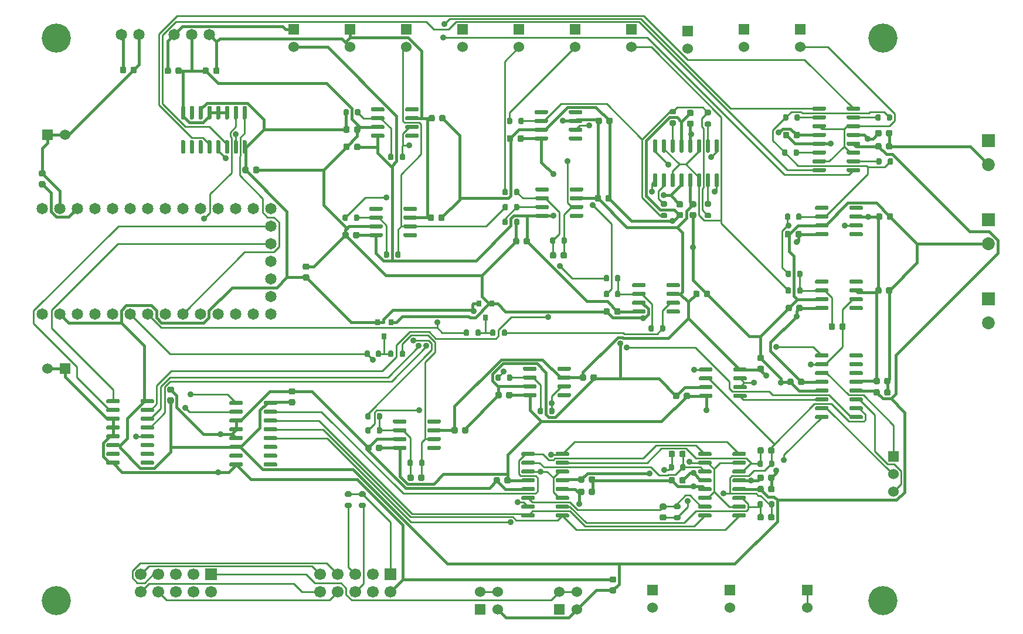
<source format=gtl>
%TF.GenerationSoftware,KiCad,Pcbnew,5.1.7-a382d34a8~87~ubuntu18.04.1*%
%TF.CreationDate,2023-12-20T15:51:10-08:00*%
%TF.ProjectId,potentiostat,706f7465-6e74-4696-9f73-7461742e6b69,rev?*%
%TF.SameCoordinates,Original*%
%TF.FileFunction,Copper,L1,Top*%
%TF.FilePolarity,Positive*%
%FSLAX46Y46*%
G04 Gerber Fmt 4.6, Leading zero omitted, Abs format (unit mm)*
G04 Created by KiCad (PCBNEW 5.1.7-a382d34a8~87~ubuntu18.04.1) date 2023-12-20 15:51:10*
%MOMM*%
%LPD*%
G01*
G04 APERTURE LIST*
%TA.AperFunction,ComponentPad*%
%ADD10C,1.651000*%
%TD*%
%TA.AperFunction,ComponentPad*%
%ADD11R,1.524000X1.524000*%
%TD*%
%TA.AperFunction,ComponentPad*%
%ADD12C,1.524000*%
%TD*%
%TA.AperFunction,ComponentPad*%
%ADD13C,1.700000*%
%TD*%
%TA.AperFunction,ComponentPad*%
%ADD14R,1.700000X1.700000*%
%TD*%
%TA.AperFunction,ComponentPad*%
%ADD15C,4.200000*%
%TD*%
%TA.AperFunction,SMDPad,CuDef*%
%ADD16R,0.800000X0.900000*%
%TD*%
%TA.AperFunction,ComponentPad*%
%ADD17R,1.854200X1.854200*%
%TD*%
%TA.AperFunction,ComponentPad*%
%ADD18C,1.854200*%
%TD*%
%TA.AperFunction,ViaPad*%
%ADD19C,0.889000*%
%TD*%
%TA.AperFunction,Conductor*%
%ADD20C,0.381000*%
%TD*%
%TA.AperFunction,Conductor*%
%ADD21C,0.254000*%
%TD*%
G04 APERTURE END LIST*
D10*
%TO.P,U2,33*%
%TO.N,Net-(U2-Pad33)*%
X52540000Y-79180000D03*
%TO.P,U2,32*%
%TO.N,/GND*%
X55080000Y-79180000D03*
%TO.P,U2,31*%
%TO.N,/5V*%
X57620000Y-79180000D03*
%TO.P,U2,30*%
%TO.N,/SW_WRK_ELECT*%
X60160000Y-79180000D03*
%TO.P,U2,29*%
%TO.N,/SW_REF_ELECT*%
X62700000Y-79180000D03*
%TO.P,U2,28*%
%TO.N,/SW_CTR_ELECT*%
X65240000Y-79180000D03*
%TO.P,U2,27*%
%TO.N,/TIA_GAIN_A1*%
X67780000Y-79180000D03*
%TO.P,U2,26*%
%TO.N,/TIA_GAIN_A0*%
X70320000Y-79180000D03*
%TO.P,U2,25*%
%TO.N,/D7*%
X72860000Y-79180000D03*
%TO.P,U2,24*%
%TO.N,Net-(U2-Pad24)*%
X75400000Y-79180000D03*
%TO.P,U2,23*%
%TO.N,/SCL*%
X77940000Y-79180000D03*
%TO.P,U2,22*%
%TO.N,/SDA*%
X80480000Y-79180000D03*
%TO.P,U2,21*%
%TO.N,/TX_D1*%
X83020000Y-79180000D03*
%TO.P,U2,20*%
%TO.N,/RX_D0*%
X85560000Y-79180000D03*
%TO.P,U2,19*%
%TO.N,/DAC_GAIN_A1*%
X85560000Y-81720000D03*
%TO.P,U2,18*%
%TO.N,/DAC_GAIN_A0*%
X85560000Y-84260000D03*
%TO.P,U2,17*%
%TO.N,Net-(U2-Pad17)*%
X85560000Y-86800000D03*
%TO.P,U2,16*%
%TO.N,Net-(U2-Pad16)*%
X85560000Y-89340000D03*
%TO.P,U2,15*%
%TO.N,Net-(U2-Pad15)*%
X85560000Y-91880000D03*
%TO.P,U2,14*%
%TO.N,/CS*%
X85560000Y-94420000D03*
%TO.P,U2,13*%
%TO.N,/POCI*%
X83020000Y-94420000D03*
%TO.P,U2,12*%
%TO.N,/PICO*%
X80480000Y-94420000D03*
%TO.P,U2,11*%
%TO.N,/SCK*%
X77940000Y-94420000D03*
%TO.P,U2,10*%
%TO.N,/REF_GAIN_A1*%
X75400000Y-94420000D03*
%TO.P,U2,9*%
%TO.N,/REF_GAIN_A0*%
X72860000Y-94420000D03*
%TO.P,U2,8*%
%TO.N,/A3_D17*%
X70320000Y-94420000D03*
%TO.P,U2,7*%
%TO.N,/REF_ELECT_UNI*%
X67780000Y-94420000D03*
%TO.P,U2,6*%
%TO.N,/TIA_OUT_UNI*%
X65240000Y-94420000D03*
%TO.P,U2,5*%
%TO.N,/DAC_UNI*%
X62700000Y-94420000D03*
%TO.P,U2,4*%
%TO.N,Net-(U2-Pad4)*%
X60160000Y-94420000D03*
%TO.P,U2,3*%
%TO.N,Net-(U2-Pad3)*%
X57620000Y-94420000D03*
%TO.P,U2,2*%
%TO.N,/3V3*%
X55080000Y-94420000D03*
%TO.P,U2,1*%
%TO.N,Net-(U2-Pad1)*%
X52540000Y-94420000D03*
%TD*%
D11*
%TO.P,P5,1*%
%TO.N,/GND*%
X53340000Y-68580000D03*
D12*
%TO.P,P5,2*%
X55880000Y-68580000D03*
%TD*%
%TO.P,C3,2*%
%TO.N,/GND*%
%TA.AperFunction,SMDPad,CuDef*%
G36*
G01*
X174188000Y-104390000D02*
X174188000Y-103890000D01*
G75*
G02*
X174413000Y-103665000I225000J0D01*
G01*
X174863000Y-103665000D01*
G75*
G02*
X175088000Y-103890000I0J-225000D01*
G01*
X175088000Y-104390000D01*
G75*
G02*
X174863000Y-104615000I-225000J0D01*
G01*
X174413000Y-104615000D01*
G75*
G02*
X174188000Y-104390000I0J225000D01*
G01*
G37*
%TD.AperFunction*%
%TO.P,C3,1*%
%TO.N,/+15V*%
%TA.AperFunction,SMDPad,CuDef*%
G36*
G01*
X172638000Y-104390000D02*
X172638000Y-103890000D01*
G75*
G02*
X172863000Y-103665000I225000J0D01*
G01*
X173313000Y-103665000D01*
G75*
G02*
X173538000Y-103890000I0J-225000D01*
G01*
X173538000Y-104390000D01*
G75*
G02*
X173313000Y-104615000I-225000J0D01*
G01*
X172863000Y-104615000D01*
G75*
G02*
X172638000Y-104390000I0J225000D01*
G01*
G37*
%TD.AperFunction*%
%TD*%
%TO.P,U11,1*%
%TO.N,Net-(U11-Pad1)*%
%TA.AperFunction,SMDPad,CuDef*%
G36*
G01*
X123804000Y-76604000D02*
X123804000Y-76304000D01*
G75*
G02*
X123954000Y-76154000I150000J0D01*
G01*
X125604000Y-76154000D01*
G75*
G02*
X125754000Y-76304000I0J-150000D01*
G01*
X125754000Y-76604000D01*
G75*
G02*
X125604000Y-76754000I-150000J0D01*
G01*
X123954000Y-76754000D01*
G75*
G02*
X123804000Y-76604000I0J150000D01*
G01*
G37*
%TD.AperFunction*%
%TO.P,U11,2*%
%TO.N,Net-(C6-Pad2)*%
%TA.AperFunction,SMDPad,CuDef*%
G36*
G01*
X123804000Y-77874000D02*
X123804000Y-77574000D01*
G75*
G02*
X123954000Y-77424000I150000J0D01*
G01*
X125604000Y-77424000D01*
G75*
G02*
X125754000Y-77574000I0J-150000D01*
G01*
X125754000Y-77874000D01*
G75*
G02*
X125604000Y-78024000I-150000J0D01*
G01*
X123954000Y-78024000D01*
G75*
G02*
X123804000Y-77874000I0J150000D01*
G01*
G37*
%TD.AperFunction*%
%TO.P,U11,3*%
%TO.N,Net-(R2-Pad1)*%
%TA.AperFunction,SMDPad,CuDef*%
G36*
G01*
X123804000Y-79144000D02*
X123804000Y-78844000D01*
G75*
G02*
X123954000Y-78694000I150000J0D01*
G01*
X125604000Y-78694000D01*
G75*
G02*
X125754000Y-78844000I0J-150000D01*
G01*
X125754000Y-79144000D01*
G75*
G02*
X125604000Y-79294000I-150000J0D01*
G01*
X123954000Y-79294000D01*
G75*
G02*
X123804000Y-79144000I0J150000D01*
G01*
G37*
%TD.AperFunction*%
%TO.P,U11,4*%
%TO.N,/-15V*%
%TA.AperFunction,SMDPad,CuDef*%
G36*
G01*
X123804000Y-80414000D02*
X123804000Y-80114000D01*
G75*
G02*
X123954000Y-79964000I150000J0D01*
G01*
X125604000Y-79964000D01*
G75*
G02*
X125754000Y-80114000I0J-150000D01*
G01*
X125754000Y-80414000D01*
G75*
G02*
X125604000Y-80564000I-150000J0D01*
G01*
X123954000Y-80564000D01*
G75*
G02*
X123804000Y-80414000I0J150000D01*
G01*
G37*
%TD.AperFunction*%
%TO.P,U11,5*%
%TO.N,Net-(U11-Pad5)*%
%TA.AperFunction,SMDPad,CuDef*%
G36*
G01*
X128754000Y-80414000D02*
X128754000Y-80114000D01*
G75*
G02*
X128904000Y-79964000I150000J0D01*
G01*
X130554000Y-79964000D01*
G75*
G02*
X130704000Y-80114000I0J-150000D01*
G01*
X130704000Y-80414000D01*
G75*
G02*
X130554000Y-80564000I-150000J0D01*
G01*
X128904000Y-80564000D01*
G75*
G02*
X128754000Y-80414000I0J150000D01*
G01*
G37*
%TD.AperFunction*%
%TO.P,U11,6*%
%TO.N,/DAC_BIP*%
%TA.AperFunction,SMDPad,CuDef*%
G36*
G01*
X128754000Y-79144000D02*
X128754000Y-78844000D01*
G75*
G02*
X128904000Y-78694000I150000J0D01*
G01*
X130554000Y-78694000D01*
G75*
G02*
X130704000Y-78844000I0J-150000D01*
G01*
X130704000Y-79144000D01*
G75*
G02*
X130554000Y-79294000I-150000J0D01*
G01*
X128904000Y-79294000D01*
G75*
G02*
X128754000Y-79144000I0J150000D01*
G01*
G37*
%TD.AperFunction*%
%TO.P,U11,7*%
%TO.N,/+15V*%
%TA.AperFunction,SMDPad,CuDef*%
G36*
G01*
X128754000Y-77874000D02*
X128754000Y-77574000D01*
G75*
G02*
X128904000Y-77424000I150000J0D01*
G01*
X130554000Y-77424000D01*
G75*
G02*
X130704000Y-77574000I0J-150000D01*
G01*
X130704000Y-77874000D01*
G75*
G02*
X130554000Y-78024000I-150000J0D01*
G01*
X128904000Y-78024000D01*
G75*
G02*
X128754000Y-77874000I0J150000D01*
G01*
G37*
%TD.AperFunction*%
%TO.P,U11,8*%
%TO.N,Net-(U11-Pad8)*%
%TA.AperFunction,SMDPad,CuDef*%
G36*
G01*
X128754000Y-76604000D02*
X128754000Y-76304000D01*
G75*
G02*
X128904000Y-76154000I150000J0D01*
G01*
X130554000Y-76154000D01*
G75*
G02*
X130704000Y-76304000I0J-150000D01*
G01*
X130704000Y-76604000D01*
G75*
G02*
X130554000Y-76754000I-150000J0D01*
G01*
X128904000Y-76754000D01*
G75*
G02*
X128754000Y-76604000I0J150000D01*
G01*
G37*
%TD.AperFunction*%
%TD*%
D11*
%TO.P,K1,1*%
%TO.N,/CTR_ELECT_OUT*%
X175514000Y-115062000D03*
D12*
%TO.P,K1,2*%
%TO.N,/REF_ELECT_OUT*%
X175514000Y-117602000D03*
%TO.P,K1,3*%
%TO.N,/WRK_ELECT_OUT*%
X175514000Y-120142000D03*
%TD*%
D13*
%TO.P,P14,10*%
%TO.N,/CS*%
X66802000Y-134620000D03*
%TO.P,P14,9*%
%TO.N,/SCK*%
X66802000Y-132080000D03*
%TO.P,P14,8*%
%TO.N,/PICO*%
X69342000Y-134620000D03*
%TO.P,P14,7*%
%TO.N,/POCI*%
X69342000Y-132080000D03*
%TO.P,P14,6*%
%TO.N,/SDA*%
X71882000Y-134620000D03*
%TO.P,P14,5*%
%TO.N,/SCL*%
X71882000Y-132080000D03*
%TO.P,P14,4*%
%TO.N,/A3_D17*%
X74422000Y-134620000D03*
%TO.P,P14,3*%
%TO.N,/D7*%
X74422000Y-132080000D03*
%TO.P,P14,2*%
%TO.N,/GND*%
X76962000Y-134620000D03*
D14*
%TO.P,P14,1*%
%TO.N,/VEXP*%
X76962000Y-132080000D03*
%TD*%
D13*
%TO.P,P13,10*%
%TO.N,/CS*%
X92710000Y-134620000D03*
%TO.P,P13,9*%
%TO.N,/SCK*%
X92710000Y-132080000D03*
%TO.P,P13,8*%
%TO.N,/PICO*%
X95250000Y-134620000D03*
%TO.P,P13,7*%
%TO.N,/POCI*%
X95250000Y-132080000D03*
%TO.P,P13,6*%
%TO.N,/SDA*%
X97790000Y-134620000D03*
%TO.P,P13,5*%
%TO.N,/SCL*%
X97790000Y-132080000D03*
%TO.P,P13,4*%
%TO.N,/RX_D0*%
X100330000Y-134620000D03*
%TO.P,P13,3*%
%TO.N,/TX_D1*%
X100330000Y-132080000D03*
%TO.P,P13,2*%
%TO.N,/GND*%
X102870000Y-134620000D03*
D14*
%TO.P,P13,1*%
%TO.N,/VUEXT*%
X102870000Y-132080000D03*
%TD*%
D11*
%TO.P,P7,1*%
%TO.N,/DAC_BIP*%
X129540000Y-53340000D03*
D12*
%TO.P,P7,2*%
X129540000Y-55880000D03*
%TD*%
D11*
%TO.P,P9,1*%
%TO.N,/DAC_BIP_NX*%
X137668000Y-53340000D03*
D12*
%TO.P,P9,2*%
X137668000Y-55880000D03*
%TD*%
D11*
%TO.P,P20,1*%
%TO.N,/CTR_ELECT*%
X163068000Y-134366000D03*
D12*
%TO.P,P20,2*%
X163068000Y-136906000D03*
%TD*%
%TO.P,P21,2*%
%TO.N,/REF_ELECT_UNI*%
X145796000Y-56134000D03*
D11*
%TO.P,P21,1*%
X145796000Y-53594000D03*
%TD*%
%TO.P,P19,1*%
%TO.N,/REF_ELECT_BUF*%
X153924000Y-53340000D03*
D12*
%TO.P,P19,2*%
X153924000Y-55880000D03*
%TD*%
D11*
%TO.P,P6,1*%
%TO.N,/DAC_UNI*%
X121412000Y-53340000D03*
D12*
%TO.P,P6,2*%
X121412000Y-55880000D03*
%TD*%
D11*
%TO.P,P10,1*%
%TO.N,/REF_1V65*%
X105156000Y-53340000D03*
D12*
%TO.P,P10,2*%
X105156000Y-55880000D03*
%TD*%
D11*
%TO.P,P12,1*%
%TO.N,/+15V*%
X97028000Y-53340000D03*
D12*
%TO.P,P12,2*%
X97028000Y-55880000D03*
%TD*%
D11*
%TO.P,P11,1*%
%TO.N,/-15V*%
X88900000Y-53340000D03*
D12*
%TO.P,P11,2*%
X88900000Y-55880000D03*
%TD*%
D11*
%TO.P,P4,1*%
%TO.N,/GND*%
X55880000Y-102362000D03*
D12*
%TO.P,P4,2*%
X53340000Y-102362000D03*
%TD*%
D11*
%TO.P,P18,1*%
%TO.N,/TIA_OUT_UNI*%
X140716000Y-134366000D03*
D12*
%TO.P,P18,2*%
X140716000Y-136906000D03*
%TD*%
D11*
%TO.P,P17,1*%
%TO.N,/TIA_OUT_BIP*%
X151892000Y-134366000D03*
D12*
%TO.P,P17,2*%
X151892000Y-136906000D03*
%TD*%
D11*
%TO.P,P8,1*%
%TO.N,/REF_NEG_1V65*%
X113284000Y-53340000D03*
D12*
%TO.P,P8,2*%
X113284000Y-55880000D03*
%TD*%
D11*
%TO.P,P16,1*%
%TO.N,/5V*%
X127254000Y-137160000D03*
D12*
%TO.P,P16,2*%
%TO.N,/VEXP*%
X127254000Y-134620000D03*
%TO.P,P16,3*%
%TO.N,/3V3*%
X129794000Y-137160000D03*
%TO.P,P16,4*%
%TO.N,/VEXP*%
X129794000Y-134620000D03*
%TD*%
D11*
%TO.P,P15,1*%
%TO.N,/5V*%
X115824000Y-137160000D03*
D12*
%TO.P,P15,2*%
%TO.N,/VUEXT*%
X115824000Y-134620000D03*
%TO.P,P15,3*%
%TO.N,/3V3*%
X118364000Y-137160000D03*
%TO.P,P15,4*%
%TO.N,/VUEXT*%
X118364000Y-134620000D03*
%TD*%
D15*
%TO.P,H3,*%
%TO.N,*%
X173990000Y-135890000D03*
%TD*%
%TO.P,H4,*%
%TO.N,*%
X54610000Y-135890000D03*
%TD*%
%TO.P,H1,*%
%TO.N,*%
X54610000Y-54610000D03*
%TD*%
%TO.P,H2,*%
%TO.N,*%
X173990000Y-54610000D03*
%TD*%
%TO.P,C2,1*%
%TO.N,/-15V*%
%TA.AperFunction,SMDPad,CuDef*%
G36*
G01*
X162642000Y-104017000D02*
X162642000Y-104517000D01*
G75*
G02*
X162417000Y-104742000I-225000J0D01*
G01*
X161967000Y-104742000D01*
G75*
G02*
X161742000Y-104517000I0J225000D01*
G01*
X161742000Y-104017000D01*
G75*
G02*
X161967000Y-103792000I225000J0D01*
G01*
X162417000Y-103792000D01*
G75*
G02*
X162642000Y-104017000I0J-225000D01*
G01*
G37*
%TD.AperFunction*%
%TO.P,C2,2*%
%TO.N,/GND*%
%TA.AperFunction,SMDPad,CuDef*%
G36*
G01*
X161092000Y-104017000D02*
X161092000Y-104517000D01*
G75*
G02*
X160867000Y-104742000I-225000J0D01*
G01*
X160417000Y-104742000D01*
G75*
G02*
X160192000Y-104517000I0J225000D01*
G01*
X160192000Y-104017000D01*
G75*
G02*
X160417000Y-103792000I225000J0D01*
G01*
X160867000Y-103792000D01*
G75*
G02*
X161092000Y-104017000I0J-225000D01*
G01*
G37*
%TD.AperFunction*%
%TD*%
%TO.P,C4,2*%
%TO.N,/GND*%
%TA.AperFunction,SMDPad,CuDef*%
G36*
G01*
X174188000Y-106041000D02*
X174188000Y-105541000D01*
G75*
G02*
X174413000Y-105316000I225000J0D01*
G01*
X174863000Y-105316000D01*
G75*
G02*
X175088000Y-105541000I0J-225000D01*
G01*
X175088000Y-106041000D01*
G75*
G02*
X174863000Y-106266000I-225000J0D01*
G01*
X174413000Y-106266000D01*
G75*
G02*
X174188000Y-106041000I0J225000D01*
G01*
G37*
%TD.AperFunction*%
%TO.P,C4,1*%
%TO.N,/3V3*%
%TA.AperFunction,SMDPad,CuDef*%
G36*
G01*
X172638000Y-106041000D02*
X172638000Y-105541000D01*
G75*
G02*
X172863000Y-105316000I225000J0D01*
G01*
X173313000Y-105316000D01*
G75*
G02*
X173538000Y-105541000I0J-225000D01*
G01*
X173538000Y-106041000D01*
G75*
G02*
X173313000Y-106266000I-225000J0D01*
G01*
X172863000Y-106266000D01*
G75*
G02*
X172638000Y-106041000I0J225000D01*
G01*
G37*
%TD.AperFunction*%
%TD*%
%TO.P,C5,1*%
%TO.N,/3V3*%
%TA.AperFunction,SMDPad,CuDef*%
G36*
G01*
X96075000Y-68050000D02*
X96075000Y-67550000D01*
G75*
G02*
X96300000Y-67325000I225000J0D01*
G01*
X96750000Y-67325000D01*
G75*
G02*
X96975000Y-67550000I0J-225000D01*
G01*
X96975000Y-68050000D01*
G75*
G02*
X96750000Y-68275000I-225000J0D01*
G01*
X96300000Y-68275000D01*
G75*
G02*
X96075000Y-68050000I0J225000D01*
G01*
G37*
%TD.AperFunction*%
%TO.P,C5,2*%
%TO.N,/GND*%
%TA.AperFunction,SMDPad,CuDef*%
G36*
G01*
X97625000Y-68050000D02*
X97625000Y-67550000D01*
G75*
G02*
X97850000Y-67325000I225000J0D01*
G01*
X98300000Y-67325000D01*
G75*
G02*
X98525000Y-67550000I0J-225000D01*
G01*
X98525000Y-68050000D01*
G75*
G02*
X98300000Y-68275000I-225000J0D01*
G01*
X97850000Y-68275000D01*
G75*
G02*
X97625000Y-68050000I0J225000D01*
G01*
G37*
%TD.AperFunction*%
%TD*%
%TO.P,C6,2*%
%TO.N,Net-(C6-Pad2)*%
%TA.AperFunction,SMDPad,CuDef*%
G36*
G01*
X126802000Y-85729000D02*
X126802000Y-86229000D01*
G75*
G02*
X126577000Y-86454000I-225000J0D01*
G01*
X126127000Y-86454000D01*
G75*
G02*
X125902000Y-86229000I0J225000D01*
G01*
X125902000Y-85729000D01*
G75*
G02*
X126127000Y-85504000I225000J0D01*
G01*
X126577000Y-85504000D01*
G75*
G02*
X126802000Y-85729000I0J-225000D01*
G01*
G37*
%TD.AperFunction*%
%TO.P,C6,1*%
%TO.N,/DAC_BIP*%
%TA.AperFunction,SMDPad,CuDef*%
G36*
G01*
X128352000Y-85729000D02*
X128352000Y-86229000D01*
G75*
G02*
X128127000Y-86454000I-225000J0D01*
G01*
X127677000Y-86454000D01*
G75*
G02*
X127452000Y-86229000I0J225000D01*
G01*
X127452000Y-85729000D01*
G75*
G02*
X127677000Y-85504000I225000J0D01*
G01*
X128127000Y-85504000D01*
G75*
G02*
X128352000Y-85729000I0J-225000D01*
G01*
G37*
%TD.AperFunction*%
%TD*%
%TO.P,C7,1*%
%TO.N,/5V*%
%TA.AperFunction,SMDPad,CuDef*%
G36*
G01*
X52828000Y-76155000D02*
X52328000Y-76155000D01*
G75*
G02*
X52103000Y-75930000I0J225000D01*
G01*
X52103000Y-75480000D01*
G75*
G02*
X52328000Y-75255000I225000J0D01*
G01*
X52828000Y-75255000D01*
G75*
G02*
X53053000Y-75480000I0J-225000D01*
G01*
X53053000Y-75930000D01*
G75*
G02*
X52828000Y-76155000I-225000J0D01*
G01*
G37*
%TD.AperFunction*%
%TO.P,C7,2*%
%TO.N,/GND*%
%TA.AperFunction,SMDPad,CuDef*%
G36*
G01*
X52828000Y-74605000D02*
X52328000Y-74605000D01*
G75*
G02*
X52103000Y-74380000I0J225000D01*
G01*
X52103000Y-73930000D01*
G75*
G02*
X52328000Y-73705000I225000J0D01*
G01*
X52828000Y-73705000D01*
G75*
G02*
X53053000Y-73930000I0J-225000D01*
G01*
X53053000Y-74380000D01*
G75*
G02*
X52828000Y-74605000I-225000J0D01*
G01*
G37*
%TD.AperFunction*%
%TD*%
%TO.P,C8,2*%
%TO.N,/GND*%
%TA.AperFunction,SMDPad,CuDef*%
G36*
G01*
X90928000Y-88067000D02*
X90428000Y-88067000D01*
G75*
G02*
X90203000Y-87842000I0J225000D01*
G01*
X90203000Y-87392000D01*
G75*
G02*
X90428000Y-87167000I225000J0D01*
G01*
X90928000Y-87167000D01*
G75*
G02*
X91153000Y-87392000I0J-225000D01*
G01*
X91153000Y-87842000D01*
G75*
G02*
X90928000Y-88067000I-225000J0D01*
G01*
G37*
%TD.AperFunction*%
%TO.P,C8,1*%
%TO.N,/3V3*%
%TA.AperFunction,SMDPad,CuDef*%
G36*
G01*
X90928000Y-89617000D02*
X90428000Y-89617000D01*
G75*
G02*
X90203000Y-89392000I0J225000D01*
G01*
X90203000Y-88942000D01*
G75*
G02*
X90428000Y-88717000I225000J0D01*
G01*
X90928000Y-88717000D01*
G75*
G02*
X91153000Y-88942000I0J-225000D01*
G01*
X91153000Y-89392000D01*
G75*
G02*
X90928000Y-89617000I-225000J0D01*
G01*
G37*
%TD.AperFunction*%
%TD*%
%TO.P,C9,1*%
%TO.N,/3V3*%
%TA.AperFunction,SMDPad,CuDef*%
G36*
G01*
X135251000Y-134829000D02*
X134751000Y-134829000D01*
G75*
G02*
X134526000Y-134604000I0J225000D01*
G01*
X134526000Y-134154000D01*
G75*
G02*
X134751000Y-133929000I225000J0D01*
G01*
X135251000Y-133929000D01*
G75*
G02*
X135476000Y-134154000I0J-225000D01*
G01*
X135476000Y-134604000D01*
G75*
G02*
X135251000Y-134829000I-225000J0D01*
G01*
G37*
%TD.AperFunction*%
%TO.P,C9,2*%
%TO.N,/GND*%
%TA.AperFunction,SMDPad,CuDef*%
G36*
G01*
X135251000Y-133279000D02*
X134751000Y-133279000D01*
G75*
G02*
X134526000Y-133054000I0J225000D01*
G01*
X134526000Y-132604000D01*
G75*
G02*
X134751000Y-132379000I225000J0D01*
G01*
X135251000Y-132379000D01*
G75*
G02*
X135476000Y-132604000I0J-225000D01*
G01*
X135476000Y-133054000D01*
G75*
G02*
X135251000Y-133279000I-225000J0D01*
G01*
G37*
%TD.AperFunction*%
%TD*%
%TO.P,C10,2*%
%TO.N,/GND*%
%TA.AperFunction,SMDPad,CuDef*%
G36*
G01*
X71370000Y-105847000D02*
X70870000Y-105847000D01*
G75*
G02*
X70645000Y-105622000I0J225000D01*
G01*
X70645000Y-105172000D01*
G75*
G02*
X70870000Y-104947000I225000J0D01*
G01*
X71370000Y-104947000D01*
G75*
G02*
X71595000Y-105172000I0J-225000D01*
G01*
X71595000Y-105622000D01*
G75*
G02*
X71370000Y-105847000I-225000J0D01*
G01*
G37*
%TD.AperFunction*%
%TO.P,C10,1*%
%TO.N,/3V3*%
%TA.AperFunction,SMDPad,CuDef*%
G36*
G01*
X71370000Y-107397000D02*
X70870000Y-107397000D01*
G75*
G02*
X70645000Y-107172000I0J225000D01*
G01*
X70645000Y-106722000D01*
G75*
G02*
X70870000Y-106497000I225000J0D01*
G01*
X71370000Y-106497000D01*
G75*
G02*
X71595000Y-106722000I0J-225000D01*
G01*
X71595000Y-107172000D01*
G75*
G02*
X71370000Y-107397000I-225000J0D01*
G01*
G37*
%TD.AperFunction*%
%TD*%
%TO.P,C11,1*%
%TO.N,/-15V*%
%TA.AperFunction,SMDPad,CuDef*%
G36*
G01*
X123018000Y-83697000D02*
X123018000Y-84197000D01*
G75*
G02*
X122793000Y-84422000I-225000J0D01*
G01*
X122343000Y-84422000D01*
G75*
G02*
X122118000Y-84197000I0J225000D01*
G01*
X122118000Y-83697000D01*
G75*
G02*
X122343000Y-83472000I225000J0D01*
G01*
X122793000Y-83472000D01*
G75*
G02*
X123018000Y-83697000I0J-225000D01*
G01*
G37*
%TD.AperFunction*%
%TO.P,C11,2*%
%TO.N,/GND*%
%TA.AperFunction,SMDPad,CuDef*%
G36*
G01*
X121468000Y-83697000D02*
X121468000Y-84197000D01*
G75*
G02*
X121243000Y-84422000I-225000J0D01*
G01*
X120793000Y-84422000D01*
G75*
G02*
X120568000Y-84197000I0J225000D01*
G01*
X120568000Y-83697000D01*
G75*
G02*
X120793000Y-83472000I225000J0D01*
G01*
X121243000Y-83472000D01*
G75*
G02*
X121468000Y-83697000I0J-225000D01*
G01*
G37*
%TD.AperFunction*%
%TD*%
%TO.P,C12,2*%
%TO.N,/GND*%
%TA.AperFunction,SMDPad,CuDef*%
G36*
G01*
X96975000Y-70050000D02*
X96975000Y-70550000D01*
G75*
G02*
X96750000Y-70775000I-225000J0D01*
G01*
X96300000Y-70775000D01*
G75*
G02*
X96075000Y-70550000I0J225000D01*
G01*
X96075000Y-70050000D01*
G75*
G02*
X96300000Y-69825000I225000J0D01*
G01*
X96750000Y-69825000D01*
G75*
G02*
X96975000Y-70050000I0J-225000D01*
G01*
G37*
%TD.AperFunction*%
%TO.P,C12,1*%
%TO.N,/-15V*%
%TA.AperFunction,SMDPad,CuDef*%
G36*
G01*
X98525000Y-70050000D02*
X98525000Y-70550000D01*
G75*
G02*
X98300000Y-70775000I-225000J0D01*
G01*
X97850000Y-70775000D01*
G75*
G02*
X97625000Y-70550000I0J225000D01*
G01*
X97625000Y-70050000D01*
G75*
G02*
X97850000Y-69825000I225000J0D01*
G01*
X98300000Y-69825000D01*
G75*
G02*
X98525000Y-70050000I0J-225000D01*
G01*
G37*
%TD.AperFunction*%
%TD*%
%TO.P,C13,1*%
%TO.N,/3V3*%
%TA.AperFunction,SMDPad,CuDef*%
G36*
G01*
X144403000Y-78150000D02*
X144903000Y-78150000D01*
G75*
G02*
X145128000Y-78375000I0J-225000D01*
G01*
X145128000Y-78825000D01*
G75*
G02*
X144903000Y-79050000I-225000J0D01*
G01*
X144403000Y-79050000D01*
G75*
G02*
X144178000Y-78825000I0J225000D01*
G01*
X144178000Y-78375000D01*
G75*
G02*
X144403000Y-78150000I225000J0D01*
G01*
G37*
%TD.AperFunction*%
%TO.P,C13,2*%
%TO.N,/GND*%
%TA.AperFunction,SMDPad,CuDef*%
G36*
G01*
X144403000Y-79700000D02*
X144903000Y-79700000D01*
G75*
G02*
X145128000Y-79925000I0J-225000D01*
G01*
X145128000Y-80375000D01*
G75*
G02*
X144903000Y-80600000I-225000J0D01*
G01*
X144403000Y-80600000D01*
G75*
G02*
X144178000Y-80375000I0J225000D01*
G01*
X144178000Y-79925000D01*
G75*
G02*
X144403000Y-79700000I225000J0D01*
G01*
G37*
%TD.AperFunction*%
%TD*%
%TO.P,C14,1*%
%TO.N,/-15V*%
%TA.AperFunction,SMDPad,CuDef*%
G36*
G01*
X122129000Y-68838000D02*
X122129000Y-69338000D01*
G75*
G02*
X121904000Y-69563000I-225000J0D01*
G01*
X121454000Y-69563000D01*
G75*
G02*
X121229000Y-69338000I0J225000D01*
G01*
X121229000Y-68838000D01*
G75*
G02*
X121454000Y-68613000I225000J0D01*
G01*
X121904000Y-68613000D01*
G75*
G02*
X122129000Y-68838000I0J-225000D01*
G01*
G37*
%TD.AperFunction*%
%TO.P,C14,2*%
%TO.N,/GND*%
%TA.AperFunction,SMDPad,CuDef*%
G36*
G01*
X120579000Y-68838000D02*
X120579000Y-69338000D01*
G75*
G02*
X120354000Y-69563000I-225000J0D01*
G01*
X119904000Y-69563000D01*
G75*
G02*
X119679000Y-69338000I0J225000D01*
G01*
X119679000Y-68838000D01*
G75*
G02*
X119904000Y-68613000I225000J0D01*
G01*
X120354000Y-68613000D01*
G75*
G02*
X120579000Y-68838000I0J-225000D01*
G01*
G37*
%TD.AperFunction*%
%TD*%
%TO.P,C15,1*%
%TO.N,/-15V*%
%TA.AperFunction,SMDPad,CuDef*%
G36*
G01*
X98380000Y-82808000D02*
X98380000Y-83308000D01*
G75*
G02*
X98155000Y-83533000I-225000J0D01*
G01*
X97705000Y-83533000D01*
G75*
G02*
X97480000Y-83308000I0J225000D01*
G01*
X97480000Y-82808000D01*
G75*
G02*
X97705000Y-82583000I225000J0D01*
G01*
X98155000Y-82583000D01*
G75*
G02*
X98380000Y-82808000I0J-225000D01*
G01*
G37*
%TD.AperFunction*%
%TO.P,C15,2*%
%TO.N,/GND*%
%TA.AperFunction,SMDPad,CuDef*%
G36*
G01*
X96830000Y-82808000D02*
X96830000Y-83308000D01*
G75*
G02*
X96605000Y-83533000I-225000J0D01*
G01*
X96155000Y-83533000D01*
G75*
G02*
X95930000Y-83308000I0J225000D01*
G01*
X95930000Y-82808000D01*
G75*
G02*
X96155000Y-82583000I225000J0D01*
G01*
X96605000Y-82583000D01*
G75*
G02*
X96830000Y-82808000I0J-225000D01*
G01*
G37*
%TD.AperFunction*%
%TD*%
%TO.P,C16,2*%
%TO.N,/GND*%
%TA.AperFunction,SMDPad,CuDef*%
G36*
G01*
X133929000Y-77974000D02*
X133929000Y-77474000D01*
G75*
G02*
X134154000Y-77249000I225000J0D01*
G01*
X134604000Y-77249000D01*
G75*
G02*
X134829000Y-77474000I0J-225000D01*
G01*
X134829000Y-77974000D01*
G75*
G02*
X134604000Y-78199000I-225000J0D01*
G01*
X134154000Y-78199000D01*
G75*
G02*
X133929000Y-77974000I0J225000D01*
G01*
G37*
%TD.AperFunction*%
%TO.P,C16,1*%
%TO.N,/+15V*%
%TA.AperFunction,SMDPad,CuDef*%
G36*
G01*
X132379000Y-77974000D02*
X132379000Y-77474000D01*
G75*
G02*
X132604000Y-77249000I225000J0D01*
G01*
X133054000Y-77249000D01*
G75*
G02*
X133279000Y-77474000I0J-225000D01*
G01*
X133279000Y-77974000D01*
G75*
G02*
X133054000Y-78199000I-225000J0D01*
G01*
X132604000Y-78199000D01*
G75*
G02*
X132379000Y-77974000I0J225000D01*
G01*
G37*
%TD.AperFunction*%
%TD*%
%TO.P,C17,2*%
%TO.N,/GND*%
%TA.AperFunction,SMDPad,CuDef*%
G36*
G01*
X146427000Y-65842000D02*
X145927000Y-65842000D01*
G75*
G02*
X145702000Y-65617000I0J225000D01*
G01*
X145702000Y-65167000D01*
G75*
G02*
X145927000Y-64942000I225000J0D01*
G01*
X146427000Y-64942000D01*
G75*
G02*
X146652000Y-65167000I0J-225000D01*
G01*
X146652000Y-65617000D01*
G75*
G02*
X146427000Y-65842000I-225000J0D01*
G01*
G37*
%TD.AperFunction*%
%TO.P,C17,1*%
%TO.N,/-15V*%
%TA.AperFunction,SMDPad,CuDef*%
G36*
G01*
X146427000Y-67392000D02*
X145927000Y-67392000D01*
G75*
G02*
X145702000Y-67167000I0J225000D01*
G01*
X145702000Y-66717000D01*
G75*
G02*
X145927000Y-66492000I225000J0D01*
G01*
X146427000Y-66492000D01*
G75*
G02*
X146652000Y-66717000I0J-225000D01*
G01*
X146652000Y-67167000D01*
G75*
G02*
X146427000Y-67392000I-225000J0D01*
G01*
G37*
%TD.AperFunction*%
%TD*%
%TO.P,C18,2*%
%TO.N,/GND*%
%TA.AperFunction,SMDPad,CuDef*%
G36*
G01*
X109926000Y-66417000D02*
X109926000Y-65917000D01*
G75*
G02*
X110151000Y-65692000I225000J0D01*
G01*
X110601000Y-65692000D01*
G75*
G02*
X110826000Y-65917000I0J-225000D01*
G01*
X110826000Y-66417000D01*
G75*
G02*
X110601000Y-66642000I-225000J0D01*
G01*
X110151000Y-66642000D01*
G75*
G02*
X109926000Y-66417000I0J225000D01*
G01*
G37*
%TD.AperFunction*%
%TO.P,C18,1*%
%TO.N,/+15V*%
%TA.AperFunction,SMDPad,CuDef*%
G36*
G01*
X108376000Y-66417000D02*
X108376000Y-65917000D01*
G75*
G02*
X108601000Y-65692000I225000J0D01*
G01*
X109051000Y-65692000D01*
G75*
G02*
X109276000Y-65917000I0J-225000D01*
G01*
X109276000Y-66417000D01*
G75*
G02*
X109051000Y-66642000I-225000J0D01*
G01*
X108601000Y-66642000D01*
G75*
G02*
X108376000Y-66417000I0J225000D01*
G01*
G37*
%TD.AperFunction*%
%TD*%
%TO.P,C19,2*%
%TO.N,/GND*%
%TA.AperFunction,SMDPad,CuDef*%
G36*
G01*
X134056000Y-66798000D02*
X134056000Y-66298000D01*
G75*
G02*
X134281000Y-66073000I225000J0D01*
G01*
X134731000Y-66073000D01*
G75*
G02*
X134956000Y-66298000I0J-225000D01*
G01*
X134956000Y-66798000D01*
G75*
G02*
X134731000Y-67023000I-225000J0D01*
G01*
X134281000Y-67023000D01*
G75*
G02*
X134056000Y-66798000I0J225000D01*
G01*
G37*
%TD.AperFunction*%
%TO.P,C19,1*%
%TO.N,/+15V*%
%TA.AperFunction,SMDPad,CuDef*%
G36*
G01*
X132506000Y-66798000D02*
X132506000Y-66298000D01*
G75*
G02*
X132731000Y-66073000I225000J0D01*
G01*
X133181000Y-66073000D01*
G75*
G02*
X133406000Y-66298000I0J-225000D01*
G01*
X133406000Y-66798000D01*
G75*
G02*
X133181000Y-67023000I-225000J0D01*
G01*
X132731000Y-67023000D01*
G75*
G02*
X132506000Y-66798000I0J225000D01*
G01*
G37*
%TD.AperFunction*%
%TD*%
%TO.P,C20,1*%
%TO.N,/+15V*%
%TA.AperFunction,SMDPad,CuDef*%
G36*
G01*
X146308000Y-78150000D02*
X146808000Y-78150000D01*
G75*
G02*
X147033000Y-78375000I0J-225000D01*
G01*
X147033000Y-78825000D01*
G75*
G02*
X146808000Y-79050000I-225000J0D01*
G01*
X146308000Y-79050000D01*
G75*
G02*
X146083000Y-78825000I0J225000D01*
G01*
X146083000Y-78375000D01*
G75*
G02*
X146308000Y-78150000I225000J0D01*
G01*
G37*
%TD.AperFunction*%
%TO.P,C20,2*%
%TO.N,/GND*%
%TA.AperFunction,SMDPad,CuDef*%
G36*
G01*
X146308000Y-79700000D02*
X146808000Y-79700000D01*
G75*
G02*
X147033000Y-79925000I0J-225000D01*
G01*
X147033000Y-80375000D01*
G75*
G02*
X146808000Y-80600000I-225000J0D01*
G01*
X146308000Y-80600000D01*
G75*
G02*
X146083000Y-80375000I0J225000D01*
G01*
X146083000Y-79925000D01*
G75*
G02*
X146308000Y-79700000I225000J0D01*
G01*
G37*
%TD.AperFunction*%
%TD*%
%TO.P,C21,1*%
%TO.N,/+15V*%
%TA.AperFunction,SMDPad,CuDef*%
G36*
G01*
X108249000Y-80768000D02*
X108249000Y-80268000D01*
G75*
G02*
X108474000Y-80043000I225000J0D01*
G01*
X108924000Y-80043000D01*
G75*
G02*
X109149000Y-80268000I0J-225000D01*
G01*
X109149000Y-80768000D01*
G75*
G02*
X108924000Y-80993000I-225000J0D01*
G01*
X108474000Y-80993000D01*
G75*
G02*
X108249000Y-80768000I0J225000D01*
G01*
G37*
%TD.AperFunction*%
%TO.P,C21,2*%
%TO.N,/GND*%
%TA.AperFunction,SMDPad,CuDef*%
G36*
G01*
X109799000Y-80768000D02*
X109799000Y-80268000D01*
G75*
G02*
X110024000Y-80043000I225000J0D01*
G01*
X110474000Y-80043000D01*
G75*
G02*
X110699000Y-80268000I0J-225000D01*
G01*
X110699000Y-80768000D01*
G75*
G02*
X110474000Y-80993000I-225000J0D01*
G01*
X110024000Y-80993000D01*
G75*
G02*
X109799000Y-80768000I0J225000D01*
G01*
G37*
%TD.AperFunction*%
%TD*%
%TO.P,C22,1*%
%TO.N,/-15V*%
%TA.AperFunction,SMDPad,CuDef*%
G36*
G01*
X70276000Y-59559000D02*
X70276000Y-59059000D01*
G75*
G02*
X70501000Y-58834000I225000J0D01*
G01*
X70951000Y-58834000D01*
G75*
G02*
X71176000Y-59059000I0J-225000D01*
G01*
X71176000Y-59559000D01*
G75*
G02*
X70951000Y-59784000I-225000J0D01*
G01*
X70501000Y-59784000D01*
G75*
G02*
X70276000Y-59559000I0J225000D01*
G01*
G37*
%TD.AperFunction*%
%TO.P,C22,2*%
%TO.N,/GND*%
%TA.AperFunction,SMDPad,CuDef*%
G36*
G01*
X71826000Y-59559000D02*
X71826000Y-59059000D01*
G75*
G02*
X72051000Y-58834000I225000J0D01*
G01*
X72501000Y-58834000D01*
G75*
G02*
X72726000Y-59059000I0J-225000D01*
G01*
X72726000Y-59559000D01*
G75*
G02*
X72501000Y-59784000I-225000J0D01*
G01*
X72051000Y-59784000D01*
G75*
G02*
X71826000Y-59559000I0J225000D01*
G01*
G37*
%TD.AperFunction*%
%TD*%
%TO.P,C23,2*%
%TO.N,/GND*%
%TA.AperFunction,SMDPad,CuDef*%
G36*
G01*
X76637000Y-59059000D02*
X76637000Y-59559000D01*
G75*
G02*
X76412000Y-59784000I-225000J0D01*
G01*
X75962000Y-59784000D01*
G75*
G02*
X75737000Y-59559000I0J225000D01*
G01*
X75737000Y-59059000D01*
G75*
G02*
X75962000Y-58834000I225000J0D01*
G01*
X76412000Y-58834000D01*
G75*
G02*
X76637000Y-59059000I0J-225000D01*
G01*
G37*
%TD.AperFunction*%
%TO.P,C23,1*%
%TO.N,/+15V*%
%TA.AperFunction,SMDPad,CuDef*%
G36*
G01*
X78187000Y-59059000D02*
X78187000Y-59559000D01*
G75*
G02*
X77962000Y-59784000I-225000J0D01*
G01*
X77512000Y-59784000D01*
G75*
G02*
X77287000Y-59559000I0J225000D01*
G01*
X77287000Y-59059000D01*
G75*
G02*
X77512000Y-58834000I225000J0D01*
G01*
X77962000Y-58834000D01*
G75*
G02*
X78187000Y-59059000I0J-225000D01*
G01*
G37*
%TD.AperFunction*%
%TD*%
%TO.P,C24,2*%
%TO.N,/GND*%
%TA.AperFunction,SMDPad,CuDef*%
G36*
G01*
X65349000Y-59432000D02*
X65349000Y-58932000D01*
G75*
G02*
X65574000Y-58707000I225000J0D01*
G01*
X66024000Y-58707000D01*
G75*
G02*
X66249000Y-58932000I0J-225000D01*
G01*
X66249000Y-59432000D01*
G75*
G02*
X66024000Y-59657000I-225000J0D01*
G01*
X65574000Y-59657000D01*
G75*
G02*
X65349000Y-59432000I0J225000D01*
G01*
G37*
%TD.AperFunction*%
%TO.P,C24,1*%
%TO.N,/5V*%
%TA.AperFunction,SMDPad,CuDef*%
G36*
G01*
X63799000Y-59432000D02*
X63799000Y-58932000D01*
G75*
G02*
X64024000Y-58707000I225000J0D01*
G01*
X64474000Y-58707000D01*
G75*
G02*
X64699000Y-58932000I0J-225000D01*
G01*
X64699000Y-59432000D01*
G75*
G02*
X64474000Y-59657000I-225000J0D01*
G01*
X64024000Y-59657000D01*
G75*
G02*
X63799000Y-59432000I0J225000D01*
G01*
G37*
%TD.AperFunction*%
%TD*%
%TO.P,C25,1*%
%TO.N,Net-(C25-Pad1)*%
%TA.AperFunction,SMDPad,CuDef*%
G36*
G01*
X145497000Y-114431000D02*
X145497000Y-114931000D01*
G75*
G02*
X145272000Y-115156000I-225000J0D01*
G01*
X144822000Y-115156000D01*
G75*
G02*
X144597000Y-114931000I0J225000D01*
G01*
X144597000Y-114431000D01*
G75*
G02*
X144822000Y-114206000I225000J0D01*
G01*
X145272000Y-114206000D01*
G75*
G02*
X145497000Y-114431000I0J-225000D01*
G01*
G37*
%TD.AperFunction*%
%TO.P,C25,2*%
%TO.N,/WRK_ELECT*%
%TA.AperFunction,SMDPad,CuDef*%
G36*
G01*
X143947000Y-114431000D02*
X143947000Y-114931000D01*
G75*
G02*
X143722000Y-115156000I-225000J0D01*
G01*
X143272000Y-115156000D01*
G75*
G02*
X143047000Y-114931000I0J225000D01*
G01*
X143047000Y-114431000D01*
G75*
G02*
X143272000Y-114206000I225000J0D01*
G01*
X143722000Y-114206000D01*
G75*
G02*
X143947000Y-114431000I0J-225000D01*
G01*
G37*
%TD.AperFunction*%
%TD*%
%TO.P,C26,2*%
%TO.N,/WRK_ELECT*%
%TA.AperFunction,SMDPad,CuDef*%
G36*
G01*
X141990000Y-123388000D02*
X142490000Y-123388000D01*
G75*
G02*
X142715000Y-123613000I0J-225000D01*
G01*
X142715000Y-124063000D01*
G75*
G02*
X142490000Y-124288000I-225000J0D01*
G01*
X141990000Y-124288000D01*
G75*
G02*
X141765000Y-124063000I0J225000D01*
G01*
X141765000Y-123613000D01*
G75*
G02*
X141990000Y-123388000I225000J0D01*
G01*
G37*
%TD.AperFunction*%
%TO.P,C26,1*%
%TO.N,Net-(C26-Pad1)*%
%TA.AperFunction,SMDPad,CuDef*%
G36*
G01*
X141990000Y-121838000D02*
X142490000Y-121838000D01*
G75*
G02*
X142715000Y-122063000I0J-225000D01*
G01*
X142715000Y-122513000D01*
G75*
G02*
X142490000Y-122738000I-225000J0D01*
G01*
X141990000Y-122738000D01*
G75*
G02*
X141765000Y-122513000I0J225000D01*
G01*
X141765000Y-122063000D01*
G75*
G02*
X141990000Y-121838000I225000J0D01*
G01*
G37*
%TD.AperFunction*%
%TD*%
%TO.P,C27,1*%
%TO.N,Net-(C27-Pad1)*%
%TA.AperFunction,SMDPad,CuDef*%
G36*
G01*
X155874000Y-124075000D02*
X155874000Y-123575000D01*
G75*
G02*
X156099000Y-123350000I225000J0D01*
G01*
X156549000Y-123350000D01*
G75*
G02*
X156774000Y-123575000I0J-225000D01*
G01*
X156774000Y-124075000D01*
G75*
G02*
X156549000Y-124300000I-225000J0D01*
G01*
X156099000Y-124300000D01*
G75*
G02*
X155874000Y-124075000I0J225000D01*
G01*
G37*
%TD.AperFunction*%
%TO.P,C27,2*%
%TO.N,/WRK_ELECT*%
%TA.AperFunction,SMDPad,CuDef*%
G36*
G01*
X157424000Y-124075000D02*
X157424000Y-123575000D01*
G75*
G02*
X157649000Y-123350000I225000J0D01*
G01*
X158099000Y-123350000D01*
G75*
G02*
X158324000Y-123575000I0J-225000D01*
G01*
X158324000Y-124075000D01*
G75*
G02*
X158099000Y-124300000I-225000J0D01*
G01*
X157649000Y-124300000D01*
G75*
G02*
X157424000Y-124075000I0J225000D01*
G01*
G37*
%TD.AperFunction*%
%TD*%
%TO.P,C28,1*%
%TO.N,Net-(C28-Pad1)*%
%TA.AperFunction,SMDPad,CuDef*%
G36*
G01*
X155874000Y-114423000D02*
X155874000Y-113923000D01*
G75*
G02*
X156099000Y-113698000I225000J0D01*
G01*
X156549000Y-113698000D01*
G75*
G02*
X156774000Y-113923000I0J-225000D01*
G01*
X156774000Y-114423000D01*
G75*
G02*
X156549000Y-114648000I-225000J0D01*
G01*
X156099000Y-114648000D01*
G75*
G02*
X155874000Y-114423000I0J225000D01*
G01*
G37*
%TD.AperFunction*%
%TO.P,C28,2*%
%TO.N,/WRK_ELECT*%
%TA.AperFunction,SMDPad,CuDef*%
G36*
G01*
X157424000Y-114423000D02*
X157424000Y-113923000D01*
G75*
G02*
X157649000Y-113698000I225000J0D01*
G01*
X158099000Y-113698000D01*
G75*
G02*
X158324000Y-113923000I0J-225000D01*
G01*
X158324000Y-114423000D01*
G75*
G02*
X158099000Y-114648000I-225000J0D01*
G01*
X157649000Y-114648000D01*
G75*
G02*
X157424000Y-114423000I0J225000D01*
G01*
G37*
%TD.AperFunction*%
%TD*%
%TO.P,C29,2*%
%TO.N,Net-(C29-Pad2)*%
%TA.AperFunction,SMDPad,CuDef*%
G36*
G01*
X167061000Y-96016000D02*
X167061000Y-96516000D01*
G75*
G02*
X166836000Y-96741000I-225000J0D01*
G01*
X166386000Y-96741000D01*
G75*
G02*
X166161000Y-96516000I0J225000D01*
G01*
X166161000Y-96016000D01*
G75*
G02*
X166386000Y-95791000I225000J0D01*
G01*
X166836000Y-95791000D01*
G75*
G02*
X167061000Y-96016000I0J-225000D01*
G01*
G37*
%TD.AperFunction*%
%TO.P,C29,1*%
%TO.N,/CTR_ELECT*%
%TA.AperFunction,SMDPad,CuDef*%
G36*
G01*
X168611000Y-96016000D02*
X168611000Y-96516000D01*
G75*
G02*
X168386000Y-96741000I-225000J0D01*
G01*
X167936000Y-96741000D01*
G75*
G02*
X167711000Y-96516000I0J225000D01*
G01*
X167711000Y-96016000D01*
G75*
G02*
X167936000Y-95791000I225000J0D01*
G01*
X168386000Y-95791000D01*
G75*
G02*
X168611000Y-96016000I0J-225000D01*
G01*
G37*
%TD.AperFunction*%
%TD*%
%TO.P,C30,1*%
%TO.N,Net-(C30-Pad1)*%
%TA.AperFunction,SMDPad,CuDef*%
G36*
G01*
X107778000Y-117860000D02*
X107778000Y-118360000D01*
G75*
G02*
X107553000Y-118585000I-225000J0D01*
G01*
X107103000Y-118585000D01*
G75*
G02*
X106878000Y-118360000I0J225000D01*
G01*
X106878000Y-117860000D01*
G75*
G02*
X107103000Y-117635000I225000J0D01*
G01*
X107553000Y-117635000D01*
G75*
G02*
X107778000Y-117860000I0J-225000D01*
G01*
G37*
%TD.AperFunction*%
%TO.P,C30,2*%
%TO.N,Net-(C30-Pad2)*%
%TA.AperFunction,SMDPad,CuDef*%
G36*
G01*
X106228000Y-117860000D02*
X106228000Y-118360000D01*
G75*
G02*
X106003000Y-118585000I-225000J0D01*
G01*
X105553000Y-118585000D01*
G75*
G02*
X105328000Y-118360000I0J225000D01*
G01*
X105328000Y-117860000D01*
G75*
G02*
X105553000Y-117635000I225000J0D01*
G01*
X106003000Y-117635000D01*
G75*
G02*
X106228000Y-117860000I0J-225000D01*
G01*
G37*
%TD.AperFunction*%
%TD*%
%TO.P,C31,2*%
%TO.N,/GND*%
%TA.AperFunction,SMDPad,CuDef*%
G36*
G01*
X160457000Y-68330000D02*
X160457000Y-68830000D01*
G75*
G02*
X160232000Y-69055000I-225000J0D01*
G01*
X159782000Y-69055000D01*
G75*
G02*
X159557000Y-68830000I0J225000D01*
G01*
X159557000Y-68330000D01*
G75*
G02*
X159782000Y-68105000I225000J0D01*
G01*
X160232000Y-68105000D01*
G75*
G02*
X160457000Y-68330000I0J-225000D01*
G01*
G37*
%TD.AperFunction*%
%TO.P,C31,1*%
%TO.N,/-15V*%
%TA.AperFunction,SMDPad,CuDef*%
G36*
G01*
X162007000Y-68330000D02*
X162007000Y-68830000D01*
G75*
G02*
X161782000Y-69055000I-225000J0D01*
G01*
X161332000Y-69055000D01*
G75*
G02*
X161107000Y-68830000I0J225000D01*
G01*
X161107000Y-68330000D01*
G75*
G02*
X161332000Y-68105000I225000J0D01*
G01*
X161782000Y-68105000D01*
G75*
G02*
X162007000Y-68330000I0J-225000D01*
G01*
G37*
%TD.AperFunction*%
%TD*%
%TO.P,C32,2*%
%TO.N,/GND*%
%TA.AperFunction,SMDPad,CuDef*%
G36*
G01*
X160838000Y-93349000D02*
X160838000Y-93849000D01*
G75*
G02*
X160613000Y-94074000I-225000J0D01*
G01*
X160163000Y-94074000D01*
G75*
G02*
X159938000Y-93849000I0J225000D01*
G01*
X159938000Y-93349000D01*
G75*
G02*
X160163000Y-93124000I225000J0D01*
G01*
X160613000Y-93124000D01*
G75*
G02*
X160838000Y-93349000I0J-225000D01*
G01*
G37*
%TD.AperFunction*%
%TO.P,C32,1*%
%TO.N,/-15V*%
%TA.AperFunction,SMDPad,CuDef*%
G36*
G01*
X162388000Y-93349000D02*
X162388000Y-93849000D01*
G75*
G02*
X162163000Y-94074000I-225000J0D01*
G01*
X161713000Y-94074000D01*
G75*
G02*
X161488000Y-93849000I0J225000D01*
G01*
X161488000Y-93349000D01*
G75*
G02*
X161713000Y-93124000I225000J0D01*
G01*
X162163000Y-93124000D01*
G75*
G02*
X162388000Y-93349000I0J-225000D01*
G01*
G37*
%TD.AperFunction*%
%TD*%
%TO.P,C33,1*%
%TO.N,/-15V*%
%TA.AperFunction,SMDPad,CuDef*%
G36*
G01*
X145497000Y-118241000D02*
X145497000Y-118741000D01*
G75*
G02*
X145272000Y-118966000I-225000J0D01*
G01*
X144822000Y-118966000D01*
G75*
G02*
X144597000Y-118741000I0J225000D01*
G01*
X144597000Y-118241000D01*
G75*
G02*
X144822000Y-118016000I225000J0D01*
G01*
X145272000Y-118016000D01*
G75*
G02*
X145497000Y-118241000I0J-225000D01*
G01*
G37*
%TD.AperFunction*%
%TO.P,C33,2*%
%TO.N,/GND*%
%TA.AperFunction,SMDPad,CuDef*%
G36*
G01*
X143947000Y-118241000D02*
X143947000Y-118741000D01*
G75*
G02*
X143722000Y-118966000I-225000J0D01*
G01*
X143272000Y-118966000D01*
G75*
G02*
X143047000Y-118741000I0J225000D01*
G01*
X143047000Y-118241000D01*
G75*
G02*
X143272000Y-118016000I225000J0D01*
G01*
X143722000Y-118016000D01*
G75*
G02*
X143947000Y-118241000I0J-225000D01*
G01*
G37*
%TD.AperFunction*%
%TD*%
%TO.P,C34,2*%
%TO.N,/GND*%
%TA.AperFunction,SMDPad,CuDef*%
G36*
G01*
X144582000Y-106049000D02*
X144582000Y-106549000D01*
G75*
G02*
X144357000Y-106774000I-225000J0D01*
G01*
X143907000Y-106774000D01*
G75*
G02*
X143682000Y-106549000I0J225000D01*
G01*
X143682000Y-106049000D01*
G75*
G02*
X143907000Y-105824000I225000J0D01*
G01*
X144357000Y-105824000D01*
G75*
G02*
X144582000Y-106049000I0J-225000D01*
G01*
G37*
%TD.AperFunction*%
%TO.P,C34,1*%
%TO.N,/-15V*%
%TA.AperFunction,SMDPad,CuDef*%
G36*
G01*
X146132000Y-106049000D02*
X146132000Y-106549000D01*
G75*
G02*
X145907000Y-106774000I-225000J0D01*
G01*
X145457000Y-106774000D01*
G75*
G02*
X145232000Y-106549000I0J225000D01*
G01*
X145232000Y-106049000D01*
G75*
G02*
X145457000Y-105824000I225000J0D01*
G01*
X145907000Y-105824000D01*
G75*
G02*
X146132000Y-106049000I0J-225000D01*
G01*
G37*
%TD.AperFunction*%
%TD*%
%TO.P,C35,1*%
%TO.N,/+15V*%
%TA.AperFunction,SMDPad,CuDef*%
G36*
G01*
X172892000Y-68576000D02*
X172892000Y-68076000D01*
G75*
G02*
X173117000Y-67851000I225000J0D01*
G01*
X173567000Y-67851000D01*
G75*
G02*
X173792000Y-68076000I0J-225000D01*
G01*
X173792000Y-68576000D01*
G75*
G02*
X173567000Y-68801000I-225000J0D01*
G01*
X173117000Y-68801000D01*
G75*
G02*
X172892000Y-68576000I0J225000D01*
G01*
G37*
%TD.AperFunction*%
%TO.P,C35,2*%
%TO.N,/GND*%
%TA.AperFunction,SMDPad,CuDef*%
G36*
G01*
X174442000Y-68576000D02*
X174442000Y-68076000D01*
G75*
G02*
X174667000Y-67851000I225000J0D01*
G01*
X175117000Y-67851000D01*
G75*
G02*
X175342000Y-68076000I0J-225000D01*
G01*
X175342000Y-68576000D01*
G75*
G02*
X175117000Y-68801000I-225000J0D01*
G01*
X174667000Y-68801000D01*
G75*
G02*
X174442000Y-68576000I0J225000D01*
G01*
G37*
%TD.AperFunction*%
%TD*%
%TO.P,C36,2*%
%TO.N,/GND*%
%TA.AperFunction,SMDPad,CuDef*%
G36*
G01*
X160711000Y-82681000D02*
X160711000Y-83181000D01*
G75*
G02*
X160486000Y-83406000I-225000J0D01*
G01*
X160036000Y-83406000D01*
G75*
G02*
X159811000Y-83181000I0J225000D01*
G01*
X159811000Y-82681000D01*
G75*
G02*
X160036000Y-82456000I225000J0D01*
G01*
X160486000Y-82456000D01*
G75*
G02*
X160711000Y-82681000I0J-225000D01*
G01*
G37*
%TD.AperFunction*%
%TO.P,C36,1*%
%TO.N,/-15V*%
%TA.AperFunction,SMDPad,CuDef*%
G36*
G01*
X162261000Y-82681000D02*
X162261000Y-83181000D01*
G75*
G02*
X162036000Y-83406000I-225000J0D01*
G01*
X161586000Y-83406000D01*
G75*
G02*
X161361000Y-83181000I0J225000D01*
G01*
X161361000Y-82681000D01*
G75*
G02*
X161586000Y-82456000I225000J0D01*
G01*
X162036000Y-82456000D01*
G75*
G02*
X162261000Y-82681000I0J-225000D01*
G01*
G37*
%TD.AperFunction*%
%TD*%
%TO.P,C37,2*%
%TO.N,/GND*%
%TA.AperFunction,SMDPad,CuDef*%
G36*
G01*
X157424000Y-118360000D02*
X157424000Y-117860000D01*
G75*
G02*
X157649000Y-117635000I225000J0D01*
G01*
X158099000Y-117635000D01*
G75*
G02*
X158324000Y-117860000I0J-225000D01*
G01*
X158324000Y-118360000D01*
G75*
G02*
X158099000Y-118585000I-225000J0D01*
G01*
X157649000Y-118585000D01*
G75*
G02*
X157424000Y-118360000I0J225000D01*
G01*
G37*
%TD.AperFunction*%
%TO.P,C37,1*%
%TO.N,/+15V*%
%TA.AperFunction,SMDPad,CuDef*%
G36*
G01*
X155874000Y-118360000D02*
X155874000Y-117860000D01*
G75*
G02*
X156099000Y-117635000I225000J0D01*
G01*
X156549000Y-117635000D01*
G75*
G02*
X156774000Y-117860000I0J-225000D01*
G01*
X156774000Y-118360000D01*
G75*
G02*
X156549000Y-118585000I-225000J0D01*
G01*
X156099000Y-118585000D01*
G75*
G02*
X155874000Y-118360000I0J225000D01*
G01*
G37*
%TD.AperFunction*%
%TD*%
%TO.P,C38,1*%
%TO.N,/+15V*%
%TA.AperFunction,SMDPad,CuDef*%
G36*
G01*
X156587000Y-102825000D02*
X156087000Y-102825000D01*
G75*
G02*
X155862000Y-102600000I0J225000D01*
G01*
X155862000Y-102150000D01*
G75*
G02*
X156087000Y-101925000I225000J0D01*
G01*
X156587000Y-101925000D01*
G75*
G02*
X156812000Y-102150000I0J-225000D01*
G01*
X156812000Y-102600000D01*
G75*
G02*
X156587000Y-102825000I-225000J0D01*
G01*
G37*
%TD.AperFunction*%
%TO.P,C38,2*%
%TO.N,/GND*%
%TA.AperFunction,SMDPad,CuDef*%
G36*
G01*
X156587000Y-101275000D02*
X156087000Y-101275000D01*
G75*
G02*
X155862000Y-101050000I0J225000D01*
G01*
X155862000Y-100600000D01*
G75*
G02*
X156087000Y-100375000I225000J0D01*
G01*
X156587000Y-100375000D01*
G75*
G02*
X156812000Y-100600000I0J-225000D01*
G01*
X156812000Y-101050000D01*
G75*
G02*
X156587000Y-101275000I-225000J0D01*
G01*
G37*
%TD.AperFunction*%
%TD*%
%TO.P,C39,1*%
%TO.N,/-15V*%
%TA.AperFunction,SMDPad,CuDef*%
G36*
G01*
X136099000Y-93857000D02*
X136099000Y-94357000D01*
G75*
G02*
X135874000Y-94582000I-225000J0D01*
G01*
X135424000Y-94582000D01*
G75*
G02*
X135199000Y-94357000I0J225000D01*
G01*
X135199000Y-93857000D01*
G75*
G02*
X135424000Y-93632000I225000J0D01*
G01*
X135874000Y-93632000D01*
G75*
G02*
X136099000Y-93857000I0J-225000D01*
G01*
G37*
%TD.AperFunction*%
%TO.P,C39,2*%
%TO.N,/GND*%
%TA.AperFunction,SMDPad,CuDef*%
G36*
G01*
X134549000Y-93857000D02*
X134549000Y-94357000D01*
G75*
G02*
X134324000Y-94582000I-225000J0D01*
G01*
X133874000Y-94582000D01*
G75*
G02*
X133649000Y-94357000I0J225000D01*
G01*
X133649000Y-93857000D01*
G75*
G02*
X133874000Y-93632000I225000J0D01*
G01*
X134324000Y-93632000D01*
G75*
G02*
X134549000Y-93857000I0J-225000D01*
G01*
G37*
%TD.AperFunction*%
%TD*%
%TO.P,C40,1*%
%TO.N,/3V3*%
%TA.AperFunction,SMDPad,CuDef*%
G36*
G01*
X172892000Y-70481000D02*
X172892000Y-69981000D01*
G75*
G02*
X173117000Y-69756000I225000J0D01*
G01*
X173567000Y-69756000D01*
G75*
G02*
X173792000Y-69981000I0J-225000D01*
G01*
X173792000Y-70481000D01*
G75*
G02*
X173567000Y-70706000I-225000J0D01*
G01*
X173117000Y-70706000D01*
G75*
G02*
X172892000Y-70481000I0J225000D01*
G01*
G37*
%TD.AperFunction*%
%TO.P,C40,2*%
%TO.N,/GND*%
%TA.AperFunction,SMDPad,CuDef*%
G36*
G01*
X174442000Y-70481000D02*
X174442000Y-69981000D01*
G75*
G02*
X174667000Y-69756000I225000J0D01*
G01*
X175117000Y-69756000D01*
G75*
G02*
X175342000Y-69981000I0J-225000D01*
G01*
X175342000Y-70481000D01*
G75*
G02*
X175117000Y-70706000I-225000J0D01*
G01*
X174667000Y-70706000D01*
G75*
G02*
X174442000Y-70481000I0J225000D01*
G01*
G37*
%TD.AperFunction*%
%TD*%
%TO.P,C41,2*%
%TO.N,/GND*%
%TA.AperFunction,SMDPad,CuDef*%
G36*
G01*
X157424000Y-120011000D02*
X157424000Y-119511000D01*
G75*
G02*
X157649000Y-119286000I225000J0D01*
G01*
X158099000Y-119286000D01*
G75*
G02*
X158324000Y-119511000I0J-225000D01*
G01*
X158324000Y-120011000D01*
G75*
G02*
X158099000Y-120236000I-225000J0D01*
G01*
X157649000Y-120236000D01*
G75*
G02*
X157424000Y-120011000I0J225000D01*
G01*
G37*
%TD.AperFunction*%
%TO.P,C41,1*%
%TO.N,/3V3*%
%TA.AperFunction,SMDPad,CuDef*%
G36*
G01*
X155874000Y-120011000D02*
X155874000Y-119511000D01*
G75*
G02*
X156099000Y-119286000I225000J0D01*
G01*
X156549000Y-119286000D01*
G75*
G02*
X156774000Y-119511000I0J-225000D01*
G01*
X156774000Y-120011000D01*
G75*
G02*
X156549000Y-120236000I-225000J0D01*
G01*
X156099000Y-120236000D01*
G75*
G02*
X155874000Y-120011000I0J225000D01*
G01*
G37*
%TD.AperFunction*%
%TD*%
%TO.P,C42,1*%
%TO.N,/-15V*%
%TA.AperFunction,SMDPad,CuDef*%
G36*
G01*
X120478000Y-105922000D02*
X120478000Y-106422000D01*
G75*
G02*
X120253000Y-106647000I-225000J0D01*
G01*
X119803000Y-106647000D01*
G75*
G02*
X119578000Y-106422000I0J225000D01*
G01*
X119578000Y-105922000D01*
G75*
G02*
X119803000Y-105697000I225000J0D01*
G01*
X120253000Y-105697000D01*
G75*
G02*
X120478000Y-105922000I0J-225000D01*
G01*
G37*
%TD.AperFunction*%
%TO.P,C42,2*%
%TO.N,/GND*%
%TA.AperFunction,SMDPad,CuDef*%
G36*
G01*
X118928000Y-105922000D02*
X118928000Y-106422000D01*
G75*
G02*
X118703000Y-106647000I-225000J0D01*
G01*
X118253000Y-106647000D01*
G75*
G02*
X118028000Y-106422000I0J225000D01*
G01*
X118028000Y-105922000D01*
G75*
G02*
X118253000Y-105697000I225000J0D01*
G01*
X118703000Y-105697000D01*
G75*
G02*
X118928000Y-105922000I0J-225000D01*
G01*
G37*
%TD.AperFunction*%
%TD*%
%TO.P,C43,2*%
%TO.N,/GND*%
%TA.AperFunction,SMDPad,CuDef*%
G36*
G01*
X174442000Y-91309000D02*
X174442000Y-90809000D01*
G75*
G02*
X174667000Y-90584000I225000J0D01*
G01*
X175117000Y-90584000D01*
G75*
G02*
X175342000Y-90809000I0J-225000D01*
G01*
X175342000Y-91309000D01*
G75*
G02*
X175117000Y-91534000I-225000J0D01*
G01*
X174667000Y-91534000D01*
G75*
G02*
X174442000Y-91309000I0J225000D01*
G01*
G37*
%TD.AperFunction*%
%TO.P,C43,1*%
%TO.N,/+15V*%
%TA.AperFunction,SMDPad,CuDef*%
G36*
G01*
X172892000Y-91309000D02*
X172892000Y-90809000D01*
G75*
G02*
X173117000Y-90584000I225000J0D01*
G01*
X173567000Y-90584000D01*
G75*
G02*
X173792000Y-90809000I0J-225000D01*
G01*
X173792000Y-91309000D01*
G75*
G02*
X173567000Y-91534000I-225000J0D01*
G01*
X173117000Y-91534000D01*
G75*
G02*
X172892000Y-91309000I0J225000D01*
G01*
G37*
%TD.AperFunction*%
%TD*%
%TO.P,C44,2*%
%TO.N,/GND*%
%TA.AperFunction,SMDPad,CuDef*%
G36*
G01*
X100132000Y-113542000D02*
X100132000Y-114042000D01*
G75*
G02*
X99907000Y-114267000I-225000J0D01*
G01*
X99457000Y-114267000D01*
G75*
G02*
X99232000Y-114042000I0J225000D01*
G01*
X99232000Y-113542000D01*
G75*
G02*
X99457000Y-113317000I225000J0D01*
G01*
X99907000Y-113317000D01*
G75*
G02*
X100132000Y-113542000I0J-225000D01*
G01*
G37*
%TD.AperFunction*%
%TO.P,C44,1*%
%TO.N,/-15V*%
%TA.AperFunction,SMDPad,CuDef*%
G36*
G01*
X101682000Y-113542000D02*
X101682000Y-114042000D01*
G75*
G02*
X101457000Y-114267000I-225000J0D01*
G01*
X101007000Y-114267000D01*
G75*
G02*
X100782000Y-114042000I0J225000D01*
G01*
X100782000Y-113542000D01*
G75*
G02*
X101007000Y-113317000I225000J0D01*
G01*
X101457000Y-113317000D01*
G75*
G02*
X101682000Y-113542000I0J-225000D01*
G01*
G37*
%TD.AperFunction*%
%TD*%
%TO.P,C45,1*%
%TO.N,/+15V*%
%TA.AperFunction,SMDPad,CuDef*%
G36*
G01*
X173019000Y-80641000D02*
X173019000Y-80141000D01*
G75*
G02*
X173244000Y-79916000I225000J0D01*
G01*
X173694000Y-79916000D01*
G75*
G02*
X173919000Y-80141000I0J-225000D01*
G01*
X173919000Y-80641000D01*
G75*
G02*
X173694000Y-80866000I-225000J0D01*
G01*
X173244000Y-80866000D01*
G75*
G02*
X173019000Y-80641000I0J225000D01*
G01*
G37*
%TD.AperFunction*%
%TO.P,C45,2*%
%TO.N,/GND*%
%TA.AperFunction,SMDPad,CuDef*%
G36*
G01*
X174569000Y-80641000D02*
X174569000Y-80141000D01*
G75*
G02*
X174794000Y-79916000I225000J0D01*
G01*
X175244000Y-79916000D01*
G75*
G02*
X175469000Y-80141000I0J-225000D01*
G01*
X175469000Y-80641000D01*
G75*
G02*
X175244000Y-80866000I-225000J0D01*
G01*
X174794000Y-80866000D01*
G75*
G02*
X174569000Y-80641000I0J225000D01*
G01*
G37*
%TD.AperFunction*%
%TD*%
%TO.P,C46,1*%
%TO.N,/3V3*%
%TA.AperFunction,SMDPad,CuDef*%
G36*
G01*
X88896000Y-107651000D02*
X88396000Y-107651000D01*
G75*
G02*
X88171000Y-107426000I0J225000D01*
G01*
X88171000Y-106976000D01*
G75*
G02*
X88396000Y-106751000I225000J0D01*
G01*
X88896000Y-106751000D01*
G75*
G02*
X89121000Y-106976000I0J-225000D01*
G01*
X89121000Y-107426000D01*
G75*
G02*
X88896000Y-107651000I-225000J0D01*
G01*
G37*
%TD.AperFunction*%
%TO.P,C46,2*%
%TO.N,/GND*%
%TA.AperFunction,SMDPad,CuDef*%
G36*
G01*
X88896000Y-106101000D02*
X88396000Y-106101000D01*
G75*
G02*
X88171000Y-105876000I0J225000D01*
G01*
X88171000Y-105426000D01*
G75*
G02*
X88396000Y-105201000I225000J0D01*
G01*
X88896000Y-105201000D01*
G75*
G02*
X89121000Y-105426000I0J-225000D01*
G01*
X89121000Y-105876000D01*
G75*
G02*
X88896000Y-106101000I-225000J0D01*
G01*
G37*
%TD.AperFunction*%
%TD*%
%TO.P,C47,1*%
%TO.N,/3V3*%
%TA.AperFunction,SMDPad,CuDef*%
G36*
G01*
X81483000Y-73883000D02*
X81483000Y-73383000D01*
G75*
G02*
X81708000Y-73158000I225000J0D01*
G01*
X82158000Y-73158000D01*
G75*
G02*
X82383000Y-73383000I0J-225000D01*
G01*
X82383000Y-73883000D01*
G75*
G02*
X82158000Y-74108000I-225000J0D01*
G01*
X81708000Y-74108000D01*
G75*
G02*
X81483000Y-73883000I0J225000D01*
G01*
G37*
%TD.AperFunction*%
%TO.P,C47,2*%
%TO.N,/GND*%
%TA.AperFunction,SMDPad,CuDef*%
G36*
G01*
X83033000Y-73883000D02*
X83033000Y-73383000D01*
G75*
G02*
X83258000Y-73158000I225000J0D01*
G01*
X83708000Y-73158000D01*
G75*
G02*
X83933000Y-73383000I0J-225000D01*
G01*
X83933000Y-73883000D01*
G75*
G02*
X83708000Y-74108000I-225000J0D01*
G01*
X83258000Y-74108000D01*
G75*
G02*
X83033000Y-73883000I0J225000D01*
G01*
G37*
%TD.AperFunction*%
%TD*%
%TO.P,C48,1*%
%TO.N,/+15V*%
%TA.AperFunction,SMDPad,CuDef*%
G36*
G01*
X130220000Y-103882000D02*
X130220000Y-103382000D01*
G75*
G02*
X130445000Y-103157000I225000J0D01*
G01*
X130895000Y-103157000D01*
G75*
G02*
X131120000Y-103382000I0J-225000D01*
G01*
X131120000Y-103882000D01*
G75*
G02*
X130895000Y-104107000I-225000J0D01*
G01*
X130445000Y-104107000D01*
G75*
G02*
X130220000Y-103882000I0J225000D01*
G01*
G37*
%TD.AperFunction*%
%TO.P,C48,2*%
%TO.N,/GND*%
%TA.AperFunction,SMDPad,CuDef*%
G36*
G01*
X131770000Y-103882000D02*
X131770000Y-103382000D01*
G75*
G02*
X131995000Y-103157000I225000J0D01*
G01*
X132445000Y-103157000D01*
G75*
G02*
X132670000Y-103382000I0J-225000D01*
G01*
X132670000Y-103882000D01*
G75*
G02*
X132445000Y-104107000I-225000J0D01*
G01*
X131995000Y-104107000D01*
G75*
G02*
X131770000Y-103882000I0J225000D01*
G01*
G37*
%TD.AperFunction*%
%TD*%
%TO.P,C50,1*%
%TO.N,/+15V*%
%TA.AperFunction,SMDPad,CuDef*%
G36*
G01*
X146603000Y-91817000D02*
X146603000Y-91317000D01*
G75*
G02*
X146828000Y-91092000I225000J0D01*
G01*
X147278000Y-91092000D01*
G75*
G02*
X147503000Y-91317000I0J-225000D01*
G01*
X147503000Y-91817000D01*
G75*
G02*
X147278000Y-92042000I-225000J0D01*
G01*
X146828000Y-92042000D01*
G75*
G02*
X146603000Y-91817000I0J225000D01*
G01*
G37*
%TD.AperFunction*%
%TO.P,C50,2*%
%TO.N,/GND*%
%TA.AperFunction,SMDPad,CuDef*%
G36*
G01*
X148153000Y-91817000D02*
X148153000Y-91317000D01*
G75*
G02*
X148378000Y-91092000I225000J0D01*
G01*
X148828000Y-91092000D01*
G75*
G02*
X149053000Y-91317000I0J-225000D01*
G01*
X149053000Y-91817000D01*
G75*
G02*
X148828000Y-92042000I-225000J0D01*
G01*
X148378000Y-92042000D01*
G75*
G02*
X148153000Y-91817000I0J225000D01*
G01*
G37*
%TD.AperFunction*%
%TD*%
%TO.P,C52,2*%
%TO.N,/GND*%
%TA.AperFunction,SMDPad,CuDef*%
G36*
G01*
X113228000Y-111502000D02*
X113228000Y-111002000D01*
G75*
G02*
X113453000Y-110777000I225000J0D01*
G01*
X113903000Y-110777000D01*
G75*
G02*
X114128000Y-111002000I0J-225000D01*
G01*
X114128000Y-111502000D01*
G75*
G02*
X113903000Y-111727000I-225000J0D01*
G01*
X113453000Y-111727000D01*
G75*
G02*
X113228000Y-111502000I0J225000D01*
G01*
G37*
%TD.AperFunction*%
%TO.P,C52,1*%
%TO.N,/+15V*%
%TA.AperFunction,SMDPad,CuDef*%
G36*
G01*
X111678000Y-111502000D02*
X111678000Y-111002000D01*
G75*
G02*
X111903000Y-110777000I225000J0D01*
G01*
X112353000Y-110777000D01*
G75*
G02*
X112578000Y-111002000I0J-225000D01*
G01*
X112578000Y-111502000D01*
G75*
G02*
X112353000Y-111727000I-225000J0D01*
G01*
X111903000Y-111727000D01*
G75*
G02*
X111678000Y-111502000I0J225000D01*
G01*
G37*
%TD.AperFunction*%
%TD*%
D16*
%TO.P,D1,1*%
%TO.N,/GND*%
X117536000Y-92980000D03*
%TO.P,D1,2*%
%TO.N,/3V3*%
X115636000Y-92980000D03*
%TO.P,D1,3*%
%TO.N,Net-(D1-Pad3)*%
X116586000Y-94980000D03*
%TD*%
%TO.P,D2,1*%
%TO.N,/GND*%
X102931000Y-95647000D03*
%TO.P,D2,2*%
%TO.N,/3V3*%
X101031000Y-95647000D03*
%TO.P,D2,3*%
%TO.N,Net-(D2-Pad3)*%
X101981000Y-97647000D03*
%TD*%
D11*
%TO.P,P22,1*%
%TO.N,/REF_ELECT_BIP*%
X162052000Y-53340000D03*
D12*
%TO.P,P22,2*%
X162052000Y-55880000D03*
%TD*%
%TO.P,R1,2*%
%TO.N,/DAC_UNI*%
%TA.AperFunction,SMDPad,CuDef*%
G36*
G01*
X119844000Y-76560000D02*
X119844000Y-77110000D01*
G75*
G02*
X119644000Y-77310000I-200000J0D01*
G01*
X119244000Y-77310000D01*
G75*
G02*
X119044000Y-77110000I0J200000D01*
G01*
X119044000Y-76560000D01*
G75*
G02*
X119244000Y-76360000I200000J0D01*
G01*
X119644000Y-76360000D01*
G75*
G02*
X119844000Y-76560000I0J-200000D01*
G01*
G37*
%TD.AperFunction*%
%TO.P,R1,1*%
%TO.N,Net-(C6-Pad2)*%
%TA.AperFunction,SMDPad,CuDef*%
G36*
G01*
X121494000Y-76560000D02*
X121494000Y-77110000D01*
G75*
G02*
X121294000Y-77310000I-200000J0D01*
G01*
X120894000Y-77310000D01*
G75*
G02*
X120694000Y-77110000I0J200000D01*
G01*
X120694000Y-76560000D01*
G75*
G02*
X120894000Y-76360000I200000J0D01*
G01*
X121294000Y-76360000D01*
G75*
G02*
X121494000Y-76560000I0J-200000D01*
G01*
G37*
%TD.AperFunction*%
%TD*%
%TO.P,R2,2*%
%TO.N,/REF_1V65*%
%TA.AperFunction,SMDPad,CuDef*%
G36*
G01*
X119844000Y-78719000D02*
X119844000Y-79269000D01*
G75*
G02*
X119644000Y-79469000I-200000J0D01*
G01*
X119244000Y-79469000D01*
G75*
G02*
X119044000Y-79269000I0J200000D01*
G01*
X119044000Y-78719000D01*
G75*
G02*
X119244000Y-78519000I200000J0D01*
G01*
X119644000Y-78519000D01*
G75*
G02*
X119844000Y-78719000I0J-200000D01*
G01*
G37*
%TD.AperFunction*%
%TO.P,R2,1*%
%TO.N,Net-(R2-Pad1)*%
%TA.AperFunction,SMDPad,CuDef*%
G36*
G01*
X121494000Y-78719000D02*
X121494000Y-79269000D01*
G75*
G02*
X121294000Y-79469000I-200000J0D01*
G01*
X120894000Y-79469000D01*
G75*
G02*
X120694000Y-79269000I0J200000D01*
G01*
X120694000Y-78719000D01*
G75*
G02*
X120894000Y-78519000I200000J0D01*
G01*
X121294000Y-78519000D01*
G75*
G02*
X121494000Y-78719000I0J-200000D01*
G01*
G37*
%TD.AperFunction*%
%TD*%
%TO.P,R3,1*%
%TO.N,Net-(R2-Pad1)*%
%TA.AperFunction,SMDPad,CuDef*%
G36*
G01*
X119044000Y-81428000D02*
X119044000Y-80878000D01*
G75*
G02*
X119244000Y-80678000I200000J0D01*
G01*
X119644000Y-80678000D01*
G75*
G02*
X119844000Y-80878000I0J-200000D01*
G01*
X119844000Y-81428000D01*
G75*
G02*
X119644000Y-81628000I-200000J0D01*
G01*
X119244000Y-81628000D01*
G75*
G02*
X119044000Y-81428000I0J200000D01*
G01*
G37*
%TD.AperFunction*%
%TO.P,R3,2*%
%TO.N,/GND*%
%TA.AperFunction,SMDPad,CuDef*%
G36*
G01*
X120694000Y-81428000D02*
X120694000Y-80878000D01*
G75*
G02*
X120894000Y-80678000I200000J0D01*
G01*
X121294000Y-80678000D01*
G75*
G02*
X121494000Y-80878000I0J-200000D01*
G01*
X121494000Y-81428000D01*
G75*
G02*
X121294000Y-81628000I-200000J0D01*
G01*
X120894000Y-81628000D01*
G75*
G02*
X120694000Y-81428000I0J200000D01*
G01*
G37*
%TD.AperFunction*%
%TD*%
%TO.P,R4,2*%
%TO.N,/3V3*%
%TA.AperFunction,SMDPad,CuDef*%
G36*
G01*
X96875000Y-65025000D02*
X96875000Y-65575000D01*
G75*
G02*
X96675000Y-65775000I-200000J0D01*
G01*
X96275000Y-65775000D01*
G75*
G02*
X96075000Y-65575000I0J200000D01*
G01*
X96075000Y-65025000D01*
G75*
G02*
X96275000Y-64825000I200000J0D01*
G01*
X96675000Y-64825000D01*
G75*
G02*
X96875000Y-65025000I0J-200000D01*
G01*
G37*
%TD.AperFunction*%
%TO.P,R4,1*%
%TO.N,Net-(R4-Pad1)*%
%TA.AperFunction,SMDPad,CuDef*%
G36*
G01*
X98525000Y-65025000D02*
X98525000Y-65575000D01*
G75*
G02*
X98325000Y-65775000I-200000J0D01*
G01*
X97925000Y-65775000D01*
G75*
G02*
X97725000Y-65575000I0J200000D01*
G01*
X97725000Y-65025000D01*
G75*
G02*
X97925000Y-64825000I200000J0D01*
G01*
X98325000Y-64825000D01*
G75*
G02*
X98525000Y-65025000I0J-200000D01*
G01*
G37*
%TD.AperFunction*%
%TD*%
%TO.P,R5,1*%
%TO.N,/DAC_BIP*%
%TA.AperFunction,SMDPad,CuDef*%
G36*
G01*
X128352000Y-83545000D02*
X128352000Y-84095000D01*
G75*
G02*
X128152000Y-84295000I-200000J0D01*
G01*
X127752000Y-84295000D01*
G75*
G02*
X127552000Y-84095000I0J200000D01*
G01*
X127552000Y-83545000D01*
G75*
G02*
X127752000Y-83345000I200000J0D01*
G01*
X128152000Y-83345000D01*
G75*
G02*
X128352000Y-83545000I0J-200000D01*
G01*
G37*
%TD.AperFunction*%
%TO.P,R5,2*%
%TO.N,Net-(C6-Pad2)*%
%TA.AperFunction,SMDPad,CuDef*%
G36*
G01*
X126702000Y-83545000D02*
X126702000Y-84095000D01*
G75*
G02*
X126502000Y-84295000I-200000J0D01*
G01*
X126102000Y-84295000D01*
G75*
G02*
X125902000Y-84095000I0J200000D01*
G01*
X125902000Y-83545000D01*
G75*
G02*
X126102000Y-83345000I200000J0D01*
G01*
X126502000Y-83345000D01*
G75*
G02*
X126702000Y-83545000I0J-200000D01*
G01*
G37*
%TD.AperFunction*%
%TD*%
%TO.P,R6,1*%
%TO.N,/REF_NEG_1V65*%
%TA.AperFunction,SMDPad,CuDef*%
G36*
G01*
X104984000Y-71480000D02*
X104984000Y-72030000D01*
G75*
G02*
X104784000Y-72230000I-200000J0D01*
G01*
X104384000Y-72230000D01*
G75*
G02*
X104184000Y-72030000I0J200000D01*
G01*
X104184000Y-71480000D01*
G75*
G02*
X104384000Y-71280000I200000J0D01*
G01*
X104784000Y-71280000D01*
G75*
G02*
X104984000Y-71480000I0J-200000D01*
G01*
G37*
%TD.AperFunction*%
%TO.P,R6,2*%
%TO.N,Net-(R4-Pad1)*%
%TA.AperFunction,SMDPad,CuDef*%
G36*
G01*
X103334000Y-71480000D02*
X103334000Y-72030000D01*
G75*
G02*
X103134000Y-72230000I-200000J0D01*
G01*
X102734000Y-72230000D01*
G75*
G02*
X102534000Y-72030000I0J200000D01*
G01*
X102534000Y-71480000D01*
G75*
G02*
X102734000Y-71280000I200000J0D01*
G01*
X103134000Y-71280000D01*
G75*
G02*
X103334000Y-71480000I0J-200000D01*
G01*
G37*
%TD.AperFunction*%
%TD*%
%TO.P,R7,1*%
%TO.N,Net-(R10-Pad2)*%
%TA.AperFunction,SMDPad,CuDef*%
G36*
G01*
X122129000Y-66273000D02*
X122129000Y-66823000D01*
G75*
G02*
X121929000Y-67023000I-200000J0D01*
G01*
X121529000Y-67023000D01*
G75*
G02*
X121329000Y-66823000I0J200000D01*
G01*
X121329000Y-66273000D01*
G75*
G02*
X121529000Y-66073000I200000J0D01*
G01*
X121929000Y-66073000D01*
G75*
G02*
X122129000Y-66273000I0J-200000D01*
G01*
G37*
%TD.AperFunction*%
%TO.P,R7,2*%
%TO.N,/DAC_BIP*%
%TA.AperFunction,SMDPad,CuDef*%
G36*
G01*
X120479000Y-66273000D02*
X120479000Y-66823000D01*
G75*
G02*
X120279000Y-67023000I-200000J0D01*
G01*
X119879000Y-67023000D01*
G75*
G02*
X119679000Y-66823000I0J200000D01*
G01*
X119679000Y-66273000D01*
G75*
G02*
X119879000Y-66073000I200000J0D01*
G01*
X120279000Y-66073000D01*
G75*
G02*
X120479000Y-66273000I0J-200000D01*
G01*
G37*
%TD.AperFunction*%
%TD*%
%TO.P,R8,2*%
%TO.N,/REF_NEG_1V65*%
%TA.AperFunction,SMDPad,CuDef*%
G36*
G01*
X96730000Y-80243000D02*
X96730000Y-80793000D01*
G75*
G02*
X96530000Y-80993000I-200000J0D01*
G01*
X96130000Y-80993000D01*
G75*
G02*
X95930000Y-80793000I0J200000D01*
G01*
X95930000Y-80243000D01*
G75*
G02*
X96130000Y-80043000I200000J0D01*
G01*
X96530000Y-80043000D01*
G75*
G02*
X96730000Y-80243000I0J-200000D01*
G01*
G37*
%TD.AperFunction*%
%TO.P,R8,1*%
%TO.N,Net-(R13-Pad2)*%
%TA.AperFunction,SMDPad,CuDef*%
G36*
G01*
X98380000Y-80243000D02*
X98380000Y-80793000D01*
G75*
G02*
X98180000Y-80993000I-200000J0D01*
G01*
X97780000Y-80993000D01*
G75*
G02*
X97580000Y-80793000I0J200000D01*
G01*
X97580000Y-80243000D01*
G75*
G02*
X97780000Y-80043000I200000J0D01*
G01*
X98180000Y-80043000D01*
G75*
G02*
X98380000Y-80243000I0J-200000D01*
G01*
G37*
%TD.AperFunction*%
%TD*%
%TO.P,R9,2*%
%TO.N,Net-(R10-Pad2)*%
%TA.AperFunction,SMDPad,CuDef*%
G36*
G01*
X148992000Y-65742000D02*
X148442000Y-65742000D01*
G75*
G02*
X148242000Y-65542000I0J200000D01*
G01*
X148242000Y-65142000D01*
G75*
G02*
X148442000Y-64942000I200000J0D01*
G01*
X148992000Y-64942000D01*
G75*
G02*
X149192000Y-65142000I0J-200000D01*
G01*
X149192000Y-65542000D01*
G75*
G02*
X148992000Y-65742000I-200000J0D01*
G01*
G37*
%TD.AperFunction*%
%TO.P,R9,1*%
%TO.N,Net-(R9-Pad1)*%
%TA.AperFunction,SMDPad,CuDef*%
G36*
G01*
X148992000Y-67392000D02*
X148442000Y-67392000D01*
G75*
G02*
X148242000Y-67192000I0J200000D01*
G01*
X148242000Y-66792000D01*
G75*
G02*
X148442000Y-66592000I200000J0D01*
G01*
X148992000Y-66592000D01*
G75*
G02*
X149192000Y-66792000I0J-200000D01*
G01*
X149192000Y-67192000D01*
G75*
G02*
X148992000Y-67392000I-200000J0D01*
G01*
G37*
%TD.AperFunction*%
%TD*%
%TO.P,R10,1*%
%TO.N,Net-(R10-Pad1)*%
%TA.AperFunction,SMDPad,CuDef*%
G36*
G01*
X143912000Y-67265000D02*
X143362000Y-67265000D01*
G75*
G02*
X143162000Y-67065000I0J200000D01*
G01*
X143162000Y-66665000D01*
G75*
G02*
X143362000Y-66465000I200000J0D01*
G01*
X143912000Y-66465000D01*
G75*
G02*
X144112000Y-66665000I0J-200000D01*
G01*
X144112000Y-67065000D01*
G75*
G02*
X143912000Y-67265000I-200000J0D01*
G01*
G37*
%TD.AperFunction*%
%TO.P,R10,2*%
%TO.N,Net-(R10-Pad2)*%
%TA.AperFunction,SMDPad,CuDef*%
G36*
G01*
X143912000Y-65615000D02*
X143362000Y-65615000D01*
G75*
G02*
X143162000Y-65415000I0J200000D01*
G01*
X143162000Y-65015000D01*
G75*
G02*
X143362000Y-64815000I200000J0D01*
G01*
X143912000Y-64815000D01*
G75*
G02*
X144112000Y-65015000I0J-200000D01*
G01*
X144112000Y-65415000D01*
G75*
G02*
X143912000Y-65615000I-200000J0D01*
G01*
G37*
%TD.AperFunction*%
%TD*%
%TO.P,R11,2*%
%TO.N,Net-(R10-Pad2)*%
%TA.AperFunction,SMDPad,CuDef*%
G36*
G01*
X142092000Y-79800000D02*
X142642000Y-79800000D01*
G75*
G02*
X142842000Y-80000000I0J-200000D01*
G01*
X142842000Y-80400000D01*
G75*
G02*
X142642000Y-80600000I-200000J0D01*
G01*
X142092000Y-80600000D01*
G75*
G02*
X141892000Y-80400000I0J200000D01*
G01*
X141892000Y-80000000D01*
G75*
G02*
X142092000Y-79800000I200000J0D01*
G01*
G37*
%TD.AperFunction*%
%TO.P,R11,1*%
%TO.N,Net-(R11-Pad1)*%
%TA.AperFunction,SMDPad,CuDef*%
G36*
G01*
X142092000Y-78150000D02*
X142642000Y-78150000D01*
G75*
G02*
X142842000Y-78350000I0J-200000D01*
G01*
X142842000Y-78750000D01*
G75*
G02*
X142642000Y-78950000I-200000J0D01*
G01*
X142092000Y-78950000D01*
G75*
G02*
X141892000Y-78750000I0J200000D01*
G01*
X141892000Y-78350000D01*
G75*
G02*
X142092000Y-78150000I200000J0D01*
G01*
G37*
%TD.AperFunction*%
%TD*%
%TO.P,R12,1*%
%TO.N,Net-(R12-Pad1)*%
%TA.AperFunction,SMDPad,CuDef*%
G36*
G01*
X148442000Y-78150000D02*
X148992000Y-78150000D01*
G75*
G02*
X149192000Y-78350000I0J-200000D01*
G01*
X149192000Y-78750000D01*
G75*
G02*
X148992000Y-78950000I-200000J0D01*
G01*
X148442000Y-78950000D01*
G75*
G02*
X148242000Y-78750000I0J200000D01*
G01*
X148242000Y-78350000D01*
G75*
G02*
X148442000Y-78150000I200000J0D01*
G01*
G37*
%TD.AperFunction*%
%TO.P,R12,2*%
%TO.N,Net-(R10-Pad2)*%
%TA.AperFunction,SMDPad,CuDef*%
G36*
G01*
X148442000Y-79800000D02*
X148992000Y-79800000D01*
G75*
G02*
X149192000Y-80000000I0J-200000D01*
G01*
X149192000Y-80400000D01*
G75*
G02*
X148992000Y-80600000I-200000J0D01*
G01*
X148442000Y-80600000D01*
G75*
G02*
X148242000Y-80400000I0J200000D01*
G01*
X148242000Y-80000000D01*
G75*
G02*
X148442000Y-79800000I200000J0D01*
G01*
G37*
%TD.AperFunction*%
%TD*%
%TO.P,R13,2*%
%TO.N,Net-(R13-Pad2)*%
%TA.AperFunction,SMDPad,CuDef*%
G36*
G01*
X102699000Y-85577000D02*
X102699000Y-86127000D01*
G75*
G02*
X102499000Y-86327000I-200000J0D01*
G01*
X102099000Y-86327000D01*
G75*
G02*
X101899000Y-86127000I0J200000D01*
G01*
X101899000Y-85577000D01*
G75*
G02*
X102099000Y-85377000I200000J0D01*
G01*
X102499000Y-85377000D01*
G75*
G02*
X102699000Y-85577000I0J-200000D01*
G01*
G37*
%TD.AperFunction*%
%TO.P,R13,1*%
%TO.N,/REF_1V65*%
%TA.AperFunction,SMDPad,CuDef*%
G36*
G01*
X104349000Y-85577000D02*
X104349000Y-86127000D01*
G75*
G02*
X104149000Y-86327000I-200000J0D01*
G01*
X103749000Y-86327000D01*
G75*
G02*
X103549000Y-86127000I0J200000D01*
G01*
X103549000Y-85577000D01*
G75*
G02*
X103749000Y-85377000I200000J0D01*
G01*
X104149000Y-85377000D01*
G75*
G02*
X104349000Y-85577000I0J-200000D01*
G01*
G37*
%TD.AperFunction*%
%TD*%
%TO.P,R14,2*%
%TO.N,/WRK_ELECT*%
%TA.AperFunction,SMDPad,CuDef*%
G36*
G01*
X143847000Y-116311000D02*
X143847000Y-116861000D01*
G75*
G02*
X143647000Y-117061000I-200000J0D01*
G01*
X143247000Y-117061000D01*
G75*
G02*
X143047000Y-116861000I0J200000D01*
G01*
X143047000Y-116311000D01*
G75*
G02*
X143247000Y-116111000I200000J0D01*
G01*
X143647000Y-116111000D01*
G75*
G02*
X143847000Y-116311000I0J-200000D01*
G01*
G37*
%TD.AperFunction*%
%TO.P,R14,1*%
%TO.N,Net-(C25-Pad1)*%
%TA.AperFunction,SMDPad,CuDef*%
G36*
G01*
X145497000Y-116311000D02*
X145497000Y-116861000D01*
G75*
G02*
X145297000Y-117061000I-200000J0D01*
G01*
X144897000Y-117061000D01*
G75*
G02*
X144697000Y-116861000I0J200000D01*
G01*
X144697000Y-116311000D01*
G75*
G02*
X144897000Y-116111000I200000J0D01*
G01*
X145297000Y-116111000D01*
G75*
G02*
X145497000Y-116311000I0J-200000D01*
G01*
G37*
%TD.AperFunction*%
%TD*%
%TO.P,R15,2*%
%TO.N,/WRK_ELECT*%
%TA.AperFunction,SMDPad,CuDef*%
G36*
G01*
X143997000Y-123488000D02*
X144547000Y-123488000D01*
G75*
G02*
X144747000Y-123688000I0J-200000D01*
G01*
X144747000Y-124088000D01*
G75*
G02*
X144547000Y-124288000I-200000J0D01*
G01*
X143997000Y-124288000D01*
G75*
G02*
X143797000Y-124088000I0J200000D01*
G01*
X143797000Y-123688000D01*
G75*
G02*
X143997000Y-123488000I200000J0D01*
G01*
G37*
%TD.AperFunction*%
%TO.P,R15,1*%
%TO.N,Net-(C26-Pad1)*%
%TA.AperFunction,SMDPad,CuDef*%
G36*
G01*
X143997000Y-121838000D02*
X144547000Y-121838000D01*
G75*
G02*
X144747000Y-122038000I0J-200000D01*
G01*
X144747000Y-122438000D01*
G75*
G02*
X144547000Y-122638000I-200000J0D01*
G01*
X143997000Y-122638000D01*
G75*
G02*
X143797000Y-122438000I0J200000D01*
G01*
X143797000Y-122038000D01*
G75*
G02*
X143997000Y-121838000I200000J0D01*
G01*
G37*
%TD.AperFunction*%
%TD*%
%TO.P,R16,1*%
%TO.N,Net-(C27-Pad1)*%
%TA.AperFunction,SMDPad,CuDef*%
G36*
G01*
X155874000Y-122195000D02*
X155874000Y-121645000D01*
G75*
G02*
X156074000Y-121445000I200000J0D01*
G01*
X156474000Y-121445000D01*
G75*
G02*
X156674000Y-121645000I0J-200000D01*
G01*
X156674000Y-122195000D01*
G75*
G02*
X156474000Y-122395000I-200000J0D01*
G01*
X156074000Y-122395000D01*
G75*
G02*
X155874000Y-122195000I0J200000D01*
G01*
G37*
%TD.AperFunction*%
%TO.P,R16,2*%
%TO.N,/WRK_ELECT*%
%TA.AperFunction,SMDPad,CuDef*%
G36*
G01*
X157524000Y-122195000D02*
X157524000Y-121645000D01*
G75*
G02*
X157724000Y-121445000I200000J0D01*
G01*
X158124000Y-121445000D01*
G75*
G02*
X158324000Y-121645000I0J-200000D01*
G01*
X158324000Y-122195000D01*
G75*
G02*
X158124000Y-122395000I-200000J0D01*
G01*
X157724000Y-122395000D01*
G75*
G02*
X157524000Y-122195000I0J200000D01*
G01*
G37*
%TD.AperFunction*%
%TD*%
%TO.P,R17,2*%
%TO.N,/WRK_ELECT*%
%TA.AperFunction,SMDPad,CuDef*%
G36*
G01*
X157524000Y-116353000D02*
X157524000Y-115803000D01*
G75*
G02*
X157724000Y-115603000I200000J0D01*
G01*
X158124000Y-115603000D01*
G75*
G02*
X158324000Y-115803000I0J-200000D01*
G01*
X158324000Y-116353000D01*
G75*
G02*
X158124000Y-116553000I-200000J0D01*
G01*
X157724000Y-116553000D01*
G75*
G02*
X157524000Y-116353000I0J200000D01*
G01*
G37*
%TD.AperFunction*%
%TO.P,R17,1*%
%TO.N,Net-(C28-Pad1)*%
%TA.AperFunction,SMDPad,CuDef*%
G36*
G01*
X155874000Y-116353000D02*
X155874000Y-115803000D01*
G75*
G02*
X156074000Y-115603000I200000J0D01*
G01*
X156474000Y-115603000D01*
G75*
G02*
X156674000Y-115803000I0J-200000D01*
G01*
X156674000Y-116353000D01*
G75*
G02*
X156474000Y-116553000I-200000J0D01*
G01*
X156074000Y-116553000D01*
G75*
G02*
X155874000Y-116353000I0J200000D01*
G01*
G37*
%TD.AperFunction*%
%TD*%
%TO.P,R18,2*%
%TO.N,/DAC_BIP_NX*%
%TA.AperFunction,SMDPad,CuDef*%
G36*
G01*
X160738000Y-90784000D02*
X160738000Y-91334000D01*
G75*
G02*
X160538000Y-91534000I-200000J0D01*
G01*
X160138000Y-91534000D01*
G75*
G02*
X159938000Y-91334000I0J200000D01*
G01*
X159938000Y-90784000D01*
G75*
G02*
X160138000Y-90584000I200000J0D01*
G01*
X160538000Y-90584000D01*
G75*
G02*
X160738000Y-90784000I0J-200000D01*
G01*
G37*
%TD.AperFunction*%
%TO.P,R18,1*%
%TO.N,Net-(C29-Pad2)*%
%TA.AperFunction,SMDPad,CuDef*%
G36*
G01*
X162388000Y-90784000D02*
X162388000Y-91334000D01*
G75*
G02*
X162188000Y-91534000I-200000J0D01*
G01*
X161788000Y-91534000D01*
G75*
G02*
X161588000Y-91334000I0J200000D01*
G01*
X161588000Y-90784000D01*
G75*
G02*
X161788000Y-90584000I200000J0D01*
G01*
X162188000Y-90584000D01*
G75*
G02*
X162388000Y-90784000I0J-200000D01*
G01*
G37*
%TD.AperFunction*%
%TD*%
%TO.P,R19,1*%
%TO.N,/REF_ELECT_BUF*%
%TA.AperFunction,SMDPad,CuDef*%
G36*
G01*
X159938000Y-88921000D02*
X159938000Y-88371000D01*
G75*
G02*
X160138000Y-88171000I200000J0D01*
G01*
X160538000Y-88171000D01*
G75*
G02*
X160738000Y-88371000I0J-200000D01*
G01*
X160738000Y-88921000D01*
G75*
G02*
X160538000Y-89121000I-200000J0D01*
G01*
X160138000Y-89121000D01*
G75*
G02*
X159938000Y-88921000I0J200000D01*
G01*
G37*
%TD.AperFunction*%
%TO.P,R19,2*%
%TO.N,Net-(C29-Pad2)*%
%TA.AperFunction,SMDPad,CuDef*%
G36*
G01*
X161588000Y-88921000D02*
X161588000Y-88371000D01*
G75*
G02*
X161788000Y-88171000I200000J0D01*
G01*
X162188000Y-88171000D01*
G75*
G02*
X162388000Y-88371000I0J-200000D01*
G01*
X162388000Y-88921000D01*
G75*
G02*
X162188000Y-89121000I-200000J0D01*
G01*
X161788000Y-89121000D01*
G75*
G02*
X161588000Y-88921000I0J200000D01*
G01*
G37*
%TD.AperFunction*%
%TD*%
%TO.P,R20,1*%
%TO.N,Net-(R20-Pad1)*%
%TA.AperFunction,SMDPad,CuDef*%
G36*
G01*
X162261000Y-80116000D02*
X162261000Y-80666000D01*
G75*
G02*
X162061000Y-80866000I-200000J0D01*
G01*
X161661000Y-80866000D01*
G75*
G02*
X161461000Y-80666000I0J200000D01*
G01*
X161461000Y-80116000D01*
G75*
G02*
X161661000Y-79916000I200000J0D01*
G01*
X162061000Y-79916000D01*
G75*
G02*
X162261000Y-80116000I0J-200000D01*
G01*
G37*
%TD.AperFunction*%
%TO.P,R20,2*%
%TO.N,/REF_ELECT_BUF*%
%TA.AperFunction,SMDPad,CuDef*%
G36*
G01*
X160611000Y-80116000D02*
X160611000Y-80666000D01*
G75*
G02*
X160411000Y-80866000I-200000J0D01*
G01*
X160011000Y-80866000D01*
G75*
G02*
X159811000Y-80666000I0J200000D01*
G01*
X159811000Y-80116000D01*
G75*
G02*
X160011000Y-79916000I200000J0D01*
G01*
X160411000Y-79916000D01*
G75*
G02*
X160611000Y-80116000I0J-200000D01*
G01*
G37*
%TD.AperFunction*%
%TD*%
%TO.P,R21,2*%
%TO.N,Net-(R20-Pad1)*%
%TA.AperFunction,SMDPad,CuDef*%
G36*
G01*
X160357000Y-65765000D02*
X160357000Y-66315000D01*
G75*
G02*
X160157000Y-66515000I-200000J0D01*
G01*
X159757000Y-66515000D01*
G75*
G02*
X159557000Y-66315000I0J200000D01*
G01*
X159557000Y-65765000D01*
G75*
G02*
X159757000Y-65565000I200000J0D01*
G01*
X160157000Y-65565000D01*
G75*
G02*
X160357000Y-65765000I0J-200000D01*
G01*
G37*
%TD.AperFunction*%
%TO.P,R21,1*%
%TO.N,Net-(R21-Pad1)*%
%TA.AperFunction,SMDPad,CuDef*%
G36*
G01*
X162007000Y-65765000D02*
X162007000Y-66315000D01*
G75*
G02*
X161807000Y-66515000I-200000J0D01*
G01*
X161407000Y-66515000D01*
G75*
G02*
X161207000Y-66315000I0J200000D01*
G01*
X161207000Y-65765000D01*
G75*
G02*
X161407000Y-65565000I200000J0D01*
G01*
X161807000Y-65565000D01*
G75*
G02*
X162007000Y-65765000I0J-200000D01*
G01*
G37*
%TD.AperFunction*%
%TD*%
%TO.P,R22,2*%
%TO.N,Net-(R20-Pad1)*%
%TA.AperFunction,SMDPad,CuDef*%
G36*
G01*
X160230000Y-70845000D02*
X160230000Y-71395000D01*
G75*
G02*
X160030000Y-71595000I-200000J0D01*
G01*
X159630000Y-71595000D01*
G75*
G02*
X159430000Y-71395000I0J200000D01*
G01*
X159430000Y-70845000D01*
G75*
G02*
X159630000Y-70645000I200000J0D01*
G01*
X160030000Y-70645000D01*
G75*
G02*
X160230000Y-70845000I0J-200000D01*
G01*
G37*
%TD.AperFunction*%
%TO.P,R22,1*%
%TO.N,Net-(R22-Pad1)*%
%TA.AperFunction,SMDPad,CuDef*%
G36*
G01*
X161880000Y-70845000D02*
X161880000Y-71395000D01*
G75*
G02*
X161680000Y-71595000I-200000J0D01*
G01*
X161280000Y-71595000D01*
G75*
G02*
X161080000Y-71395000I0J200000D01*
G01*
X161080000Y-70845000D01*
G75*
G02*
X161280000Y-70645000I200000J0D01*
G01*
X161680000Y-70645000D01*
G75*
G02*
X161880000Y-70845000I0J-200000D01*
G01*
G37*
%TD.AperFunction*%
%TD*%
%TO.P,R23,1*%
%TO.N,Net-(R23-Pad1)*%
%TA.AperFunction,SMDPad,CuDef*%
G36*
G01*
X173019000Y-72665000D02*
X173019000Y-72115000D01*
G75*
G02*
X173219000Y-71915000I200000J0D01*
G01*
X173619000Y-71915000D01*
G75*
G02*
X173819000Y-72115000I0J-200000D01*
G01*
X173819000Y-72665000D01*
G75*
G02*
X173619000Y-72865000I-200000J0D01*
G01*
X173219000Y-72865000D01*
G75*
G02*
X173019000Y-72665000I0J200000D01*
G01*
G37*
%TD.AperFunction*%
%TO.P,R23,2*%
%TO.N,Net-(R20-Pad1)*%
%TA.AperFunction,SMDPad,CuDef*%
G36*
G01*
X174669000Y-72665000D02*
X174669000Y-72115000D01*
G75*
G02*
X174869000Y-71915000I200000J0D01*
G01*
X175269000Y-71915000D01*
G75*
G02*
X175469000Y-72115000I0J-200000D01*
G01*
X175469000Y-72665000D01*
G75*
G02*
X175269000Y-72865000I-200000J0D01*
G01*
X174869000Y-72865000D01*
G75*
G02*
X174669000Y-72665000I0J200000D01*
G01*
G37*
%TD.AperFunction*%
%TD*%
%TO.P,R24,2*%
%TO.N,Net-(R20-Pad1)*%
%TA.AperFunction,SMDPad,CuDef*%
G36*
G01*
X174542000Y-66315000D02*
X174542000Y-65765000D01*
G75*
G02*
X174742000Y-65565000I200000J0D01*
G01*
X175142000Y-65565000D01*
G75*
G02*
X175342000Y-65765000I0J-200000D01*
G01*
X175342000Y-66315000D01*
G75*
G02*
X175142000Y-66515000I-200000J0D01*
G01*
X174742000Y-66515000D01*
G75*
G02*
X174542000Y-66315000I0J200000D01*
G01*
G37*
%TD.AperFunction*%
%TO.P,R24,1*%
%TO.N,Net-(R24-Pad1)*%
%TA.AperFunction,SMDPad,CuDef*%
G36*
G01*
X172892000Y-66315000D02*
X172892000Y-65765000D01*
G75*
G02*
X173092000Y-65565000I200000J0D01*
G01*
X173492000Y-65565000D01*
G75*
G02*
X173692000Y-65765000I0J-200000D01*
G01*
X173692000Y-66315000D01*
G75*
G02*
X173492000Y-66515000I-200000J0D01*
G01*
X173092000Y-66515000D01*
G75*
G02*
X172892000Y-66315000I0J200000D01*
G01*
G37*
%TD.AperFunction*%
%TD*%
%TO.P,R25,1*%
%TO.N,Net-(R25-Pad1)*%
%TA.AperFunction,SMDPad,CuDef*%
G36*
G01*
X136099000Y-91292000D02*
X136099000Y-91842000D01*
G75*
G02*
X135899000Y-92042000I-200000J0D01*
G01*
X135499000Y-92042000D01*
G75*
G02*
X135299000Y-91842000I0J200000D01*
G01*
X135299000Y-91292000D01*
G75*
G02*
X135499000Y-91092000I200000J0D01*
G01*
X135899000Y-91092000D01*
G75*
G02*
X136099000Y-91292000I0J-200000D01*
G01*
G37*
%TD.AperFunction*%
%TO.P,R25,2*%
%TO.N,/REF_ELECT_BIP*%
%TA.AperFunction,SMDPad,CuDef*%
G36*
G01*
X134449000Y-91292000D02*
X134449000Y-91842000D01*
G75*
G02*
X134249000Y-92042000I-200000J0D01*
G01*
X133849000Y-92042000D01*
G75*
G02*
X133649000Y-91842000I0J200000D01*
G01*
X133649000Y-91292000D01*
G75*
G02*
X133849000Y-91092000I200000J0D01*
G01*
X134249000Y-91092000D01*
G75*
G02*
X134449000Y-91292000I0J-200000D01*
G01*
G37*
%TD.AperFunction*%
%TD*%
%TO.P,R26,1*%
%TO.N,Net-(R25-Pad1)*%
%TA.AperFunction,SMDPad,CuDef*%
G36*
G01*
X136099000Y-89006000D02*
X136099000Y-89556000D01*
G75*
G02*
X135899000Y-89756000I-200000J0D01*
G01*
X135499000Y-89756000D01*
G75*
G02*
X135299000Y-89556000I0J200000D01*
G01*
X135299000Y-89006000D01*
G75*
G02*
X135499000Y-88806000I200000J0D01*
G01*
X135899000Y-88806000D01*
G75*
G02*
X136099000Y-89006000I0J-200000D01*
G01*
G37*
%TD.AperFunction*%
%TO.P,R26,2*%
%TO.N,/REF_NEG_1V65*%
%TA.AperFunction,SMDPad,CuDef*%
G36*
G01*
X134449000Y-89006000D02*
X134449000Y-89556000D01*
G75*
G02*
X134249000Y-89756000I-200000J0D01*
G01*
X133849000Y-89756000D01*
G75*
G02*
X133649000Y-89556000I0J200000D01*
G01*
X133649000Y-89006000D01*
G75*
G02*
X133849000Y-88806000I200000J0D01*
G01*
X134249000Y-88806000D01*
G75*
G02*
X134449000Y-89006000I0J-200000D01*
G01*
G37*
%TD.AperFunction*%
%TD*%
%TO.P,R27,1*%
%TO.N,Net-(R27-Pad1)*%
%TA.AperFunction,SMDPad,CuDef*%
G36*
G01*
X120478000Y-103357000D02*
X120478000Y-103907000D01*
G75*
G02*
X120278000Y-104107000I-200000J0D01*
G01*
X119878000Y-104107000D01*
G75*
G02*
X119678000Y-103907000I0J200000D01*
G01*
X119678000Y-103357000D01*
G75*
G02*
X119878000Y-103157000I200000J0D01*
G01*
X120278000Y-103157000D01*
G75*
G02*
X120478000Y-103357000I0J-200000D01*
G01*
G37*
%TD.AperFunction*%
%TO.P,R27,2*%
%TO.N,Net-(R27-Pad2)*%
%TA.AperFunction,SMDPad,CuDef*%
G36*
G01*
X118828000Y-103357000D02*
X118828000Y-103907000D01*
G75*
G02*
X118628000Y-104107000I-200000J0D01*
G01*
X118228000Y-104107000D01*
G75*
G02*
X118028000Y-103907000I0J200000D01*
G01*
X118028000Y-103357000D01*
G75*
G02*
X118228000Y-103157000I200000J0D01*
G01*
X118628000Y-103157000D01*
G75*
G02*
X118828000Y-103357000I0J-200000D01*
G01*
G37*
%TD.AperFunction*%
%TD*%
%TO.P,R28,2*%
%TO.N,Net-(R25-Pad1)*%
%TA.AperFunction,SMDPad,CuDef*%
G36*
G01*
X140926000Y-96245000D02*
X140926000Y-96795000D01*
G75*
G02*
X140726000Y-96995000I-200000J0D01*
G01*
X140326000Y-96995000D01*
G75*
G02*
X140126000Y-96795000I0J200000D01*
G01*
X140126000Y-96245000D01*
G75*
G02*
X140326000Y-96045000I200000J0D01*
G01*
X140726000Y-96045000D01*
G75*
G02*
X140926000Y-96245000I0J-200000D01*
G01*
G37*
%TD.AperFunction*%
%TO.P,R28,1*%
%TO.N,Net-(R28-Pad1)*%
%TA.AperFunction,SMDPad,CuDef*%
G36*
G01*
X142576000Y-96245000D02*
X142576000Y-96795000D01*
G75*
G02*
X142376000Y-96995000I-200000J0D01*
G01*
X141976000Y-96995000D01*
G75*
G02*
X141776000Y-96795000I0J200000D01*
G01*
X141776000Y-96245000D01*
G75*
G02*
X141976000Y-96045000I200000J0D01*
G01*
X142376000Y-96045000D01*
G75*
G02*
X142576000Y-96245000I0J-200000D01*
G01*
G37*
%TD.AperFunction*%
%TD*%
%TO.P,R29,2*%
%TO.N,Net-(R27-Pad1)*%
%TA.AperFunction,SMDPad,CuDef*%
G36*
G01*
X124924000Y-108183000D02*
X124924000Y-108733000D01*
G75*
G02*
X124724000Y-108933000I-200000J0D01*
G01*
X124324000Y-108933000D01*
G75*
G02*
X124124000Y-108733000I0J200000D01*
G01*
X124124000Y-108183000D01*
G75*
G02*
X124324000Y-107983000I200000J0D01*
G01*
X124724000Y-107983000D01*
G75*
G02*
X124924000Y-108183000I0J-200000D01*
G01*
G37*
%TD.AperFunction*%
%TO.P,R29,1*%
%TO.N,/TIA_OUT_BIP*%
%TA.AperFunction,SMDPad,CuDef*%
G36*
G01*
X126574000Y-108183000D02*
X126574000Y-108733000D01*
G75*
G02*
X126374000Y-108933000I-200000J0D01*
G01*
X125974000Y-108933000D01*
G75*
G02*
X125774000Y-108733000I0J200000D01*
G01*
X125774000Y-108183000D01*
G75*
G02*
X125974000Y-107983000I200000J0D01*
G01*
X126374000Y-107983000D01*
G75*
G02*
X126574000Y-108183000I0J-200000D01*
G01*
G37*
%TD.AperFunction*%
%TD*%
%TO.P,R30,1*%
%TO.N,Net-(D1-Pad3)*%
%TA.AperFunction,SMDPad,CuDef*%
G36*
G01*
X117266000Y-97430000D02*
X117266000Y-96880000D01*
G75*
G02*
X117466000Y-96680000I200000J0D01*
G01*
X117866000Y-96680000D01*
G75*
G02*
X118066000Y-96880000I0J-200000D01*
G01*
X118066000Y-97430000D01*
G75*
G02*
X117866000Y-97630000I-200000J0D01*
G01*
X117466000Y-97630000D01*
G75*
G02*
X117266000Y-97430000I0J200000D01*
G01*
G37*
%TD.AperFunction*%
%TO.P,R30,2*%
%TO.N,Net-(R28-Pad1)*%
%TA.AperFunction,SMDPad,CuDef*%
G36*
G01*
X118916000Y-97430000D02*
X118916000Y-96880000D01*
G75*
G02*
X119116000Y-96680000I200000J0D01*
G01*
X119516000Y-96680000D01*
G75*
G02*
X119716000Y-96880000I0J-200000D01*
G01*
X119716000Y-97430000D01*
G75*
G02*
X119516000Y-97630000I-200000J0D01*
G01*
X119116000Y-97630000D01*
G75*
G02*
X118916000Y-97430000I0J200000D01*
G01*
G37*
%TD.AperFunction*%
%TD*%
%TO.P,R31,1*%
%TO.N,/REF_ELECT_UNI*%
%TA.AperFunction,SMDPad,CuDef*%
G36*
G01*
X113456000Y-97430000D02*
X113456000Y-96880000D01*
G75*
G02*
X113656000Y-96680000I200000J0D01*
G01*
X114056000Y-96680000D01*
G75*
G02*
X114256000Y-96880000I0J-200000D01*
G01*
X114256000Y-97430000D01*
G75*
G02*
X114056000Y-97630000I-200000J0D01*
G01*
X113656000Y-97630000D01*
G75*
G02*
X113456000Y-97430000I0J200000D01*
G01*
G37*
%TD.AperFunction*%
%TO.P,R31,2*%
%TO.N,Net-(D1-Pad3)*%
%TA.AperFunction,SMDPad,CuDef*%
G36*
G01*
X115106000Y-97430000D02*
X115106000Y-96880000D01*
G75*
G02*
X115306000Y-96680000I200000J0D01*
G01*
X115706000Y-96680000D01*
G75*
G02*
X115906000Y-96880000I0J-200000D01*
G01*
X115906000Y-97430000D01*
G75*
G02*
X115706000Y-97630000I-200000J0D01*
G01*
X115306000Y-97630000D01*
G75*
G02*
X115106000Y-97430000I0J200000D01*
G01*
G37*
%TD.AperFunction*%
%TD*%
%TO.P,R32,1*%
%TO.N,/VUEXT*%
%TA.AperFunction,SMDPad,CuDef*%
G36*
G01*
X96499000Y-120060000D02*
X97049000Y-120060000D01*
G75*
G02*
X97249000Y-120260000I0J-200000D01*
G01*
X97249000Y-120660000D01*
G75*
G02*
X97049000Y-120860000I-200000J0D01*
G01*
X96499000Y-120860000D01*
G75*
G02*
X96299000Y-120660000I0J200000D01*
G01*
X96299000Y-120260000D01*
G75*
G02*
X96499000Y-120060000I200000J0D01*
G01*
G37*
%TD.AperFunction*%
%TO.P,R32,2*%
%TO.N,/SCL*%
%TA.AperFunction,SMDPad,CuDef*%
G36*
G01*
X96499000Y-121710000D02*
X97049000Y-121710000D01*
G75*
G02*
X97249000Y-121910000I0J-200000D01*
G01*
X97249000Y-122310000D01*
G75*
G02*
X97049000Y-122510000I-200000J0D01*
G01*
X96499000Y-122510000D01*
G75*
G02*
X96299000Y-122310000I0J200000D01*
G01*
X96299000Y-121910000D01*
G75*
G02*
X96499000Y-121710000I200000J0D01*
G01*
G37*
%TD.AperFunction*%
%TD*%
%TO.P,R33,2*%
%TO.N,/TIA_OUT_BIP*%
%TA.AperFunction,SMDPad,CuDef*%
G36*
G01*
X100032000Y-110977000D02*
X100032000Y-111527000D01*
G75*
G02*
X99832000Y-111727000I-200000J0D01*
G01*
X99432000Y-111727000D01*
G75*
G02*
X99232000Y-111527000I0J200000D01*
G01*
X99232000Y-110977000D01*
G75*
G02*
X99432000Y-110777000I200000J0D01*
G01*
X99832000Y-110777000D01*
G75*
G02*
X100032000Y-110977000I0J-200000D01*
G01*
G37*
%TD.AperFunction*%
%TO.P,R33,1*%
%TO.N,Net-(C30-Pad2)*%
%TA.AperFunction,SMDPad,CuDef*%
G36*
G01*
X101682000Y-110977000D02*
X101682000Y-111527000D01*
G75*
G02*
X101482000Y-111727000I-200000J0D01*
G01*
X101082000Y-111727000D01*
G75*
G02*
X100882000Y-111527000I0J200000D01*
G01*
X100882000Y-110977000D01*
G75*
G02*
X101082000Y-110777000I200000J0D01*
G01*
X101482000Y-110777000D01*
G75*
G02*
X101682000Y-110977000I0J-200000D01*
G01*
G37*
%TD.AperFunction*%
%TD*%
%TO.P,R34,1*%
%TO.N,Net-(C30-Pad2)*%
%TA.AperFunction,SMDPad,CuDef*%
G36*
G01*
X101682000Y-108945000D02*
X101682000Y-109495000D01*
G75*
G02*
X101482000Y-109695000I-200000J0D01*
G01*
X101082000Y-109695000D01*
G75*
G02*
X100882000Y-109495000I0J200000D01*
G01*
X100882000Y-108945000D01*
G75*
G02*
X101082000Y-108745000I200000J0D01*
G01*
X101482000Y-108745000D01*
G75*
G02*
X101682000Y-108945000I0J-200000D01*
G01*
G37*
%TD.AperFunction*%
%TO.P,R34,2*%
%TO.N,/REF_NEG_1V65*%
%TA.AperFunction,SMDPad,CuDef*%
G36*
G01*
X100032000Y-108945000D02*
X100032000Y-109495000D01*
G75*
G02*
X99832000Y-109695000I-200000J0D01*
G01*
X99432000Y-109695000D01*
G75*
G02*
X99232000Y-109495000I0J200000D01*
G01*
X99232000Y-108945000D01*
G75*
G02*
X99432000Y-108745000I200000J0D01*
G01*
X99832000Y-108745000D01*
G75*
G02*
X100032000Y-108945000I0J-200000D01*
G01*
G37*
%TD.AperFunction*%
%TD*%
%TO.P,R35,1*%
%TO.N,/VUEXT*%
%TA.AperFunction,SMDPad,CuDef*%
G36*
G01*
X98531000Y-120060000D02*
X99081000Y-120060000D01*
G75*
G02*
X99281000Y-120260000I0J-200000D01*
G01*
X99281000Y-120660000D01*
G75*
G02*
X99081000Y-120860000I-200000J0D01*
G01*
X98531000Y-120860000D01*
G75*
G02*
X98331000Y-120660000I0J200000D01*
G01*
X98331000Y-120260000D01*
G75*
G02*
X98531000Y-120060000I200000J0D01*
G01*
G37*
%TD.AperFunction*%
%TO.P,R35,2*%
%TO.N,/SDA*%
%TA.AperFunction,SMDPad,CuDef*%
G36*
G01*
X98531000Y-121710000D02*
X99081000Y-121710000D01*
G75*
G02*
X99281000Y-121910000I0J-200000D01*
G01*
X99281000Y-122310000D01*
G75*
G02*
X99081000Y-122510000I-200000J0D01*
G01*
X98531000Y-122510000D01*
G75*
G02*
X98331000Y-122310000I0J200000D01*
G01*
X98331000Y-121910000D01*
G75*
G02*
X98531000Y-121710000I200000J0D01*
G01*
G37*
%TD.AperFunction*%
%TD*%
%TO.P,R36,2*%
%TO.N,Net-(C30-Pad2)*%
%TA.AperFunction,SMDPad,CuDef*%
G36*
G01*
X106128000Y-115676000D02*
X106128000Y-116226000D01*
G75*
G02*
X105928000Y-116426000I-200000J0D01*
G01*
X105528000Y-116426000D01*
G75*
G02*
X105328000Y-116226000I0J200000D01*
G01*
X105328000Y-115676000D01*
G75*
G02*
X105528000Y-115476000I200000J0D01*
G01*
X105928000Y-115476000D01*
G75*
G02*
X106128000Y-115676000I0J-200000D01*
G01*
G37*
%TD.AperFunction*%
%TO.P,R36,1*%
%TO.N,Net-(C30-Pad1)*%
%TA.AperFunction,SMDPad,CuDef*%
G36*
G01*
X107778000Y-115676000D02*
X107778000Y-116226000D01*
G75*
G02*
X107578000Y-116426000I-200000J0D01*
G01*
X107178000Y-116426000D01*
G75*
G02*
X106978000Y-116226000I0J200000D01*
G01*
X106978000Y-115676000D01*
G75*
G02*
X107178000Y-115476000I200000J0D01*
G01*
X107578000Y-115476000D01*
G75*
G02*
X107778000Y-115676000I0J-200000D01*
G01*
G37*
%TD.AperFunction*%
%TD*%
%TO.P,R37,1*%
%TO.N,Net-(D2-Pad3)*%
%TA.AperFunction,SMDPad,CuDef*%
G36*
G01*
X102534000Y-100478000D02*
X102534000Y-99928000D01*
G75*
G02*
X102734000Y-99728000I200000J0D01*
G01*
X103134000Y-99728000D01*
G75*
G02*
X103334000Y-99928000I0J-200000D01*
G01*
X103334000Y-100478000D01*
G75*
G02*
X103134000Y-100678000I-200000J0D01*
G01*
X102734000Y-100678000D01*
G75*
G02*
X102534000Y-100478000I0J200000D01*
G01*
G37*
%TD.AperFunction*%
%TO.P,R37,2*%
%TO.N,Net-(C30-Pad1)*%
%TA.AperFunction,SMDPad,CuDef*%
G36*
G01*
X104184000Y-100478000D02*
X104184000Y-99928000D01*
G75*
G02*
X104384000Y-99728000I200000J0D01*
G01*
X104784000Y-99728000D01*
G75*
G02*
X104984000Y-99928000I0J-200000D01*
G01*
X104984000Y-100478000D01*
G75*
G02*
X104784000Y-100678000I-200000J0D01*
G01*
X104384000Y-100678000D01*
G75*
G02*
X104184000Y-100478000I0J200000D01*
G01*
G37*
%TD.AperFunction*%
%TD*%
%TO.P,R38,2*%
%TO.N,Net-(D2-Pad3)*%
%TA.AperFunction,SMDPad,CuDef*%
G36*
G01*
X100755000Y-100478000D02*
X100755000Y-99928000D01*
G75*
G02*
X100955000Y-99728000I200000J0D01*
G01*
X101355000Y-99728000D01*
G75*
G02*
X101555000Y-99928000I0J-200000D01*
G01*
X101555000Y-100478000D01*
G75*
G02*
X101355000Y-100678000I-200000J0D01*
G01*
X100955000Y-100678000D01*
G75*
G02*
X100755000Y-100478000I0J200000D01*
G01*
G37*
%TD.AperFunction*%
%TO.P,R38,1*%
%TO.N,/TIA_OUT_UNI*%
%TA.AperFunction,SMDPad,CuDef*%
G36*
G01*
X99105000Y-100478000D02*
X99105000Y-99928000D01*
G75*
G02*
X99305000Y-99728000I200000J0D01*
G01*
X99705000Y-99728000D01*
G75*
G02*
X99905000Y-99928000I0J-200000D01*
G01*
X99905000Y-100478000D01*
G75*
G02*
X99705000Y-100678000I-200000J0D01*
G01*
X99305000Y-100678000D01*
G75*
G02*
X99105000Y-100478000I0J200000D01*
G01*
G37*
%TD.AperFunction*%
%TD*%
%TO.P,U1,16*%
%TO.N,/3V3*%
%TA.AperFunction,SMDPad,CuDef*%
G36*
G01*
X66778000Y-107211000D02*
X66778000Y-106911000D01*
G75*
G02*
X66928000Y-106761000I150000J0D01*
G01*
X68578000Y-106761000D01*
G75*
G02*
X68728000Y-106911000I0J-150000D01*
G01*
X68728000Y-107211000D01*
G75*
G02*
X68578000Y-107361000I-150000J0D01*
G01*
X66928000Y-107361000D01*
G75*
G02*
X66778000Y-107211000I0J150000D01*
G01*
G37*
%TD.AperFunction*%
%TO.P,U1,15*%
%TO.N,/SW_GAIN_1X*%
%TA.AperFunction,SMDPad,CuDef*%
G36*
G01*
X66778000Y-108481000D02*
X66778000Y-108181000D01*
G75*
G02*
X66928000Y-108031000I150000J0D01*
G01*
X68578000Y-108031000D01*
G75*
G02*
X68728000Y-108181000I0J-150000D01*
G01*
X68728000Y-108481000D01*
G75*
G02*
X68578000Y-108631000I-150000J0D01*
G01*
X66928000Y-108631000D01*
G75*
G02*
X66778000Y-108481000I0J150000D01*
G01*
G37*
%TD.AperFunction*%
%TO.P,U1,14*%
%TO.N,/SW_GAIN_2X*%
%TA.AperFunction,SMDPad,CuDef*%
G36*
G01*
X66778000Y-109751000D02*
X66778000Y-109451000D01*
G75*
G02*
X66928000Y-109301000I150000J0D01*
G01*
X68578000Y-109301000D01*
G75*
G02*
X68728000Y-109451000I0J-150000D01*
G01*
X68728000Y-109751000D01*
G75*
G02*
X68578000Y-109901000I-150000J0D01*
G01*
X66928000Y-109901000D01*
G75*
G02*
X66778000Y-109751000I0J150000D01*
G01*
G37*
%TD.AperFunction*%
%TO.P,U1,13*%
%TO.N,/SW_GAIN_5X*%
%TA.AperFunction,SMDPad,CuDef*%
G36*
G01*
X66778000Y-111021000D02*
X66778000Y-110721000D01*
G75*
G02*
X66928000Y-110571000I150000J0D01*
G01*
X68578000Y-110571000D01*
G75*
G02*
X68728000Y-110721000I0J-150000D01*
G01*
X68728000Y-111021000D01*
G75*
G02*
X68578000Y-111171000I-150000J0D01*
G01*
X66928000Y-111171000D01*
G75*
G02*
X66778000Y-111021000I0J150000D01*
G01*
G37*
%TD.AperFunction*%
%TO.P,U1,12*%
%TO.N,/SW_GAIN_10X*%
%TA.AperFunction,SMDPad,CuDef*%
G36*
G01*
X66778000Y-112291000D02*
X66778000Y-111991000D01*
G75*
G02*
X66928000Y-111841000I150000J0D01*
G01*
X68578000Y-111841000D01*
G75*
G02*
X68728000Y-111991000I0J-150000D01*
G01*
X68728000Y-112291000D01*
G75*
G02*
X68578000Y-112441000I-150000J0D01*
G01*
X66928000Y-112441000D01*
G75*
G02*
X66778000Y-112291000I0J150000D01*
G01*
G37*
%TD.AperFunction*%
%TO.P,U1,11*%
%TO.N,Net-(U1-Pad11)*%
%TA.AperFunction,SMDPad,CuDef*%
G36*
G01*
X66778000Y-113561000D02*
X66778000Y-113261000D01*
G75*
G02*
X66928000Y-113111000I150000J0D01*
G01*
X68578000Y-113111000D01*
G75*
G02*
X68728000Y-113261000I0J-150000D01*
G01*
X68728000Y-113561000D01*
G75*
G02*
X68578000Y-113711000I-150000J0D01*
G01*
X66928000Y-113711000D01*
G75*
G02*
X66778000Y-113561000I0J150000D01*
G01*
G37*
%TD.AperFunction*%
%TO.P,U1,10*%
%TO.N,Net-(U1-Pad10)*%
%TA.AperFunction,SMDPad,CuDef*%
G36*
G01*
X66778000Y-114831000D02*
X66778000Y-114531000D01*
G75*
G02*
X66928000Y-114381000I150000J0D01*
G01*
X68578000Y-114381000D01*
G75*
G02*
X68728000Y-114531000I0J-150000D01*
G01*
X68728000Y-114831000D01*
G75*
G02*
X68578000Y-114981000I-150000J0D01*
G01*
X66928000Y-114981000D01*
G75*
G02*
X66778000Y-114831000I0J150000D01*
G01*
G37*
%TD.AperFunction*%
%TO.P,U1,9*%
%TO.N,Net-(U1-Pad9)*%
%TA.AperFunction,SMDPad,CuDef*%
G36*
G01*
X66778000Y-116101000D02*
X66778000Y-115801000D01*
G75*
G02*
X66928000Y-115651000I150000J0D01*
G01*
X68578000Y-115651000D01*
G75*
G02*
X68728000Y-115801000I0J-150000D01*
G01*
X68728000Y-116101000D01*
G75*
G02*
X68578000Y-116251000I-150000J0D01*
G01*
X66928000Y-116251000D01*
G75*
G02*
X66778000Y-116101000I0J150000D01*
G01*
G37*
%TD.AperFunction*%
%TO.P,U1,8*%
%TO.N,/GND*%
%TA.AperFunction,SMDPad,CuDef*%
G36*
G01*
X61828000Y-116101000D02*
X61828000Y-115801000D01*
G75*
G02*
X61978000Y-115651000I150000J0D01*
G01*
X63628000Y-115651000D01*
G75*
G02*
X63778000Y-115801000I0J-150000D01*
G01*
X63778000Y-116101000D01*
G75*
G02*
X63628000Y-116251000I-150000J0D01*
G01*
X61978000Y-116251000D01*
G75*
G02*
X61828000Y-116101000I0J150000D01*
G01*
G37*
%TD.AperFunction*%
%TO.P,U1,7*%
%TO.N,Net-(U1-Pad7)*%
%TA.AperFunction,SMDPad,CuDef*%
G36*
G01*
X61828000Y-114831000D02*
X61828000Y-114531000D01*
G75*
G02*
X61978000Y-114381000I150000J0D01*
G01*
X63628000Y-114381000D01*
G75*
G02*
X63778000Y-114531000I0J-150000D01*
G01*
X63778000Y-114831000D01*
G75*
G02*
X63628000Y-114981000I-150000J0D01*
G01*
X61978000Y-114981000D01*
G75*
G02*
X61828000Y-114831000I0J150000D01*
G01*
G37*
%TD.AperFunction*%
%TO.P,U1,6*%
%TO.N,/3V3*%
%TA.AperFunction,SMDPad,CuDef*%
G36*
G01*
X61828000Y-113561000D02*
X61828000Y-113261000D01*
G75*
G02*
X61978000Y-113111000I150000J0D01*
G01*
X63628000Y-113111000D01*
G75*
G02*
X63778000Y-113261000I0J-150000D01*
G01*
X63778000Y-113561000D01*
G75*
G02*
X63628000Y-113711000I-150000J0D01*
G01*
X61978000Y-113711000D01*
G75*
G02*
X61828000Y-113561000I0J150000D01*
G01*
G37*
%TD.AperFunction*%
%TO.P,U1,5*%
%TO.N,/GND*%
%TA.AperFunction,SMDPad,CuDef*%
G36*
G01*
X61828000Y-112291000D02*
X61828000Y-111991000D01*
G75*
G02*
X61978000Y-111841000I150000J0D01*
G01*
X63628000Y-111841000D01*
G75*
G02*
X63778000Y-111991000I0J-150000D01*
G01*
X63778000Y-112291000D01*
G75*
G02*
X63628000Y-112441000I-150000J0D01*
G01*
X61978000Y-112441000D01*
G75*
G02*
X61828000Y-112291000I0J150000D01*
G01*
G37*
%TD.AperFunction*%
%TO.P,U1,4*%
%TA.AperFunction,SMDPad,CuDef*%
G36*
G01*
X61828000Y-111021000D02*
X61828000Y-110721000D01*
G75*
G02*
X61978000Y-110571000I150000J0D01*
G01*
X63628000Y-110571000D01*
G75*
G02*
X63778000Y-110721000I0J-150000D01*
G01*
X63778000Y-111021000D01*
G75*
G02*
X63628000Y-111171000I-150000J0D01*
G01*
X61978000Y-111171000D01*
G75*
G02*
X61828000Y-111021000I0J150000D01*
G01*
G37*
%TD.AperFunction*%
%TO.P,U1,3*%
%TA.AperFunction,SMDPad,CuDef*%
G36*
G01*
X61828000Y-109751000D02*
X61828000Y-109451000D01*
G75*
G02*
X61978000Y-109301000I150000J0D01*
G01*
X63628000Y-109301000D01*
G75*
G02*
X63778000Y-109451000I0J-150000D01*
G01*
X63778000Y-109751000D01*
G75*
G02*
X63628000Y-109901000I-150000J0D01*
G01*
X61978000Y-109901000D01*
G75*
G02*
X61828000Y-109751000I0J150000D01*
G01*
G37*
%TD.AperFunction*%
%TO.P,U1,2*%
%TO.N,/DAC_GAIN_A1*%
%TA.AperFunction,SMDPad,CuDef*%
G36*
G01*
X61828000Y-108481000D02*
X61828000Y-108181000D01*
G75*
G02*
X61978000Y-108031000I150000J0D01*
G01*
X63628000Y-108031000D01*
G75*
G02*
X63778000Y-108181000I0J-150000D01*
G01*
X63778000Y-108481000D01*
G75*
G02*
X63628000Y-108631000I-150000J0D01*
G01*
X61978000Y-108631000D01*
G75*
G02*
X61828000Y-108481000I0J150000D01*
G01*
G37*
%TD.AperFunction*%
%TO.P,U1,1*%
%TO.N,/DAC_GAIN_A0*%
%TA.AperFunction,SMDPad,CuDef*%
G36*
G01*
X61828000Y-107211000D02*
X61828000Y-106911000D01*
G75*
G02*
X61978000Y-106761000I150000J0D01*
G01*
X63628000Y-106761000D01*
G75*
G02*
X63778000Y-106911000I0J-150000D01*
G01*
X63778000Y-107211000D01*
G75*
G02*
X63628000Y-107361000I-150000J0D01*
G01*
X61978000Y-107361000D01*
G75*
G02*
X61828000Y-107211000I0J150000D01*
G01*
G37*
%TD.AperFunction*%
%TD*%
%TO.P,U3,1*%
%TO.N,/SW_GAIN_1X*%
%TA.AperFunction,SMDPad,CuDef*%
G36*
G01*
X149837000Y-69194000D02*
X150137000Y-69194000D01*
G75*
G02*
X150287000Y-69344000I0J-150000D01*
G01*
X150287000Y-70994000D01*
G75*
G02*
X150137000Y-71144000I-150000J0D01*
G01*
X149837000Y-71144000D01*
G75*
G02*
X149687000Y-70994000I0J150000D01*
G01*
X149687000Y-69344000D01*
G75*
G02*
X149837000Y-69194000I150000J0D01*
G01*
G37*
%TD.AperFunction*%
%TO.P,U3,2*%
%TO.N,Net-(R9-Pad1)*%
%TA.AperFunction,SMDPad,CuDef*%
G36*
G01*
X148567000Y-69194000D02*
X148867000Y-69194000D01*
G75*
G02*
X149017000Y-69344000I0J-150000D01*
G01*
X149017000Y-70994000D01*
G75*
G02*
X148867000Y-71144000I-150000J0D01*
G01*
X148567000Y-71144000D01*
G75*
G02*
X148417000Y-70994000I0J150000D01*
G01*
X148417000Y-69344000D01*
G75*
G02*
X148567000Y-69194000I150000J0D01*
G01*
G37*
%TD.AperFunction*%
%TO.P,U3,3*%
%TO.N,/DAC_BIP_NX*%
%TA.AperFunction,SMDPad,CuDef*%
G36*
G01*
X147297000Y-69194000D02*
X147597000Y-69194000D01*
G75*
G02*
X147747000Y-69344000I0J-150000D01*
G01*
X147747000Y-70994000D01*
G75*
G02*
X147597000Y-71144000I-150000J0D01*
G01*
X147297000Y-71144000D01*
G75*
G02*
X147147000Y-70994000I0J150000D01*
G01*
X147147000Y-69344000D01*
G75*
G02*
X147297000Y-69194000I150000J0D01*
G01*
G37*
%TD.AperFunction*%
%TO.P,U3,4*%
%TO.N,/-15V*%
%TA.AperFunction,SMDPad,CuDef*%
G36*
G01*
X146027000Y-69194000D02*
X146327000Y-69194000D01*
G75*
G02*
X146477000Y-69344000I0J-150000D01*
G01*
X146477000Y-70994000D01*
G75*
G02*
X146327000Y-71144000I-150000J0D01*
G01*
X146027000Y-71144000D01*
G75*
G02*
X145877000Y-70994000I0J150000D01*
G01*
X145877000Y-69344000D01*
G75*
G02*
X146027000Y-69194000I150000J0D01*
G01*
G37*
%TD.AperFunction*%
%TO.P,U3,5*%
%TO.N,/GND*%
%TA.AperFunction,SMDPad,CuDef*%
G36*
G01*
X144757000Y-69194000D02*
X145057000Y-69194000D01*
G75*
G02*
X145207000Y-69344000I0J-150000D01*
G01*
X145207000Y-70994000D01*
G75*
G02*
X145057000Y-71144000I-150000J0D01*
G01*
X144757000Y-71144000D01*
G75*
G02*
X144607000Y-70994000I0J150000D01*
G01*
X144607000Y-69344000D01*
G75*
G02*
X144757000Y-69194000I150000J0D01*
G01*
G37*
%TD.AperFunction*%
%TO.P,U3,6*%
%TO.N,Net-(R10-Pad1)*%
%TA.AperFunction,SMDPad,CuDef*%
G36*
G01*
X143487000Y-69194000D02*
X143787000Y-69194000D01*
G75*
G02*
X143937000Y-69344000I0J-150000D01*
G01*
X143937000Y-70994000D01*
G75*
G02*
X143787000Y-71144000I-150000J0D01*
G01*
X143487000Y-71144000D01*
G75*
G02*
X143337000Y-70994000I0J150000D01*
G01*
X143337000Y-69344000D01*
G75*
G02*
X143487000Y-69194000I150000J0D01*
G01*
G37*
%TD.AperFunction*%
%TO.P,U3,7*%
%TO.N,/DAC_BIP_NX*%
%TA.AperFunction,SMDPad,CuDef*%
G36*
G01*
X142217000Y-69194000D02*
X142517000Y-69194000D01*
G75*
G02*
X142667000Y-69344000I0J-150000D01*
G01*
X142667000Y-70994000D01*
G75*
G02*
X142517000Y-71144000I-150000J0D01*
G01*
X142217000Y-71144000D01*
G75*
G02*
X142067000Y-70994000I0J150000D01*
G01*
X142067000Y-69344000D01*
G75*
G02*
X142217000Y-69194000I150000J0D01*
G01*
G37*
%TD.AperFunction*%
%TO.P,U3,8*%
%TO.N,/SW_GAIN_2X*%
%TA.AperFunction,SMDPad,CuDef*%
G36*
G01*
X140947000Y-69194000D02*
X141247000Y-69194000D01*
G75*
G02*
X141397000Y-69344000I0J-150000D01*
G01*
X141397000Y-70994000D01*
G75*
G02*
X141247000Y-71144000I-150000J0D01*
G01*
X140947000Y-71144000D01*
G75*
G02*
X140797000Y-70994000I0J150000D01*
G01*
X140797000Y-69344000D01*
G75*
G02*
X140947000Y-69194000I150000J0D01*
G01*
G37*
%TD.AperFunction*%
%TO.P,U3,9*%
%TO.N,/SW_GAIN_5X*%
%TA.AperFunction,SMDPad,CuDef*%
G36*
G01*
X140947000Y-74144000D02*
X141247000Y-74144000D01*
G75*
G02*
X141397000Y-74294000I0J-150000D01*
G01*
X141397000Y-75944000D01*
G75*
G02*
X141247000Y-76094000I-150000J0D01*
G01*
X140947000Y-76094000D01*
G75*
G02*
X140797000Y-75944000I0J150000D01*
G01*
X140797000Y-74294000D01*
G75*
G02*
X140947000Y-74144000I150000J0D01*
G01*
G37*
%TD.AperFunction*%
%TO.P,U3,10*%
%TO.N,Net-(R11-Pad1)*%
%TA.AperFunction,SMDPad,CuDef*%
G36*
G01*
X142217000Y-74144000D02*
X142517000Y-74144000D01*
G75*
G02*
X142667000Y-74294000I0J-150000D01*
G01*
X142667000Y-75944000D01*
G75*
G02*
X142517000Y-76094000I-150000J0D01*
G01*
X142217000Y-76094000D01*
G75*
G02*
X142067000Y-75944000I0J150000D01*
G01*
X142067000Y-74294000D01*
G75*
G02*
X142217000Y-74144000I150000J0D01*
G01*
G37*
%TD.AperFunction*%
%TO.P,U3,11*%
%TO.N,/DAC_BIP_NX*%
%TA.AperFunction,SMDPad,CuDef*%
G36*
G01*
X143487000Y-74144000D02*
X143787000Y-74144000D01*
G75*
G02*
X143937000Y-74294000I0J-150000D01*
G01*
X143937000Y-75944000D01*
G75*
G02*
X143787000Y-76094000I-150000J0D01*
G01*
X143487000Y-76094000D01*
G75*
G02*
X143337000Y-75944000I0J150000D01*
G01*
X143337000Y-74294000D01*
G75*
G02*
X143487000Y-74144000I150000J0D01*
G01*
G37*
%TD.AperFunction*%
%TO.P,U3,12*%
%TO.N,/3V3*%
%TA.AperFunction,SMDPad,CuDef*%
G36*
G01*
X144757000Y-74144000D02*
X145057000Y-74144000D01*
G75*
G02*
X145207000Y-74294000I0J-150000D01*
G01*
X145207000Y-75944000D01*
G75*
G02*
X145057000Y-76094000I-150000J0D01*
G01*
X144757000Y-76094000D01*
G75*
G02*
X144607000Y-75944000I0J150000D01*
G01*
X144607000Y-74294000D01*
G75*
G02*
X144757000Y-74144000I150000J0D01*
G01*
G37*
%TD.AperFunction*%
%TO.P,U3,13*%
%TO.N,/+15V*%
%TA.AperFunction,SMDPad,CuDef*%
G36*
G01*
X146027000Y-74144000D02*
X146327000Y-74144000D01*
G75*
G02*
X146477000Y-74294000I0J-150000D01*
G01*
X146477000Y-75944000D01*
G75*
G02*
X146327000Y-76094000I-150000J0D01*
G01*
X146027000Y-76094000D01*
G75*
G02*
X145877000Y-75944000I0J150000D01*
G01*
X145877000Y-74294000D01*
G75*
G02*
X146027000Y-74144000I150000J0D01*
G01*
G37*
%TD.AperFunction*%
%TO.P,U3,14*%
%TO.N,/DAC_BIP_NX*%
%TA.AperFunction,SMDPad,CuDef*%
G36*
G01*
X147297000Y-74144000D02*
X147597000Y-74144000D01*
G75*
G02*
X147747000Y-74294000I0J-150000D01*
G01*
X147747000Y-75944000D01*
G75*
G02*
X147597000Y-76094000I-150000J0D01*
G01*
X147297000Y-76094000D01*
G75*
G02*
X147147000Y-75944000I0J150000D01*
G01*
X147147000Y-74294000D01*
G75*
G02*
X147297000Y-74144000I150000J0D01*
G01*
G37*
%TD.AperFunction*%
%TO.P,U3,15*%
%TO.N,Net-(R12-Pad1)*%
%TA.AperFunction,SMDPad,CuDef*%
G36*
G01*
X148567000Y-74144000D02*
X148867000Y-74144000D01*
G75*
G02*
X149017000Y-74294000I0J-150000D01*
G01*
X149017000Y-75944000D01*
G75*
G02*
X148867000Y-76094000I-150000J0D01*
G01*
X148567000Y-76094000D01*
G75*
G02*
X148417000Y-75944000I0J150000D01*
G01*
X148417000Y-74294000D01*
G75*
G02*
X148567000Y-74144000I150000J0D01*
G01*
G37*
%TD.AperFunction*%
%TO.P,U3,16*%
%TO.N,/SW_GAIN_10X*%
%TA.AperFunction,SMDPad,CuDef*%
G36*
G01*
X149837000Y-74144000D02*
X150137000Y-74144000D01*
G75*
G02*
X150287000Y-74294000I0J-150000D01*
G01*
X150287000Y-75944000D01*
G75*
G02*
X150137000Y-76094000I-150000J0D01*
G01*
X149837000Y-76094000D01*
G75*
G02*
X149687000Y-75944000I0J150000D01*
G01*
X149687000Y-74294000D01*
G75*
G02*
X149837000Y-74144000I150000J0D01*
G01*
G37*
%TD.AperFunction*%
%TD*%
%TO.P,U4,1*%
%TO.N,/SW_CTR_ELECT*%
%TA.AperFunction,SMDPad,CuDef*%
G36*
G01*
X164190000Y-100607000D02*
X164190000Y-100307000D01*
G75*
G02*
X164340000Y-100157000I150000J0D01*
G01*
X165990000Y-100157000D01*
G75*
G02*
X166140000Y-100307000I0J-150000D01*
G01*
X166140000Y-100607000D01*
G75*
G02*
X165990000Y-100757000I-150000J0D01*
G01*
X164340000Y-100757000D01*
G75*
G02*
X164190000Y-100607000I0J150000D01*
G01*
G37*
%TD.AperFunction*%
%TO.P,U4,2*%
%TO.N,/CTR_ELECT*%
%TA.AperFunction,SMDPad,CuDef*%
G36*
G01*
X164190000Y-101877000D02*
X164190000Y-101577000D01*
G75*
G02*
X164340000Y-101427000I150000J0D01*
G01*
X165990000Y-101427000D01*
G75*
G02*
X166140000Y-101577000I0J-150000D01*
G01*
X166140000Y-101877000D01*
G75*
G02*
X165990000Y-102027000I-150000J0D01*
G01*
X164340000Y-102027000D01*
G75*
G02*
X164190000Y-101877000I0J150000D01*
G01*
G37*
%TD.AperFunction*%
%TO.P,U4,3*%
%TO.N,/CTR_ELECT_OUT*%
%TA.AperFunction,SMDPad,CuDef*%
G36*
G01*
X164190000Y-103147000D02*
X164190000Y-102847000D01*
G75*
G02*
X164340000Y-102697000I150000J0D01*
G01*
X165990000Y-102697000D01*
G75*
G02*
X166140000Y-102847000I0J-150000D01*
G01*
X166140000Y-103147000D01*
G75*
G02*
X165990000Y-103297000I-150000J0D01*
G01*
X164340000Y-103297000D01*
G75*
G02*
X164190000Y-103147000I0J150000D01*
G01*
G37*
%TD.AperFunction*%
%TO.P,U4,4*%
%TO.N,/-15V*%
%TA.AperFunction,SMDPad,CuDef*%
G36*
G01*
X164190000Y-104417000D02*
X164190000Y-104117000D01*
G75*
G02*
X164340000Y-103967000I150000J0D01*
G01*
X165990000Y-103967000D01*
G75*
G02*
X166140000Y-104117000I0J-150000D01*
G01*
X166140000Y-104417000D01*
G75*
G02*
X165990000Y-104567000I-150000J0D01*
G01*
X164340000Y-104567000D01*
G75*
G02*
X164190000Y-104417000I0J150000D01*
G01*
G37*
%TD.AperFunction*%
%TO.P,U4,5*%
%TO.N,/GND*%
%TA.AperFunction,SMDPad,CuDef*%
G36*
G01*
X164190000Y-105687000D02*
X164190000Y-105387000D01*
G75*
G02*
X164340000Y-105237000I150000J0D01*
G01*
X165990000Y-105237000D01*
G75*
G02*
X166140000Y-105387000I0J-150000D01*
G01*
X166140000Y-105687000D01*
G75*
G02*
X165990000Y-105837000I-150000J0D01*
G01*
X164340000Y-105837000D01*
G75*
G02*
X164190000Y-105687000I0J150000D01*
G01*
G37*
%TD.AperFunction*%
%TO.P,U4,6*%
%TO.N,/REF_ELECT*%
%TA.AperFunction,SMDPad,CuDef*%
G36*
G01*
X164190000Y-106957000D02*
X164190000Y-106657000D01*
G75*
G02*
X164340000Y-106507000I150000J0D01*
G01*
X165990000Y-106507000D01*
G75*
G02*
X166140000Y-106657000I0J-150000D01*
G01*
X166140000Y-106957000D01*
G75*
G02*
X165990000Y-107107000I-150000J0D01*
G01*
X164340000Y-107107000D01*
G75*
G02*
X164190000Y-106957000I0J150000D01*
G01*
G37*
%TD.AperFunction*%
%TO.P,U4,7*%
%TO.N,/REF_ELECT_OUT*%
%TA.AperFunction,SMDPad,CuDef*%
G36*
G01*
X164190000Y-108227000D02*
X164190000Y-107927000D01*
G75*
G02*
X164340000Y-107777000I150000J0D01*
G01*
X165990000Y-107777000D01*
G75*
G02*
X166140000Y-107927000I0J-150000D01*
G01*
X166140000Y-108227000D01*
G75*
G02*
X165990000Y-108377000I-150000J0D01*
G01*
X164340000Y-108377000D01*
G75*
G02*
X164190000Y-108227000I0J150000D01*
G01*
G37*
%TD.AperFunction*%
%TO.P,U4,8*%
%TO.N,/SW_REF_ELECT*%
%TA.AperFunction,SMDPad,CuDef*%
G36*
G01*
X164190000Y-109497000D02*
X164190000Y-109197000D01*
G75*
G02*
X164340000Y-109047000I150000J0D01*
G01*
X165990000Y-109047000D01*
G75*
G02*
X166140000Y-109197000I0J-150000D01*
G01*
X166140000Y-109497000D01*
G75*
G02*
X165990000Y-109647000I-150000J0D01*
G01*
X164340000Y-109647000D01*
G75*
G02*
X164190000Y-109497000I0J150000D01*
G01*
G37*
%TD.AperFunction*%
%TO.P,U4,9*%
%TO.N,/SW_WRK_ELECT*%
%TA.AperFunction,SMDPad,CuDef*%
G36*
G01*
X169140000Y-109497000D02*
X169140000Y-109197000D01*
G75*
G02*
X169290000Y-109047000I150000J0D01*
G01*
X170940000Y-109047000D01*
G75*
G02*
X171090000Y-109197000I0J-150000D01*
G01*
X171090000Y-109497000D01*
G75*
G02*
X170940000Y-109647000I-150000J0D01*
G01*
X169290000Y-109647000D01*
G75*
G02*
X169140000Y-109497000I0J150000D01*
G01*
G37*
%TD.AperFunction*%
%TO.P,U4,10*%
%TO.N,/WRK_ELECT*%
%TA.AperFunction,SMDPad,CuDef*%
G36*
G01*
X169140000Y-108227000D02*
X169140000Y-107927000D01*
G75*
G02*
X169290000Y-107777000I150000J0D01*
G01*
X170940000Y-107777000D01*
G75*
G02*
X171090000Y-107927000I0J-150000D01*
G01*
X171090000Y-108227000D01*
G75*
G02*
X170940000Y-108377000I-150000J0D01*
G01*
X169290000Y-108377000D01*
G75*
G02*
X169140000Y-108227000I0J150000D01*
G01*
G37*
%TD.AperFunction*%
%TO.P,U4,11*%
%TO.N,/WRK_ELECT_OUT*%
%TA.AperFunction,SMDPad,CuDef*%
G36*
G01*
X169140000Y-106957000D02*
X169140000Y-106657000D01*
G75*
G02*
X169290000Y-106507000I150000J0D01*
G01*
X170940000Y-106507000D01*
G75*
G02*
X171090000Y-106657000I0J-150000D01*
G01*
X171090000Y-106957000D01*
G75*
G02*
X170940000Y-107107000I-150000J0D01*
G01*
X169290000Y-107107000D01*
G75*
G02*
X169140000Y-106957000I0J150000D01*
G01*
G37*
%TD.AperFunction*%
%TO.P,U4,12*%
%TO.N,/3V3*%
%TA.AperFunction,SMDPad,CuDef*%
G36*
G01*
X169140000Y-105687000D02*
X169140000Y-105387000D01*
G75*
G02*
X169290000Y-105237000I150000J0D01*
G01*
X170940000Y-105237000D01*
G75*
G02*
X171090000Y-105387000I0J-150000D01*
G01*
X171090000Y-105687000D01*
G75*
G02*
X170940000Y-105837000I-150000J0D01*
G01*
X169290000Y-105837000D01*
G75*
G02*
X169140000Y-105687000I0J150000D01*
G01*
G37*
%TD.AperFunction*%
%TO.P,U4,13*%
%TO.N,/+15V*%
%TA.AperFunction,SMDPad,CuDef*%
G36*
G01*
X169140000Y-104417000D02*
X169140000Y-104117000D01*
G75*
G02*
X169290000Y-103967000I150000J0D01*
G01*
X170940000Y-103967000D01*
G75*
G02*
X171090000Y-104117000I0J-150000D01*
G01*
X171090000Y-104417000D01*
G75*
G02*
X170940000Y-104567000I-150000J0D01*
G01*
X169290000Y-104567000D01*
G75*
G02*
X169140000Y-104417000I0J150000D01*
G01*
G37*
%TD.AperFunction*%
%TO.P,U4,14*%
%TO.N,Net-(U4-Pad14)*%
%TA.AperFunction,SMDPad,CuDef*%
G36*
G01*
X169140000Y-103147000D02*
X169140000Y-102847000D01*
G75*
G02*
X169290000Y-102697000I150000J0D01*
G01*
X170940000Y-102697000D01*
G75*
G02*
X171090000Y-102847000I0J-150000D01*
G01*
X171090000Y-103147000D01*
G75*
G02*
X170940000Y-103297000I-150000J0D01*
G01*
X169290000Y-103297000D01*
G75*
G02*
X169140000Y-103147000I0J150000D01*
G01*
G37*
%TD.AperFunction*%
%TO.P,U4,15*%
%TO.N,Net-(U4-Pad15)*%
%TA.AperFunction,SMDPad,CuDef*%
G36*
G01*
X169140000Y-101877000D02*
X169140000Y-101577000D01*
G75*
G02*
X169290000Y-101427000I150000J0D01*
G01*
X170940000Y-101427000D01*
G75*
G02*
X171090000Y-101577000I0J-150000D01*
G01*
X171090000Y-101877000D01*
G75*
G02*
X170940000Y-102027000I-150000J0D01*
G01*
X169290000Y-102027000D01*
G75*
G02*
X169140000Y-101877000I0J150000D01*
G01*
G37*
%TD.AperFunction*%
%TO.P,U4,16*%
%TO.N,Net-(U4-Pad16)*%
%TA.AperFunction,SMDPad,CuDef*%
G36*
G01*
X169140000Y-100607000D02*
X169140000Y-100307000D01*
G75*
G02*
X169290000Y-100157000I150000J0D01*
G01*
X170940000Y-100157000D01*
G75*
G02*
X171090000Y-100307000I0J-150000D01*
G01*
X171090000Y-100607000D01*
G75*
G02*
X170940000Y-100757000I-150000J0D01*
G01*
X169290000Y-100757000D01*
G75*
G02*
X169140000Y-100607000I0J150000D01*
G01*
G37*
%TD.AperFunction*%
%TD*%
%TO.P,U5,1*%
%TO.N,/SW_GAIN_INV_1X*%
%TA.AperFunction,SMDPad,CuDef*%
G36*
G01*
X163809000Y-64920000D02*
X163809000Y-64620000D01*
G75*
G02*
X163959000Y-64470000I150000J0D01*
G01*
X165609000Y-64470000D01*
G75*
G02*
X165759000Y-64620000I0J-150000D01*
G01*
X165759000Y-64920000D01*
G75*
G02*
X165609000Y-65070000I-150000J0D01*
G01*
X163959000Y-65070000D01*
G75*
G02*
X163809000Y-64920000I0J150000D01*
G01*
G37*
%TD.AperFunction*%
%TO.P,U5,2*%
%TO.N,Net-(R21-Pad1)*%
%TA.AperFunction,SMDPad,CuDef*%
G36*
G01*
X163809000Y-66190000D02*
X163809000Y-65890000D01*
G75*
G02*
X163959000Y-65740000I150000J0D01*
G01*
X165609000Y-65740000D01*
G75*
G02*
X165759000Y-65890000I0J-150000D01*
G01*
X165759000Y-66190000D01*
G75*
G02*
X165609000Y-66340000I-150000J0D01*
G01*
X163959000Y-66340000D01*
G75*
G02*
X163809000Y-66190000I0J150000D01*
G01*
G37*
%TD.AperFunction*%
%TO.P,U5,3*%
%TO.N,/REF_ELECT_BIP*%
%TA.AperFunction,SMDPad,CuDef*%
G36*
G01*
X163809000Y-67460000D02*
X163809000Y-67160000D01*
G75*
G02*
X163959000Y-67010000I150000J0D01*
G01*
X165609000Y-67010000D01*
G75*
G02*
X165759000Y-67160000I0J-150000D01*
G01*
X165759000Y-67460000D01*
G75*
G02*
X165609000Y-67610000I-150000J0D01*
G01*
X163959000Y-67610000D01*
G75*
G02*
X163809000Y-67460000I0J150000D01*
G01*
G37*
%TD.AperFunction*%
%TO.P,U5,4*%
%TO.N,/-15V*%
%TA.AperFunction,SMDPad,CuDef*%
G36*
G01*
X163809000Y-68730000D02*
X163809000Y-68430000D01*
G75*
G02*
X163959000Y-68280000I150000J0D01*
G01*
X165609000Y-68280000D01*
G75*
G02*
X165759000Y-68430000I0J-150000D01*
G01*
X165759000Y-68730000D01*
G75*
G02*
X165609000Y-68880000I-150000J0D01*
G01*
X163959000Y-68880000D01*
G75*
G02*
X163809000Y-68730000I0J150000D01*
G01*
G37*
%TD.AperFunction*%
%TO.P,U5,5*%
%TO.N,/GND*%
%TA.AperFunction,SMDPad,CuDef*%
G36*
G01*
X163809000Y-70000000D02*
X163809000Y-69700000D01*
G75*
G02*
X163959000Y-69550000I150000J0D01*
G01*
X165609000Y-69550000D01*
G75*
G02*
X165759000Y-69700000I0J-150000D01*
G01*
X165759000Y-70000000D01*
G75*
G02*
X165609000Y-70150000I-150000J0D01*
G01*
X163959000Y-70150000D01*
G75*
G02*
X163809000Y-70000000I0J150000D01*
G01*
G37*
%TD.AperFunction*%
%TO.P,U5,6*%
%TO.N,Net-(R22-Pad1)*%
%TA.AperFunction,SMDPad,CuDef*%
G36*
G01*
X163809000Y-71270000D02*
X163809000Y-70970000D01*
G75*
G02*
X163959000Y-70820000I150000J0D01*
G01*
X165609000Y-70820000D01*
G75*
G02*
X165759000Y-70970000I0J-150000D01*
G01*
X165759000Y-71270000D01*
G75*
G02*
X165609000Y-71420000I-150000J0D01*
G01*
X163959000Y-71420000D01*
G75*
G02*
X163809000Y-71270000I0J150000D01*
G01*
G37*
%TD.AperFunction*%
%TO.P,U5,7*%
%TO.N,/REF_ELECT_BIP*%
%TA.AperFunction,SMDPad,CuDef*%
G36*
G01*
X163809000Y-72540000D02*
X163809000Y-72240000D01*
G75*
G02*
X163959000Y-72090000I150000J0D01*
G01*
X165609000Y-72090000D01*
G75*
G02*
X165759000Y-72240000I0J-150000D01*
G01*
X165759000Y-72540000D01*
G75*
G02*
X165609000Y-72690000I-150000J0D01*
G01*
X163959000Y-72690000D01*
G75*
G02*
X163809000Y-72540000I0J150000D01*
G01*
G37*
%TD.AperFunction*%
%TO.P,U5,8*%
%TO.N,/SW_GAIN_INV_2X*%
%TA.AperFunction,SMDPad,CuDef*%
G36*
G01*
X163809000Y-73810000D02*
X163809000Y-73510000D01*
G75*
G02*
X163959000Y-73360000I150000J0D01*
G01*
X165609000Y-73360000D01*
G75*
G02*
X165759000Y-73510000I0J-150000D01*
G01*
X165759000Y-73810000D01*
G75*
G02*
X165609000Y-73960000I-150000J0D01*
G01*
X163959000Y-73960000D01*
G75*
G02*
X163809000Y-73810000I0J150000D01*
G01*
G37*
%TD.AperFunction*%
%TO.P,U5,9*%
%TO.N,/SW_GAIN_INV_5X*%
%TA.AperFunction,SMDPad,CuDef*%
G36*
G01*
X168759000Y-73810000D02*
X168759000Y-73510000D01*
G75*
G02*
X168909000Y-73360000I150000J0D01*
G01*
X170559000Y-73360000D01*
G75*
G02*
X170709000Y-73510000I0J-150000D01*
G01*
X170709000Y-73810000D01*
G75*
G02*
X170559000Y-73960000I-150000J0D01*
G01*
X168909000Y-73960000D01*
G75*
G02*
X168759000Y-73810000I0J150000D01*
G01*
G37*
%TD.AperFunction*%
%TO.P,U5,10*%
%TO.N,Net-(R23-Pad1)*%
%TA.AperFunction,SMDPad,CuDef*%
G36*
G01*
X168759000Y-72540000D02*
X168759000Y-72240000D01*
G75*
G02*
X168909000Y-72090000I150000J0D01*
G01*
X170559000Y-72090000D01*
G75*
G02*
X170709000Y-72240000I0J-150000D01*
G01*
X170709000Y-72540000D01*
G75*
G02*
X170559000Y-72690000I-150000J0D01*
G01*
X168909000Y-72690000D01*
G75*
G02*
X168759000Y-72540000I0J150000D01*
G01*
G37*
%TD.AperFunction*%
%TO.P,U5,11*%
%TO.N,/REF_ELECT_BIP*%
%TA.AperFunction,SMDPad,CuDef*%
G36*
G01*
X168759000Y-71270000D02*
X168759000Y-70970000D01*
G75*
G02*
X168909000Y-70820000I150000J0D01*
G01*
X170559000Y-70820000D01*
G75*
G02*
X170709000Y-70970000I0J-150000D01*
G01*
X170709000Y-71270000D01*
G75*
G02*
X170559000Y-71420000I-150000J0D01*
G01*
X168909000Y-71420000D01*
G75*
G02*
X168759000Y-71270000I0J150000D01*
G01*
G37*
%TD.AperFunction*%
%TO.P,U5,12*%
%TO.N,/3V3*%
%TA.AperFunction,SMDPad,CuDef*%
G36*
G01*
X168759000Y-70000000D02*
X168759000Y-69700000D01*
G75*
G02*
X168909000Y-69550000I150000J0D01*
G01*
X170559000Y-69550000D01*
G75*
G02*
X170709000Y-69700000I0J-150000D01*
G01*
X170709000Y-70000000D01*
G75*
G02*
X170559000Y-70150000I-150000J0D01*
G01*
X168909000Y-70150000D01*
G75*
G02*
X168759000Y-70000000I0J150000D01*
G01*
G37*
%TD.AperFunction*%
%TO.P,U5,13*%
%TO.N,/+15V*%
%TA.AperFunction,SMDPad,CuDef*%
G36*
G01*
X168759000Y-68730000D02*
X168759000Y-68430000D01*
G75*
G02*
X168909000Y-68280000I150000J0D01*
G01*
X170559000Y-68280000D01*
G75*
G02*
X170709000Y-68430000I0J-150000D01*
G01*
X170709000Y-68730000D01*
G75*
G02*
X170559000Y-68880000I-150000J0D01*
G01*
X168909000Y-68880000D01*
G75*
G02*
X168759000Y-68730000I0J150000D01*
G01*
G37*
%TD.AperFunction*%
%TO.P,U5,14*%
%TO.N,/REF_ELECT_BIP*%
%TA.AperFunction,SMDPad,CuDef*%
G36*
G01*
X168759000Y-67460000D02*
X168759000Y-67160000D01*
G75*
G02*
X168909000Y-67010000I150000J0D01*
G01*
X170559000Y-67010000D01*
G75*
G02*
X170709000Y-67160000I0J-150000D01*
G01*
X170709000Y-67460000D01*
G75*
G02*
X170559000Y-67610000I-150000J0D01*
G01*
X168909000Y-67610000D01*
G75*
G02*
X168759000Y-67460000I0J150000D01*
G01*
G37*
%TD.AperFunction*%
%TO.P,U5,15*%
%TO.N,Net-(R24-Pad1)*%
%TA.AperFunction,SMDPad,CuDef*%
G36*
G01*
X168759000Y-66190000D02*
X168759000Y-65890000D01*
G75*
G02*
X168909000Y-65740000I150000J0D01*
G01*
X170559000Y-65740000D01*
G75*
G02*
X170709000Y-65890000I0J-150000D01*
G01*
X170709000Y-66190000D01*
G75*
G02*
X170559000Y-66340000I-150000J0D01*
G01*
X168909000Y-66340000D01*
G75*
G02*
X168759000Y-66190000I0J150000D01*
G01*
G37*
%TD.AperFunction*%
%TO.P,U5,16*%
%TO.N,/SW_GAIN_INV_10X*%
%TA.AperFunction,SMDPad,CuDef*%
G36*
G01*
X168759000Y-64920000D02*
X168759000Y-64620000D01*
G75*
G02*
X168909000Y-64470000I150000J0D01*
G01*
X170559000Y-64470000D01*
G75*
G02*
X170709000Y-64620000I0J-150000D01*
G01*
X170709000Y-64920000D01*
G75*
G02*
X170559000Y-65070000I-150000J0D01*
G01*
X168909000Y-65070000D01*
G75*
G02*
X168759000Y-64920000I0J150000D01*
G01*
G37*
%TD.AperFunction*%
%TD*%
%TO.P,U7,16*%
%TO.N,/SW_TIA_GAIN_4*%
%TA.AperFunction,SMDPad,CuDef*%
G36*
G01*
X152249000Y-114831000D02*
X152249000Y-114531000D01*
G75*
G02*
X152399000Y-114381000I150000J0D01*
G01*
X154049000Y-114381000D01*
G75*
G02*
X154199000Y-114531000I0J-150000D01*
G01*
X154199000Y-114831000D01*
G75*
G02*
X154049000Y-114981000I-150000J0D01*
G01*
X152399000Y-114981000D01*
G75*
G02*
X152249000Y-114831000I0J150000D01*
G01*
G37*
%TD.AperFunction*%
%TO.P,U7,15*%
%TO.N,Net-(U7-Pad10)*%
%TA.AperFunction,SMDPad,CuDef*%
G36*
G01*
X152249000Y-116101000D02*
X152249000Y-115801000D01*
G75*
G02*
X152399000Y-115651000I150000J0D01*
G01*
X154049000Y-115651000D01*
G75*
G02*
X154199000Y-115801000I0J-150000D01*
G01*
X154199000Y-116101000D01*
G75*
G02*
X154049000Y-116251000I-150000J0D01*
G01*
X152399000Y-116251000D01*
G75*
G02*
X152249000Y-116101000I0J150000D01*
G01*
G37*
%TD.AperFunction*%
%TO.P,U7,14*%
%TO.N,Net-(C28-Pad1)*%
%TA.AperFunction,SMDPad,CuDef*%
G36*
G01*
X152249000Y-117371000D02*
X152249000Y-117071000D01*
G75*
G02*
X152399000Y-116921000I150000J0D01*
G01*
X154049000Y-116921000D01*
G75*
G02*
X154199000Y-117071000I0J-150000D01*
G01*
X154199000Y-117371000D01*
G75*
G02*
X154049000Y-117521000I-150000J0D01*
G01*
X152399000Y-117521000D01*
G75*
G02*
X152249000Y-117371000I0J150000D01*
G01*
G37*
%TD.AperFunction*%
%TO.P,U7,13*%
%TO.N,/+15V*%
%TA.AperFunction,SMDPad,CuDef*%
G36*
G01*
X152249000Y-118641000D02*
X152249000Y-118341000D01*
G75*
G02*
X152399000Y-118191000I150000J0D01*
G01*
X154049000Y-118191000D01*
G75*
G02*
X154199000Y-118341000I0J-150000D01*
G01*
X154199000Y-118641000D01*
G75*
G02*
X154049000Y-118791000I-150000J0D01*
G01*
X152399000Y-118791000D01*
G75*
G02*
X152249000Y-118641000I0J150000D01*
G01*
G37*
%TD.AperFunction*%
%TO.P,U7,12*%
%TO.N,/3V3*%
%TA.AperFunction,SMDPad,CuDef*%
G36*
G01*
X152249000Y-119911000D02*
X152249000Y-119611000D01*
G75*
G02*
X152399000Y-119461000I150000J0D01*
G01*
X154049000Y-119461000D01*
G75*
G02*
X154199000Y-119611000I0J-150000D01*
G01*
X154199000Y-119911000D01*
G75*
G02*
X154049000Y-120061000I-150000J0D01*
G01*
X152399000Y-120061000D01*
G75*
G02*
X152249000Y-119911000I0J150000D01*
G01*
G37*
%TD.AperFunction*%
%TO.P,U7,11*%
%TO.N,Net-(C27-Pad1)*%
%TA.AperFunction,SMDPad,CuDef*%
G36*
G01*
X152249000Y-121181000D02*
X152249000Y-120881000D01*
G75*
G02*
X152399000Y-120731000I150000J0D01*
G01*
X154049000Y-120731000D01*
G75*
G02*
X154199000Y-120881000I0J-150000D01*
G01*
X154199000Y-121181000D01*
G75*
G02*
X154049000Y-121331000I-150000J0D01*
G01*
X152399000Y-121331000D01*
G75*
G02*
X152249000Y-121181000I0J150000D01*
G01*
G37*
%TD.AperFunction*%
%TO.P,U7,10*%
%TO.N,Net-(U7-Pad10)*%
%TA.AperFunction,SMDPad,CuDef*%
G36*
G01*
X152249000Y-122451000D02*
X152249000Y-122151000D01*
G75*
G02*
X152399000Y-122001000I150000J0D01*
G01*
X154049000Y-122001000D01*
G75*
G02*
X154199000Y-122151000I0J-150000D01*
G01*
X154199000Y-122451000D01*
G75*
G02*
X154049000Y-122601000I-150000J0D01*
G01*
X152399000Y-122601000D01*
G75*
G02*
X152249000Y-122451000I0J150000D01*
G01*
G37*
%TD.AperFunction*%
%TO.P,U7,9*%
%TO.N,/SW_TIA_GAIN_3*%
%TA.AperFunction,SMDPad,CuDef*%
G36*
G01*
X152249000Y-123721000D02*
X152249000Y-123421000D01*
G75*
G02*
X152399000Y-123271000I150000J0D01*
G01*
X154049000Y-123271000D01*
G75*
G02*
X154199000Y-123421000I0J-150000D01*
G01*
X154199000Y-123721000D01*
G75*
G02*
X154049000Y-123871000I-150000J0D01*
G01*
X152399000Y-123871000D01*
G75*
G02*
X152249000Y-123721000I0J150000D01*
G01*
G37*
%TD.AperFunction*%
%TO.P,U7,8*%
%TO.N,/SW_TIA_GAIN_2*%
%TA.AperFunction,SMDPad,CuDef*%
G36*
G01*
X147299000Y-123721000D02*
X147299000Y-123421000D01*
G75*
G02*
X147449000Y-123271000I150000J0D01*
G01*
X149099000Y-123271000D01*
G75*
G02*
X149249000Y-123421000I0J-150000D01*
G01*
X149249000Y-123721000D01*
G75*
G02*
X149099000Y-123871000I-150000J0D01*
G01*
X147449000Y-123871000D01*
G75*
G02*
X147299000Y-123721000I0J150000D01*
G01*
G37*
%TD.AperFunction*%
%TO.P,U7,7*%
%TO.N,Net-(C26-Pad1)*%
%TA.AperFunction,SMDPad,CuDef*%
G36*
G01*
X147299000Y-122451000D02*
X147299000Y-122151000D01*
G75*
G02*
X147449000Y-122001000I150000J0D01*
G01*
X149099000Y-122001000D01*
G75*
G02*
X149249000Y-122151000I0J-150000D01*
G01*
X149249000Y-122451000D01*
G75*
G02*
X149099000Y-122601000I-150000J0D01*
G01*
X147449000Y-122601000D01*
G75*
G02*
X147299000Y-122451000I0J150000D01*
G01*
G37*
%TD.AperFunction*%
%TO.P,U7,6*%
%TO.N,Net-(U7-Pad10)*%
%TA.AperFunction,SMDPad,CuDef*%
G36*
G01*
X147299000Y-121181000D02*
X147299000Y-120881000D01*
G75*
G02*
X147449000Y-120731000I150000J0D01*
G01*
X149099000Y-120731000D01*
G75*
G02*
X149249000Y-120881000I0J-150000D01*
G01*
X149249000Y-121181000D01*
G75*
G02*
X149099000Y-121331000I-150000J0D01*
G01*
X147449000Y-121331000D01*
G75*
G02*
X147299000Y-121181000I0J150000D01*
G01*
G37*
%TD.AperFunction*%
%TO.P,U7,5*%
%TO.N,/GND*%
%TA.AperFunction,SMDPad,CuDef*%
G36*
G01*
X147299000Y-119911000D02*
X147299000Y-119611000D01*
G75*
G02*
X147449000Y-119461000I150000J0D01*
G01*
X149099000Y-119461000D01*
G75*
G02*
X149249000Y-119611000I0J-150000D01*
G01*
X149249000Y-119911000D01*
G75*
G02*
X149099000Y-120061000I-150000J0D01*
G01*
X147449000Y-120061000D01*
G75*
G02*
X147299000Y-119911000I0J150000D01*
G01*
G37*
%TD.AperFunction*%
%TO.P,U7,4*%
%TO.N,/-15V*%
%TA.AperFunction,SMDPad,CuDef*%
G36*
G01*
X147299000Y-118641000D02*
X147299000Y-118341000D01*
G75*
G02*
X147449000Y-118191000I150000J0D01*
G01*
X149099000Y-118191000D01*
G75*
G02*
X149249000Y-118341000I0J-150000D01*
G01*
X149249000Y-118641000D01*
G75*
G02*
X149099000Y-118791000I-150000J0D01*
G01*
X147449000Y-118791000D01*
G75*
G02*
X147299000Y-118641000I0J150000D01*
G01*
G37*
%TD.AperFunction*%
%TO.P,U7,3*%
%TO.N,Net-(C25-Pad1)*%
%TA.AperFunction,SMDPad,CuDef*%
G36*
G01*
X147299000Y-117371000D02*
X147299000Y-117071000D01*
G75*
G02*
X147449000Y-116921000I150000J0D01*
G01*
X149099000Y-116921000D01*
G75*
G02*
X149249000Y-117071000I0J-150000D01*
G01*
X149249000Y-117371000D01*
G75*
G02*
X149099000Y-117521000I-150000J0D01*
G01*
X147449000Y-117521000D01*
G75*
G02*
X147299000Y-117371000I0J150000D01*
G01*
G37*
%TD.AperFunction*%
%TO.P,U7,2*%
%TO.N,Net-(U7-Pad10)*%
%TA.AperFunction,SMDPad,CuDef*%
G36*
G01*
X147299000Y-116101000D02*
X147299000Y-115801000D01*
G75*
G02*
X147449000Y-115651000I150000J0D01*
G01*
X149099000Y-115651000D01*
G75*
G02*
X149249000Y-115801000I0J-150000D01*
G01*
X149249000Y-116101000D01*
G75*
G02*
X149099000Y-116251000I-150000J0D01*
G01*
X147449000Y-116251000D01*
G75*
G02*
X147299000Y-116101000I0J150000D01*
G01*
G37*
%TD.AperFunction*%
%TO.P,U7,1*%
%TO.N,/SW_TIA_GAIN_1*%
%TA.AperFunction,SMDPad,CuDef*%
G36*
G01*
X147299000Y-114831000D02*
X147299000Y-114531000D01*
G75*
G02*
X147449000Y-114381000I150000J0D01*
G01*
X149099000Y-114381000D01*
G75*
G02*
X149249000Y-114531000I0J-150000D01*
G01*
X149249000Y-114831000D01*
G75*
G02*
X149099000Y-114981000I-150000J0D01*
G01*
X147449000Y-114981000D01*
G75*
G02*
X147299000Y-114831000I0J150000D01*
G01*
G37*
%TD.AperFunction*%
%TD*%
%TO.P,U8,1*%
%TO.N,/SW_TIA_GAIN_1*%
%TA.AperFunction,SMDPad,CuDef*%
G36*
G01*
X121772000Y-114831000D02*
X121772000Y-114531000D01*
G75*
G02*
X121922000Y-114381000I150000J0D01*
G01*
X123572000Y-114381000D01*
G75*
G02*
X123722000Y-114531000I0J-150000D01*
G01*
X123722000Y-114831000D01*
G75*
G02*
X123572000Y-114981000I-150000J0D01*
G01*
X121922000Y-114981000D01*
G75*
G02*
X121772000Y-114831000I0J150000D01*
G01*
G37*
%TD.AperFunction*%
%TO.P,U8,2*%
%TO.N,Net-(C25-Pad1)*%
%TA.AperFunction,SMDPad,CuDef*%
G36*
G01*
X121772000Y-116101000D02*
X121772000Y-115801000D01*
G75*
G02*
X121922000Y-115651000I150000J0D01*
G01*
X123572000Y-115651000D01*
G75*
G02*
X123722000Y-115801000I0J-150000D01*
G01*
X123722000Y-116101000D01*
G75*
G02*
X123572000Y-116251000I-150000J0D01*
G01*
X121922000Y-116251000D01*
G75*
G02*
X121772000Y-116101000I0J150000D01*
G01*
G37*
%TD.AperFunction*%
%TO.P,U8,3*%
%TO.N,Net-(R27-Pad2)*%
%TA.AperFunction,SMDPad,CuDef*%
G36*
G01*
X121772000Y-117371000D02*
X121772000Y-117071000D01*
G75*
G02*
X121922000Y-116921000I150000J0D01*
G01*
X123572000Y-116921000D01*
G75*
G02*
X123722000Y-117071000I0J-150000D01*
G01*
X123722000Y-117371000D01*
G75*
G02*
X123572000Y-117521000I-150000J0D01*
G01*
X121922000Y-117521000D01*
G75*
G02*
X121772000Y-117371000I0J150000D01*
G01*
G37*
%TD.AperFunction*%
%TO.P,U8,4*%
%TO.N,/-15V*%
%TA.AperFunction,SMDPad,CuDef*%
G36*
G01*
X121772000Y-118641000D02*
X121772000Y-118341000D01*
G75*
G02*
X121922000Y-118191000I150000J0D01*
G01*
X123572000Y-118191000D01*
G75*
G02*
X123722000Y-118341000I0J-150000D01*
G01*
X123722000Y-118641000D01*
G75*
G02*
X123572000Y-118791000I-150000J0D01*
G01*
X121922000Y-118791000D01*
G75*
G02*
X121772000Y-118641000I0J150000D01*
G01*
G37*
%TD.AperFunction*%
%TO.P,U8,5*%
%TO.N,/GND*%
%TA.AperFunction,SMDPad,CuDef*%
G36*
G01*
X121772000Y-119911000D02*
X121772000Y-119611000D01*
G75*
G02*
X121922000Y-119461000I150000J0D01*
G01*
X123572000Y-119461000D01*
G75*
G02*
X123722000Y-119611000I0J-150000D01*
G01*
X123722000Y-119911000D01*
G75*
G02*
X123572000Y-120061000I-150000J0D01*
G01*
X121922000Y-120061000D01*
G75*
G02*
X121772000Y-119911000I0J150000D01*
G01*
G37*
%TD.AperFunction*%
%TO.P,U8,6*%
%TO.N,Net-(C26-Pad1)*%
%TA.AperFunction,SMDPad,CuDef*%
G36*
G01*
X121772000Y-121181000D02*
X121772000Y-120881000D01*
G75*
G02*
X121922000Y-120731000I150000J0D01*
G01*
X123572000Y-120731000D01*
G75*
G02*
X123722000Y-120881000I0J-150000D01*
G01*
X123722000Y-121181000D01*
G75*
G02*
X123572000Y-121331000I-150000J0D01*
G01*
X121922000Y-121331000D01*
G75*
G02*
X121772000Y-121181000I0J150000D01*
G01*
G37*
%TD.AperFunction*%
%TO.P,U8,7*%
%TO.N,Net-(R27-Pad2)*%
%TA.AperFunction,SMDPad,CuDef*%
G36*
G01*
X121772000Y-122451000D02*
X121772000Y-122151000D01*
G75*
G02*
X121922000Y-122001000I150000J0D01*
G01*
X123572000Y-122001000D01*
G75*
G02*
X123722000Y-122151000I0J-150000D01*
G01*
X123722000Y-122451000D01*
G75*
G02*
X123572000Y-122601000I-150000J0D01*
G01*
X121922000Y-122601000D01*
G75*
G02*
X121772000Y-122451000I0J150000D01*
G01*
G37*
%TD.AperFunction*%
%TO.P,U8,8*%
%TO.N,/SW_TIA_GAIN_2*%
%TA.AperFunction,SMDPad,CuDef*%
G36*
G01*
X121772000Y-123721000D02*
X121772000Y-123421000D01*
G75*
G02*
X121922000Y-123271000I150000J0D01*
G01*
X123572000Y-123271000D01*
G75*
G02*
X123722000Y-123421000I0J-150000D01*
G01*
X123722000Y-123721000D01*
G75*
G02*
X123572000Y-123871000I-150000J0D01*
G01*
X121922000Y-123871000D01*
G75*
G02*
X121772000Y-123721000I0J150000D01*
G01*
G37*
%TD.AperFunction*%
%TO.P,U8,9*%
%TO.N,/SW_TIA_GAIN_3*%
%TA.AperFunction,SMDPad,CuDef*%
G36*
G01*
X126722000Y-123721000D02*
X126722000Y-123421000D01*
G75*
G02*
X126872000Y-123271000I150000J0D01*
G01*
X128522000Y-123271000D01*
G75*
G02*
X128672000Y-123421000I0J-150000D01*
G01*
X128672000Y-123721000D01*
G75*
G02*
X128522000Y-123871000I-150000J0D01*
G01*
X126872000Y-123871000D01*
G75*
G02*
X126722000Y-123721000I0J150000D01*
G01*
G37*
%TD.AperFunction*%
%TO.P,U8,10*%
%TO.N,Net-(C27-Pad1)*%
%TA.AperFunction,SMDPad,CuDef*%
G36*
G01*
X126722000Y-122451000D02*
X126722000Y-122151000D01*
G75*
G02*
X126872000Y-122001000I150000J0D01*
G01*
X128522000Y-122001000D01*
G75*
G02*
X128672000Y-122151000I0J-150000D01*
G01*
X128672000Y-122451000D01*
G75*
G02*
X128522000Y-122601000I-150000J0D01*
G01*
X126872000Y-122601000D01*
G75*
G02*
X126722000Y-122451000I0J150000D01*
G01*
G37*
%TD.AperFunction*%
%TO.P,U8,11*%
%TO.N,Net-(R27-Pad2)*%
%TA.AperFunction,SMDPad,CuDef*%
G36*
G01*
X126722000Y-121181000D02*
X126722000Y-120881000D01*
G75*
G02*
X126872000Y-120731000I150000J0D01*
G01*
X128522000Y-120731000D01*
G75*
G02*
X128672000Y-120881000I0J-150000D01*
G01*
X128672000Y-121181000D01*
G75*
G02*
X128522000Y-121331000I-150000J0D01*
G01*
X126872000Y-121331000D01*
G75*
G02*
X126722000Y-121181000I0J150000D01*
G01*
G37*
%TD.AperFunction*%
%TO.P,U8,12*%
%TO.N,/3V3*%
%TA.AperFunction,SMDPad,CuDef*%
G36*
G01*
X126722000Y-119911000D02*
X126722000Y-119611000D01*
G75*
G02*
X126872000Y-119461000I150000J0D01*
G01*
X128522000Y-119461000D01*
G75*
G02*
X128672000Y-119611000I0J-150000D01*
G01*
X128672000Y-119911000D01*
G75*
G02*
X128522000Y-120061000I-150000J0D01*
G01*
X126872000Y-120061000D01*
G75*
G02*
X126722000Y-119911000I0J150000D01*
G01*
G37*
%TD.AperFunction*%
%TO.P,U8,13*%
%TO.N,/+15V*%
%TA.AperFunction,SMDPad,CuDef*%
G36*
G01*
X126722000Y-118641000D02*
X126722000Y-118341000D01*
G75*
G02*
X126872000Y-118191000I150000J0D01*
G01*
X128522000Y-118191000D01*
G75*
G02*
X128672000Y-118341000I0J-150000D01*
G01*
X128672000Y-118641000D01*
G75*
G02*
X128522000Y-118791000I-150000J0D01*
G01*
X126872000Y-118791000D01*
G75*
G02*
X126722000Y-118641000I0J150000D01*
G01*
G37*
%TD.AperFunction*%
%TO.P,U8,14*%
%TO.N,Net-(R27-Pad2)*%
%TA.AperFunction,SMDPad,CuDef*%
G36*
G01*
X126722000Y-117371000D02*
X126722000Y-117071000D01*
G75*
G02*
X126872000Y-116921000I150000J0D01*
G01*
X128522000Y-116921000D01*
G75*
G02*
X128672000Y-117071000I0J-150000D01*
G01*
X128672000Y-117371000D01*
G75*
G02*
X128522000Y-117521000I-150000J0D01*
G01*
X126872000Y-117521000D01*
G75*
G02*
X126722000Y-117371000I0J150000D01*
G01*
G37*
%TD.AperFunction*%
%TO.P,U8,15*%
%TO.N,Net-(C28-Pad1)*%
%TA.AperFunction,SMDPad,CuDef*%
G36*
G01*
X126722000Y-116101000D02*
X126722000Y-115801000D01*
G75*
G02*
X126872000Y-115651000I150000J0D01*
G01*
X128522000Y-115651000D01*
G75*
G02*
X128672000Y-115801000I0J-150000D01*
G01*
X128672000Y-116101000D01*
G75*
G02*
X128522000Y-116251000I-150000J0D01*
G01*
X126872000Y-116251000D01*
G75*
G02*
X126722000Y-116101000I0J150000D01*
G01*
G37*
%TD.AperFunction*%
%TO.P,U8,16*%
%TO.N,/SW_TIA_GAIN_4*%
%TA.AperFunction,SMDPad,CuDef*%
G36*
G01*
X126722000Y-114831000D02*
X126722000Y-114531000D01*
G75*
G02*
X126872000Y-114381000I150000J0D01*
G01*
X128522000Y-114381000D01*
G75*
G02*
X128672000Y-114531000I0J-150000D01*
G01*
X128672000Y-114831000D01*
G75*
G02*
X128522000Y-114981000I-150000J0D01*
G01*
X126872000Y-114981000D01*
G75*
G02*
X126722000Y-114831000I0J150000D01*
G01*
G37*
%TD.AperFunction*%
%TD*%
%TO.P,U9,1*%
%TO.N,Net-(U7-Pad10)*%
%TA.AperFunction,SMDPad,CuDef*%
G36*
G01*
X147426000Y-102639000D02*
X147426000Y-102339000D01*
G75*
G02*
X147576000Y-102189000I150000J0D01*
G01*
X149226000Y-102189000D01*
G75*
G02*
X149376000Y-102339000I0J-150000D01*
G01*
X149376000Y-102639000D01*
G75*
G02*
X149226000Y-102789000I-150000J0D01*
G01*
X147576000Y-102789000D01*
G75*
G02*
X147426000Y-102639000I0J150000D01*
G01*
G37*
%TD.AperFunction*%
%TO.P,U9,2*%
%TO.N,/WRK_ELECT*%
%TA.AperFunction,SMDPad,CuDef*%
G36*
G01*
X147426000Y-103909000D02*
X147426000Y-103609000D01*
G75*
G02*
X147576000Y-103459000I150000J0D01*
G01*
X149226000Y-103459000D01*
G75*
G02*
X149376000Y-103609000I0J-150000D01*
G01*
X149376000Y-103909000D01*
G75*
G02*
X149226000Y-104059000I-150000J0D01*
G01*
X147576000Y-104059000D01*
G75*
G02*
X147426000Y-103909000I0J150000D01*
G01*
G37*
%TD.AperFunction*%
%TO.P,U9,3*%
%TO.N,/GND*%
%TA.AperFunction,SMDPad,CuDef*%
G36*
G01*
X147426000Y-105179000D02*
X147426000Y-104879000D01*
G75*
G02*
X147576000Y-104729000I150000J0D01*
G01*
X149226000Y-104729000D01*
G75*
G02*
X149376000Y-104879000I0J-150000D01*
G01*
X149376000Y-105179000D01*
G75*
G02*
X149226000Y-105329000I-150000J0D01*
G01*
X147576000Y-105329000D01*
G75*
G02*
X147426000Y-105179000I0J150000D01*
G01*
G37*
%TD.AperFunction*%
%TO.P,U9,4*%
%TO.N,/-15V*%
%TA.AperFunction,SMDPad,CuDef*%
G36*
G01*
X147426000Y-106449000D02*
X147426000Y-106149000D01*
G75*
G02*
X147576000Y-105999000I150000J0D01*
G01*
X149226000Y-105999000D01*
G75*
G02*
X149376000Y-106149000I0J-150000D01*
G01*
X149376000Y-106449000D01*
G75*
G02*
X149226000Y-106599000I-150000J0D01*
G01*
X147576000Y-106599000D01*
G75*
G02*
X147426000Y-106449000I0J150000D01*
G01*
G37*
%TD.AperFunction*%
%TO.P,U9,5*%
%TO.N,/REF_ELECT*%
%TA.AperFunction,SMDPad,CuDef*%
G36*
G01*
X152376000Y-106449000D02*
X152376000Y-106149000D01*
G75*
G02*
X152526000Y-105999000I150000J0D01*
G01*
X154176000Y-105999000D01*
G75*
G02*
X154326000Y-106149000I0J-150000D01*
G01*
X154326000Y-106449000D01*
G75*
G02*
X154176000Y-106599000I-150000J0D01*
G01*
X152526000Y-106599000D01*
G75*
G02*
X152376000Y-106449000I0J150000D01*
G01*
G37*
%TD.AperFunction*%
%TO.P,U9,6*%
%TO.N,/REF_ELECT_BUF*%
%TA.AperFunction,SMDPad,CuDef*%
G36*
G01*
X152376000Y-105179000D02*
X152376000Y-104879000D01*
G75*
G02*
X152526000Y-104729000I150000J0D01*
G01*
X154176000Y-104729000D01*
G75*
G02*
X154326000Y-104879000I0J-150000D01*
G01*
X154326000Y-105179000D01*
G75*
G02*
X154176000Y-105329000I-150000J0D01*
G01*
X152526000Y-105329000D01*
G75*
G02*
X152376000Y-105179000I0J150000D01*
G01*
G37*
%TD.AperFunction*%
%TO.P,U9,7*%
%TA.AperFunction,SMDPad,CuDef*%
G36*
G01*
X152376000Y-103909000D02*
X152376000Y-103609000D01*
G75*
G02*
X152526000Y-103459000I150000J0D01*
G01*
X154176000Y-103459000D01*
G75*
G02*
X154326000Y-103609000I0J-150000D01*
G01*
X154326000Y-103909000D01*
G75*
G02*
X154176000Y-104059000I-150000J0D01*
G01*
X152526000Y-104059000D01*
G75*
G02*
X152376000Y-103909000I0J150000D01*
G01*
G37*
%TD.AperFunction*%
%TO.P,U9,8*%
%TO.N,/+15V*%
%TA.AperFunction,SMDPad,CuDef*%
G36*
G01*
X152376000Y-102639000D02*
X152376000Y-102339000D01*
G75*
G02*
X152526000Y-102189000I150000J0D01*
G01*
X154176000Y-102189000D01*
G75*
G02*
X154326000Y-102339000I0J-150000D01*
G01*
X154326000Y-102639000D01*
G75*
G02*
X154176000Y-102789000I-150000J0D01*
G01*
X152526000Y-102789000D01*
G75*
G02*
X152376000Y-102639000I0J150000D01*
G01*
G37*
%TD.AperFunction*%
%TD*%
%TO.P,U12,8*%
%TO.N,Net-(U12-Pad8)*%
%TA.AperFunction,SMDPad,CuDef*%
G36*
G01*
X105005000Y-65047000D02*
X105005000Y-64747000D01*
G75*
G02*
X105155000Y-64597000I150000J0D01*
G01*
X106805000Y-64597000D01*
G75*
G02*
X106955000Y-64747000I0J-150000D01*
G01*
X106955000Y-65047000D01*
G75*
G02*
X106805000Y-65197000I-150000J0D01*
G01*
X105155000Y-65197000D01*
G75*
G02*
X105005000Y-65047000I0J150000D01*
G01*
G37*
%TD.AperFunction*%
%TO.P,U12,7*%
%TO.N,/+15V*%
%TA.AperFunction,SMDPad,CuDef*%
G36*
G01*
X105005000Y-66317000D02*
X105005000Y-66017000D01*
G75*
G02*
X105155000Y-65867000I150000J0D01*
G01*
X106805000Y-65867000D01*
G75*
G02*
X106955000Y-66017000I0J-150000D01*
G01*
X106955000Y-66317000D01*
G75*
G02*
X106805000Y-66467000I-150000J0D01*
G01*
X105155000Y-66467000D01*
G75*
G02*
X105005000Y-66317000I0J150000D01*
G01*
G37*
%TD.AperFunction*%
%TO.P,U12,6*%
%TO.N,/REF_NEG_1V65*%
%TA.AperFunction,SMDPad,CuDef*%
G36*
G01*
X105005000Y-67587000D02*
X105005000Y-67287000D01*
G75*
G02*
X105155000Y-67137000I150000J0D01*
G01*
X106805000Y-67137000D01*
G75*
G02*
X106955000Y-67287000I0J-150000D01*
G01*
X106955000Y-67587000D01*
G75*
G02*
X106805000Y-67737000I-150000J0D01*
G01*
X105155000Y-67737000D01*
G75*
G02*
X105005000Y-67587000I0J150000D01*
G01*
G37*
%TD.AperFunction*%
%TO.P,U12,5*%
%TO.N,Net-(U12-Pad5)*%
%TA.AperFunction,SMDPad,CuDef*%
G36*
G01*
X105005000Y-68857000D02*
X105005000Y-68557000D01*
G75*
G02*
X105155000Y-68407000I150000J0D01*
G01*
X106805000Y-68407000D01*
G75*
G02*
X106955000Y-68557000I0J-150000D01*
G01*
X106955000Y-68857000D01*
G75*
G02*
X106805000Y-69007000I-150000J0D01*
G01*
X105155000Y-69007000D01*
G75*
G02*
X105005000Y-68857000I0J150000D01*
G01*
G37*
%TD.AperFunction*%
%TO.P,U12,4*%
%TO.N,/-15V*%
%TA.AperFunction,SMDPad,CuDef*%
G36*
G01*
X100055000Y-68857000D02*
X100055000Y-68557000D01*
G75*
G02*
X100205000Y-68407000I150000J0D01*
G01*
X101855000Y-68407000D01*
G75*
G02*
X102005000Y-68557000I0J-150000D01*
G01*
X102005000Y-68857000D01*
G75*
G02*
X101855000Y-69007000I-150000J0D01*
G01*
X100205000Y-69007000D01*
G75*
G02*
X100055000Y-68857000I0J150000D01*
G01*
G37*
%TD.AperFunction*%
%TO.P,U12,3*%
%TO.N,/GND*%
%TA.AperFunction,SMDPad,CuDef*%
G36*
G01*
X100055000Y-67587000D02*
X100055000Y-67287000D01*
G75*
G02*
X100205000Y-67137000I150000J0D01*
G01*
X101855000Y-67137000D01*
G75*
G02*
X102005000Y-67287000I0J-150000D01*
G01*
X102005000Y-67587000D01*
G75*
G02*
X101855000Y-67737000I-150000J0D01*
G01*
X100205000Y-67737000D01*
G75*
G02*
X100055000Y-67587000I0J150000D01*
G01*
G37*
%TD.AperFunction*%
%TO.P,U12,2*%
%TO.N,Net-(R4-Pad1)*%
%TA.AperFunction,SMDPad,CuDef*%
G36*
G01*
X100055000Y-66317000D02*
X100055000Y-66017000D01*
G75*
G02*
X100205000Y-65867000I150000J0D01*
G01*
X101855000Y-65867000D01*
G75*
G02*
X102005000Y-66017000I0J-150000D01*
G01*
X102005000Y-66317000D01*
G75*
G02*
X101855000Y-66467000I-150000J0D01*
G01*
X100205000Y-66467000D01*
G75*
G02*
X100055000Y-66317000I0J150000D01*
G01*
G37*
%TD.AperFunction*%
%TO.P,U12,1*%
%TO.N,Net-(U12-Pad1)*%
%TA.AperFunction,SMDPad,CuDef*%
G36*
G01*
X100055000Y-65047000D02*
X100055000Y-64747000D01*
G75*
G02*
X100205000Y-64597000I150000J0D01*
G01*
X101855000Y-64597000D01*
G75*
G02*
X102005000Y-64747000I0J-150000D01*
G01*
X102005000Y-65047000D01*
G75*
G02*
X101855000Y-65197000I-150000J0D01*
G01*
X100205000Y-65197000D01*
G75*
G02*
X100055000Y-65047000I0J150000D01*
G01*
G37*
%TD.AperFunction*%
%TD*%
%TO.P,U13,1*%
%TO.N,Net-(U13-Pad1)*%
%TA.AperFunction,SMDPad,CuDef*%
G36*
G01*
X123677000Y-65428000D02*
X123677000Y-65128000D01*
G75*
G02*
X123827000Y-64978000I150000J0D01*
G01*
X125477000Y-64978000D01*
G75*
G02*
X125627000Y-65128000I0J-150000D01*
G01*
X125627000Y-65428000D01*
G75*
G02*
X125477000Y-65578000I-150000J0D01*
G01*
X123827000Y-65578000D01*
G75*
G02*
X123677000Y-65428000I0J150000D01*
G01*
G37*
%TD.AperFunction*%
%TO.P,U13,2*%
%TO.N,Net-(R10-Pad2)*%
%TA.AperFunction,SMDPad,CuDef*%
G36*
G01*
X123677000Y-66698000D02*
X123677000Y-66398000D01*
G75*
G02*
X123827000Y-66248000I150000J0D01*
G01*
X125477000Y-66248000D01*
G75*
G02*
X125627000Y-66398000I0J-150000D01*
G01*
X125627000Y-66698000D01*
G75*
G02*
X125477000Y-66848000I-150000J0D01*
G01*
X123827000Y-66848000D01*
G75*
G02*
X123677000Y-66698000I0J150000D01*
G01*
G37*
%TD.AperFunction*%
%TO.P,U13,3*%
%TO.N,/GND*%
%TA.AperFunction,SMDPad,CuDef*%
G36*
G01*
X123677000Y-67968000D02*
X123677000Y-67668000D01*
G75*
G02*
X123827000Y-67518000I150000J0D01*
G01*
X125477000Y-67518000D01*
G75*
G02*
X125627000Y-67668000I0J-150000D01*
G01*
X125627000Y-67968000D01*
G75*
G02*
X125477000Y-68118000I-150000J0D01*
G01*
X123827000Y-68118000D01*
G75*
G02*
X123677000Y-67968000I0J150000D01*
G01*
G37*
%TD.AperFunction*%
%TO.P,U13,4*%
%TO.N,/-15V*%
%TA.AperFunction,SMDPad,CuDef*%
G36*
G01*
X123677000Y-69238000D02*
X123677000Y-68938000D01*
G75*
G02*
X123827000Y-68788000I150000J0D01*
G01*
X125477000Y-68788000D01*
G75*
G02*
X125627000Y-68938000I0J-150000D01*
G01*
X125627000Y-69238000D01*
G75*
G02*
X125477000Y-69388000I-150000J0D01*
G01*
X123827000Y-69388000D01*
G75*
G02*
X123677000Y-69238000I0J150000D01*
G01*
G37*
%TD.AperFunction*%
%TO.P,U13,5*%
%TO.N,Net-(U13-Pad5)*%
%TA.AperFunction,SMDPad,CuDef*%
G36*
G01*
X128627000Y-69238000D02*
X128627000Y-68938000D01*
G75*
G02*
X128777000Y-68788000I150000J0D01*
G01*
X130427000Y-68788000D01*
G75*
G02*
X130577000Y-68938000I0J-150000D01*
G01*
X130577000Y-69238000D01*
G75*
G02*
X130427000Y-69388000I-150000J0D01*
G01*
X128777000Y-69388000D01*
G75*
G02*
X128627000Y-69238000I0J150000D01*
G01*
G37*
%TD.AperFunction*%
%TO.P,U13,6*%
%TO.N,/DAC_BIP_NX*%
%TA.AperFunction,SMDPad,CuDef*%
G36*
G01*
X128627000Y-67968000D02*
X128627000Y-67668000D01*
G75*
G02*
X128777000Y-67518000I150000J0D01*
G01*
X130427000Y-67518000D01*
G75*
G02*
X130577000Y-67668000I0J-150000D01*
G01*
X130577000Y-67968000D01*
G75*
G02*
X130427000Y-68118000I-150000J0D01*
G01*
X128777000Y-68118000D01*
G75*
G02*
X128627000Y-67968000I0J150000D01*
G01*
G37*
%TD.AperFunction*%
%TO.P,U13,7*%
%TO.N,/+15V*%
%TA.AperFunction,SMDPad,CuDef*%
G36*
G01*
X128627000Y-66698000D02*
X128627000Y-66398000D01*
G75*
G02*
X128777000Y-66248000I150000J0D01*
G01*
X130427000Y-66248000D01*
G75*
G02*
X130577000Y-66398000I0J-150000D01*
G01*
X130577000Y-66698000D01*
G75*
G02*
X130427000Y-66848000I-150000J0D01*
G01*
X128777000Y-66848000D01*
G75*
G02*
X128627000Y-66698000I0J150000D01*
G01*
G37*
%TD.AperFunction*%
%TO.P,U13,8*%
%TO.N,Net-(U13-Pad8)*%
%TA.AperFunction,SMDPad,CuDef*%
G36*
G01*
X128627000Y-65428000D02*
X128627000Y-65128000D01*
G75*
G02*
X128777000Y-64978000I150000J0D01*
G01*
X130427000Y-64978000D01*
G75*
G02*
X130577000Y-65128000I0J-150000D01*
G01*
X130577000Y-65428000D01*
G75*
G02*
X130427000Y-65578000I-150000J0D01*
G01*
X128777000Y-65578000D01*
G75*
G02*
X128627000Y-65428000I0J150000D01*
G01*
G37*
%TD.AperFunction*%
%TD*%
%TO.P,U14,1*%
%TO.N,Net-(U14-Pad1)*%
%TA.AperFunction,SMDPad,CuDef*%
G36*
G01*
X99801000Y-79398000D02*
X99801000Y-79098000D01*
G75*
G02*
X99951000Y-78948000I150000J0D01*
G01*
X101601000Y-78948000D01*
G75*
G02*
X101751000Y-79098000I0J-150000D01*
G01*
X101751000Y-79398000D01*
G75*
G02*
X101601000Y-79548000I-150000J0D01*
G01*
X99951000Y-79548000D01*
G75*
G02*
X99801000Y-79398000I0J150000D01*
G01*
G37*
%TD.AperFunction*%
%TO.P,U14,2*%
%TO.N,Net-(R13-Pad2)*%
%TA.AperFunction,SMDPad,CuDef*%
G36*
G01*
X99801000Y-80668000D02*
X99801000Y-80368000D01*
G75*
G02*
X99951000Y-80218000I150000J0D01*
G01*
X101601000Y-80218000D01*
G75*
G02*
X101751000Y-80368000I0J-150000D01*
G01*
X101751000Y-80668000D01*
G75*
G02*
X101601000Y-80818000I-150000J0D01*
G01*
X99951000Y-80818000D01*
G75*
G02*
X99801000Y-80668000I0J150000D01*
G01*
G37*
%TD.AperFunction*%
%TO.P,U14,3*%
%TO.N,/GND*%
%TA.AperFunction,SMDPad,CuDef*%
G36*
G01*
X99801000Y-81938000D02*
X99801000Y-81638000D01*
G75*
G02*
X99951000Y-81488000I150000J0D01*
G01*
X101601000Y-81488000D01*
G75*
G02*
X101751000Y-81638000I0J-150000D01*
G01*
X101751000Y-81938000D01*
G75*
G02*
X101601000Y-82088000I-150000J0D01*
G01*
X99951000Y-82088000D01*
G75*
G02*
X99801000Y-81938000I0J150000D01*
G01*
G37*
%TD.AperFunction*%
%TO.P,U14,4*%
%TO.N,/-15V*%
%TA.AperFunction,SMDPad,CuDef*%
G36*
G01*
X99801000Y-83208000D02*
X99801000Y-82908000D01*
G75*
G02*
X99951000Y-82758000I150000J0D01*
G01*
X101601000Y-82758000D01*
G75*
G02*
X101751000Y-82908000I0J-150000D01*
G01*
X101751000Y-83208000D01*
G75*
G02*
X101601000Y-83358000I-150000J0D01*
G01*
X99951000Y-83358000D01*
G75*
G02*
X99801000Y-83208000I0J150000D01*
G01*
G37*
%TD.AperFunction*%
%TO.P,U14,5*%
%TO.N,Net-(U14-Pad5)*%
%TA.AperFunction,SMDPad,CuDef*%
G36*
G01*
X104751000Y-83208000D02*
X104751000Y-82908000D01*
G75*
G02*
X104901000Y-82758000I150000J0D01*
G01*
X106551000Y-82758000D01*
G75*
G02*
X106701000Y-82908000I0J-150000D01*
G01*
X106701000Y-83208000D01*
G75*
G02*
X106551000Y-83358000I-150000J0D01*
G01*
X104901000Y-83358000D01*
G75*
G02*
X104751000Y-83208000I0J150000D01*
G01*
G37*
%TD.AperFunction*%
%TO.P,U14,6*%
%TO.N,/REF_1V65*%
%TA.AperFunction,SMDPad,CuDef*%
G36*
G01*
X104751000Y-81938000D02*
X104751000Y-81638000D01*
G75*
G02*
X104901000Y-81488000I150000J0D01*
G01*
X106551000Y-81488000D01*
G75*
G02*
X106701000Y-81638000I0J-150000D01*
G01*
X106701000Y-81938000D01*
G75*
G02*
X106551000Y-82088000I-150000J0D01*
G01*
X104901000Y-82088000D01*
G75*
G02*
X104751000Y-81938000I0J150000D01*
G01*
G37*
%TD.AperFunction*%
%TO.P,U14,7*%
%TO.N,/+15V*%
%TA.AperFunction,SMDPad,CuDef*%
G36*
G01*
X104751000Y-80668000D02*
X104751000Y-80368000D01*
G75*
G02*
X104901000Y-80218000I150000J0D01*
G01*
X106551000Y-80218000D01*
G75*
G02*
X106701000Y-80368000I0J-150000D01*
G01*
X106701000Y-80668000D01*
G75*
G02*
X106551000Y-80818000I-150000J0D01*
G01*
X104901000Y-80818000D01*
G75*
G02*
X104751000Y-80668000I0J150000D01*
G01*
G37*
%TD.AperFunction*%
%TO.P,U14,8*%
%TO.N,Net-(U14-Pad8)*%
%TA.AperFunction,SMDPad,CuDef*%
G36*
G01*
X104751000Y-79398000D02*
X104751000Y-79098000D01*
G75*
G02*
X104901000Y-78948000I150000J0D01*
G01*
X106551000Y-78948000D01*
G75*
G02*
X106701000Y-79098000I0J-150000D01*
G01*
X106701000Y-79398000D01*
G75*
G02*
X106551000Y-79548000I-150000J0D01*
G01*
X104901000Y-79548000D01*
G75*
G02*
X104751000Y-79398000I0J150000D01*
G01*
G37*
%TD.AperFunction*%
%TD*%
%TO.P,U15,8*%
%TO.N,Net-(U15-Pad8)*%
%TA.AperFunction,SMDPad,CuDef*%
G36*
G01*
X169140000Y-89939000D02*
X169140000Y-89639000D01*
G75*
G02*
X169290000Y-89489000I150000J0D01*
G01*
X170940000Y-89489000D01*
G75*
G02*
X171090000Y-89639000I0J-150000D01*
G01*
X171090000Y-89939000D01*
G75*
G02*
X170940000Y-90089000I-150000J0D01*
G01*
X169290000Y-90089000D01*
G75*
G02*
X169140000Y-89939000I0J150000D01*
G01*
G37*
%TD.AperFunction*%
%TO.P,U15,7*%
%TO.N,/+15V*%
%TA.AperFunction,SMDPad,CuDef*%
G36*
G01*
X169140000Y-91209000D02*
X169140000Y-90909000D01*
G75*
G02*
X169290000Y-90759000I150000J0D01*
G01*
X170940000Y-90759000D01*
G75*
G02*
X171090000Y-90909000I0J-150000D01*
G01*
X171090000Y-91209000D01*
G75*
G02*
X170940000Y-91359000I-150000J0D01*
G01*
X169290000Y-91359000D01*
G75*
G02*
X169140000Y-91209000I0J150000D01*
G01*
G37*
%TD.AperFunction*%
%TO.P,U15,6*%
%TO.N,/CTR_ELECT*%
%TA.AperFunction,SMDPad,CuDef*%
G36*
G01*
X169140000Y-92479000D02*
X169140000Y-92179000D01*
G75*
G02*
X169290000Y-92029000I150000J0D01*
G01*
X170940000Y-92029000D01*
G75*
G02*
X171090000Y-92179000I0J-150000D01*
G01*
X171090000Y-92479000D01*
G75*
G02*
X170940000Y-92629000I-150000J0D01*
G01*
X169290000Y-92629000D01*
G75*
G02*
X169140000Y-92479000I0J150000D01*
G01*
G37*
%TD.AperFunction*%
%TO.P,U15,5*%
%TO.N,Net-(U15-Pad5)*%
%TA.AperFunction,SMDPad,CuDef*%
G36*
G01*
X169140000Y-93749000D02*
X169140000Y-93449000D01*
G75*
G02*
X169290000Y-93299000I150000J0D01*
G01*
X170940000Y-93299000D01*
G75*
G02*
X171090000Y-93449000I0J-150000D01*
G01*
X171090000Y-93749000D01*
G75*
G02*
X170940000Y-93899000I-150000J0D01*
G01*
X169290000Y-93899000D01*
G75*
G02*
X169140000Y-93749000I0J150000D01*
G01*
G37*
%TD.AperFunction*%
%TO.P,U15,4*%
%TO.N,/-15V*%
%TA.AperFunction,SMDPad,CuDef*%
G36*
G01*
X164190000Y-93749000D02*
X164190000Y-93449000D01*
G75*
G02*
X164340000Y-93299000I150000J0D01*
G01*
X165990000Y-93299000D01*
G75*
G02*
X166140000Y-93449000I0J-150000D01*
G01*
X166140000Y-93749000D01*
G75*
G02*
X165990000Y-93899000I-150000J0D01*
G01*
X164340000Y-93899000D01*
G75*
G02*
X164190000Y-93749000I0J150000D01*
G01*
G37*
%TD.AperFunction*%
%TO.P,U15,3*%
%TO.N,/GND*%
%TA.AperFunction,SMDPad,CuDef*%
G36*
G01*
X164190000Y-92479000D02*
X164190000Y-92179000D01*
G75*
G02*
X164340000Y-92029000I150000J0D01*
G01*
X165990000Y-92029000D01*
G75*
G02*
X166140000Y-92179000I0J-150000D01*
G01*
X166140000Y-92479000D01*
G75*
G02*
X165990000Y-92629000I-150000J0D01*
G01*
X164340000Y-92629000D01*
G75*
G02*
X164190000Y-92479000I0J150000D01*
G01*
G37*
%TD.AperFunction*%
%TO.P,U15,2*%
%TO.N,Net-(C29-Pad2)*%
%TA.AperFunction,SMDPad,CuDef*%
G36*
G01*
X164190000Y-91209000D02*
X164190000Y-90909000D01*
G75*
G02*
X164340000Y-90759000I150000J0D01*
G01*
X165990000Y-90759000D01*
G75*
G02*
X166140000Y-90909000I0J-150000D01*
G01*
X166140000Y-91209000D01*
G75*
G02*
X165990000Y-91359000I-150000J0D01*
G01*
X164340000Y-91359000D01*
G75*
G02*
X164190000Y-91209000I0J150000D01*
G01*
G37*
%TD.AperFunction*%
%TO.P,U15,1*%
%TO.N,Net-(U15-Pad1)*%
%TA.AperFunction,SMDPad,CuDef*%
G36*
G01*
X164190000Y-89939000D02*
X164190000Y-89639000D01*
G75*
G02*
X164340000Y-89489000I150000J0D01*
G01*
X165990000Y-89489000D01*
G75*
G02*
X166140000Y-89639000I0J-150000D01*
G01*
X166140000Y-89939000D01*
G75*
G02*
X165990000Y-90089000I-150000J0D01*
G01*
X164340000Y-90089000D01*
G75*
G02*
X164190000Y-89939000I0J150000D01*
G01*
G37*
%TD.AperFunction*%
%TD*%
%TO.P,U16,8*%
%TO.N,Net-(U16-Pad8)*%
%TA.AperFunction,SMDPad,CuDef*%
G36*
G01*
X169140000Y-79271000D02*
X169140000Y-78971000D01*
G75*
G02*
X169290000Y-78821000I150000J0D01*
G01*
X170940000Y-78821000D01*
G75*
G02*
X171090000Y-78971000I0J-150000D01*
G01*
X171090000Y-79271000D01*
G75*
G02*
X170940000Y-79421000I-150000J0D01*
G01*
X169290000Y-79421000D01*
G75*
G02*
X169140000Y-79271000I0J150000D01*
G01*
G37*
%TD.AperFunction*%
%TO.P,U16,7*%
%TO.N,/+15V*%
%TA.AperFunction,SMDPad,CuDef*%
G36*
G01*
X169140000Y-80541000D02*
X169140000Y-80241000D01*
G75*
G02*
X169290000Y-80091000I150000J0D01*
G01*
X170940000Y-80091000D01*
G75*
G02*
X171090000Y-80241000I0J-150000D01*
G01*
X171090000Y-80541000D01*
G75*
G02*
X170940000Y-80691000I-150000J0D01*
G01*
X169290000Y-80691000D01*
G75*
G02*
X169140000Y-80541000I0J150000D01*
G01*
G37*
%TD.AperFunction*%
%TO.P,U16,6*%
%TO.N,/REF_ELECT_BIP*%
%TA.AperFunction,SMDPad,CuDef*%
G36*
G01*
X169140000Y-81811000D02*
X169140000Y-81511000D01*
G75*
G02*
X169290000Y-81361000I150000J0D01*
G01*
X170940000Y-81361000D01*
G75*
G02*
X171090000Y-81511000I0J-150000D01*
G01*
X171090000Y-81811000D01*
G75*
G02*
X170940000Y-81961000I-150000J0D01*
G01*
X169290000Y-81961000D01*
G75*
G02*
X169140000Y-81811000I0J150000D01*
G01*
G37*
%TD.AperFunction*%
%TO.P,U16,5*%
%TO.N,Net-(U16-Pad5)*%
%TA.AperFunction,SMDPad,CuDef*%
G36*
G01*
X169140000Y-83081000D02*
X169140000Y-82781000D01*
G75*
G02*
X169290000Y-82631000I150000J0D01*
G01*
X170940000Y-82631000D01*
G75*
G02*
X171090000Y-82781000I0J-150000D01*
G01*
X171090000Y-83081000D01*
G75*
G02*
X170940000Y-83231000I-150000J0D01*
G01*
X169290000Y-83231000D01*
G75*
G02*
X169140000Y-83081000I0J150000D01*
G01*
G37*
%TD.AperFunction*%
%TO.P,U16,4*%
%TO.N,/-15V*%
%TA.AperFunction,SMDPad,CuDef*%
G36*
G01*
X164190000Y-83081000D02*
X164190000Y-82781000D01*
G75*
G02*
X164340000Y-82631000I150000J0D01*
G01*
X165990000Y-82631000D01*
G75*
G02*
X166140000Y-82781000I0J-150000D01*
G01*
X166140000Y-83081000D01*
G75*
G02*
X165990000Y-83231000I-150000J0D01*
G01*
X164340000Y-83231000D01*
G75*
G02*
X164190000Y-83081000I0J150000D01*
G01*
G37*
%TD.AperFunction*%
%TO.P,U16,3*%
%TO.N,/GND*%
%TA.AperFunction,SMDPad,CuDef*%
G36*
G01*
X164190000Y-81811000D02*
X164190000Y-81511000D01*
G75*
G02*
X164340000Y-81361000I150000J0D01*
G01*
X165990000Y-81361000D01*
G75*
G02*
X166140000Y-81511000I0J-150000D01*
G01*
X166140000Y-81811000D01*
G75*
G02*
X165990000Y-81961000I-150000J0D01*
G01*
X164340000Y-81961000D01*
G75*
G02*
X164190000Y-81811000I0J150000D01*
G01*
G37*
%TD.AperFunction*%
%TO.P,U16,2*%
%TO.N,Net-(R20-Pad1)*%
%TA.AperFunction,SMDPad,CuDef*%
G36*
G01*
X164190000Y-80541000D02*
X164190000Y-80241000D01*
G75*
G02*
X164340000Y-80091000I150000J0D01*
G01*
X165990000Y-80091000D01*
G75*
G02*
X166140000Y-80241000I0J-150000D01*
G01*
X166140000Y-80541000D01*
G75*
G02*
X165990000Y-80691000I-150000J0D01*
G01*
X164340000Y-80691000D01*
G75*
G02*
X164190000Y-80541000I0J150000D01*
G01*
G37*
%TD.AperFunction*%
%TO.P,U16,1*%
%TO.N,Net-(U16-Pad1)*%
%TA.AperFunction,SMDPad,CuDef*%
G36*
G01*
X164190000Y-79271000D02*
X164190000Y-78971000D01*
G75*
G02*
X164340000Y-78821000I150000J0D01*
G01*
X165990000Y-78821000D01*
G75*
G02*
X166140000Y-78971000I0J-150000D01*
G01*
X166140000Y-79271000D01*
G75*
G02*
X165990000Y-79421000I-150000J0D01*
G01*
X164340000Y-79421000D01*
G75*
G02*
X164190000Y-79271000I0J150000D01*
G01*
G37*
%TD.AperFunction*%
%TD*%
%TO.P,U17,8*%
%TO.N,Net-(U17-Pad8)*%
%TA.AperFunction,SMDPad,CuDef*%
G36*
G01*
X142724000Y-90447000D02*
X142724000Y-90147000D01*
G75*
G02*
X142874000Y-89997000I150000J0D01*
G01*
X144524000Y-89997000D01*
G75*
G02*
X144674000Y-90147000I0J-150000D01*
G01*
X144674000Y-90447000D01*
G75*
G02*
X144524000Y-90597000I-150000J0D01*
G01*
X142874000Y-90597000D01*
G75*
G02*
X142724000Y-90447000I0J150000D01*
G01*
G37*
%TD.AperFunction*%
%TO.P,U17,7*%
%TO.N,/+15V*%
%TA.AperFunction,SMDPad,CuDef*%
G36*
G01*
X142724000Y-91717000D02*
X142724000Y-91417000D01*
G75*
G02*
X142874000Y-91267000I150000J0D01*
G01*
X144524000Y-91267000D01*
G75*
G02*
X144674000Y-91417000I0J-150000D01*
G01*
X144674000Y-91717000D01*
G75*
G02*
X144524000Y-91867000I-150000J0D01*
G01*
X142874000Y-91867000D01*
G75*
G02*
X142724000Y-91717000I0J150000D01*
G01*
G37*
%TD.AperFunction*%
%TO.P,U17,6*%
%TO.N,Net-(R28-Pad1)*%
%TA.AperFunction,SMDPad,CuDef*%
G36*
G01*
X142724000Y-92987000D02*
X142724000Y-92687000D01*
G75*
G02*
X142874000Y-92537000I150000J0D01*
G01*
X144524000Y-92537000D01*
G75*
G02*
X144674000Y-92687000I0J-150000D01*
G01*
X144674000Y-92987000D01*
G75*
G02*
X144524000Y-93137000I-150000J0D01*
G01*
X142874000Y-93137000D01*
G75*
G02*
X142724000Y-92987000I0J150000D01*
G01*
G37*
%TD.AperFunction*%
%TO.P,U17,5*%
%TO.N,Net-(U17-Pad5)*%
%TA.AperFunction,SMDPad,CuDef*%
G36*
G01*
X142724000Y-94257000D02*
X142724000Y-93957000D01*
G75*
G02*
X142874000Y-93807000I150000J0D01*
G01*
X144524000Y-93807000D01*
G75*
G02*
X144674000Y-93957000I0J-150000D01*
G01*
X144674000Y-94257000D01*
G75*
G02*
X144524000Y-94407000I-150000J0D01*
G01*
X142874000Y-94407000D01*
G75*
G02*
X142724000Y-94257000I0J150000D01*
G01*
G37*
%TD.AperFunction*%
%TO.P,U17,4*%
%TO.N,/-15V*%
%TA.AperFunction,SMDPad,CuDef*%
G36*
G01*
X137774000Y-94257000D02*
X137774000Y-93957000D01*
G75*
G02*
X137924000Y-93807000I150000J0D01*
G01*
X139574000Y-93807000D01*
G75*
G02*
X139724000Y-93957000I0J-150000D01*
G01*
X139724000Y-94257000D01*
G75*
G02*
X139574000Y-94407000I-150000J0D01*
G01*
X137924000Y-94407000D01*
G75*
G02*
X137774000Y-94257000I0J150000D01*
G01*
G37*
%TD.AperFunction*%
%TO.P,U17,3*%
%TO.N,/GND*%
%TA.AperFunction,SMDPad,CuDef*%
G36*
G01*
X137774000Y-92987000D02*
X137774000Y-92687000D01*
G75*
G02*
X137924000Y-92537000I150000J0D01*
G01*
X139574000Y-92537000D01*
G75*
G02*
X139724000Y-92687000I0J-150000D01*
G01*
X139724000Y-92987000D01*
G75*
G02*
X139574000Y-93137000I-150000J0D01*
G01*
X137924000Y-93137000D01*
G75*
G02*
X137774000Y-92987000I0J150000D01*
G01*
G37*
%TD.AperFunction*%
%TO.P,U17,2*%
%TO.N,Net-(R25-Pad1)*%
%TA.AperFunction,SMDPad,CuDef*%
G36*
G01*
X137774000Y-91717000D02*
X137774000Y-91417000D01*
G75*
G02*
X137924000Y-91267000I150000J0D01*
G01*
X139574000Y-91267000D01*
G75*
G02*
X139724000Y-91417000I0J-150000D01*
G01*
X139724000Y-91717000D01*
G75*
G02*
X139574000Y-91867000I-150000J0D01*
G01*
X137924000Y-91867000D01*
G75*
G02*
X137774000Y-91717000I0J150000D01*
G01*
G37*
%TD.AperFunction*%
%TO.P,U17,1*%
%TO.N,Net-(U17-Pad1)*%
%TA.AperFunction,SMDPad,CuDef*%
G36*
G01*
X137774000Y-90447000D02*
X137774000Y-90147000D01*
G75*
G02*
X137924000Y-89997000I150000J0D01*
G01*
X139574000Y-89997000D01*
G75*
G02*
X139724000Y-90147000I0J-150000D01*
G01*
X139724000Y-90447000D01*
G75*
G02*
X139574000Y-90597000I-150000J0D01*
G01*
X137924000Y-90597000D01*
G75*
G02*
X137774000Y-90447000I0J150000D01*
G01*
G37*
%TD.AperFunction*%
%TD*%
%TO.P,U18,1*%
%TO.N,Net-(U18-Pad1)*%
%TA.AperFunction,SMDPad,CuDef*%
G36*
G01*
X122026000Y-102512000D02*
X122026000Y-102212000D01*
G75*
G02*
X122176000Y-102062000I150000J0D01*
G01*
X123826000Y-102062000D01*
G75*
G02*
X123976000Y-102212000I0J-150000D01*
G01*
X123976000Y-102512000D01*
G75*
G02*
X123826000Y-102662000I-150000J0D01*
G01*
X122176000Y-102662000D01*
G75*
G02*
X122026000Y-102512000I0J150000D01*
G01*
G37*
%TD.AperFunction*%
%TO.P,U18,2*%
%TO.N,Net-(R27-Pad1)*%
%TA.AperFunction,SMDPad,CuDef*%
G36*
G01*
X122026000Y-103782000D02*
X122026000Y-103482000D01*
G75*
G02*
X122176000Y-103332000I150000J0D01*
G01*
X123826000Y-103332000D01*
G75*
G02*
X123976000Y-103482000I0J-150000D01*
G01*
X123976000Y-103782000D01*
G75*
G02*
X123826000Y-103932000I-150000J0D01*
G01*
X122176000Y-103932000D01*
G75*
G02*
X122026000Y-103782000I0J150000D01*
G01*
G37*
%TD.AperFunction*%
%TO.P,U18,3*%
%TO.N,/GND*%
%TA.AperFunction,SMDPad,CuDef*%
G36*
G01*
X122026000Y-105052000D02*
X122026000Y-104752000D01*
G75*
G02*
X122176000Y-104602000I150000J0D01*
G01*
X123826000Y-104602000D01*
G75*
G02*
X123976000Y-104752000I0J-150000D01*
G01*
X123976000Y-105052000D01*
G75*
G02*
X123826000Y-105202000I-150000J0D01*
G01*
X122176000Y-105202000D01*
G75*
G02*
X122026000Y-105052000I0J150000D01*
G01*
G37*
%TD.AperFunction*%
%TO.P,U18,4*%
%TO.N,/-15V*%
%TA.AperFunction,SMDPad,CuDef*%
G36*
G01*
X122026000Y-106322000D02*
X122026000Y-106022000D01*
G75*
G02*
X122176000Y-105872000I150000J0D01*
G01*
X123826000Y-105872000D01*
G75*
G02*
X123976000Y-106022000I0J-150000D01*
G01*
X123976000Y-106322000D01*
G75*
G02*
X123826000Y-106472000I-150000J0D01*
G01*
X122176000Y-106472000D01*
G75*
G02*
X122026000Y-106322000I0J150000D01*
G01*
G37*
%TD.AperFunction*%
%TO.P,U18,5*%
%TO.N,Net-(U18-Pad5)*%
%TA.AperFunction,SMDPad,CuDef*%
G36*
G01*
X126976000Y-106322000D02*
X126976000Y-106022000D01*
G75*
G02*
X127126000Y-105872000I150000J0D01*
G01*
X128776000Y-105872000D01*
G75*
G02*
X128926000Y-106022000I0J-150000D01*
G01*
X128926000Y-106322000D01*
G75*
G02*
X128776000Y-106472000I-150000J0D01*
G01*
X127126000Y-106472000D01*
G75*
G02*
X126976000Y-106322000I0J150000D01*
G01*
G37*
%TD.AperFunction*%
%TO.P,U18,6*%
%TO.N,/TIA_OUT_BIP*%
%TA.AperFunction,SMDPad,CuDef*%
G36*
G01*
X126976000Y-105052000D02*
X126976000Y-104752000D01*
G75*
G02*
X127126000Y-104602000I150000J0D01*
G01*
X128776000Y-104602000D01*
G75*
G02*
X128926000Y-104752000I0J-150000D01*
G01*
X128926000Y-105052000D01*
G75*
G02*
X128776000Y-105202000I-150000J0D01*
G01*
X127126000Y-105202000D01*
G75*
G02*
X126976000Y-105052000I0J150000D01*
G01*
G37*
%TD.AperFunction*%
%TO.P,U18,7*%
%TO.N,/+15V*%
%TA.AperFunction,SMDPad,CuDef*%
G36*
G01*
X126976000Y-103782000D02*
X126976000Y-103482000D01*
G75*
G02*
X127126000Y-103332000I150000J0D01*
G01*
X128776000Y-103332000D01*
G75*
G02*
X128926000Y-103482000I0J-150000D01*
G01*
X128926000Y-103782000D01*
G75*
G02*
X128776000Y-103932000I-150000J0D01*
G01*
X127126000Y-103932000D01*
G75*
G02*
X126976000Y-103782000I0J150000D01*
G01*
G37*
%TD.AperFunction*%
%TO.P,U18,8*%
%TO.N,Net-(U18-Pad8)*%
%TA.AperFunction,SMDPad,CuDef*%
G36*
G01*
X126976000Y-102512000D02*
X126976000Y-102212000D01*
G75*
G02*
X127126000Y-102062000I150000J0D01*
G01*
X128776000Y-102062000D01*
G75*
G02*
X128926000Y-102212000I0J-150000D01*
G01*
X128926000Y-102512000D01*
G75*
G02*
X128776000Y-102662000I-150000J0D01*
G01*
X127126000Y-102662000D01*
G75*
G02*
X126976000Y-102512000I0J150000D01*
G01*
G37*
%TD.AperFunction*%
%TD*%
%TO.P,U19,16*%
%TO.N,/3V3*%
%TA.AperFunction,SMDPad,CuDef*%
G36*
G01*
X81651000Y-69333000D02*
X81951000Y-69333000D01*
G75*
G02*
X82101000Y-69483000I0J-150000D01*
G01*
X82101000Y-71133000D01*
G75*
G02*
X81951000Y-71283000I-150000J0D01*
G01*
X81651000Y-71283000D01*
G75*
G02*
X81501000Y-71133000I0J150000D01*
G01*
X81501000Y-69483000D01*
G75*
G02*
X81651000Y-69333000I150000J0D01*
G01*
G37*
%TD.AperFunction*%
%TO.P,U19,15*%
%TO.N,/SW_GAIN_INV_1X*%
%TA.AperFunction,SMDPad,CuDef*%
G36*
G01*
X80381000Y-69333000D02*
X80681000Y-69333000D01*
G75*
G02*
X80831000Y-69483000I0J-150000D01*
G01*
X80831000Y-71133000D01*
G75*
G02*
X80681000Y-71283000I-150000J0D01*
G01*
X80381000Y-71283000D01*
G75*
G02*
X80231000Y-71133000I0J150000D01*
G01*
X80231000Y-69483000D01*
G75*
G02*
X80381000Y-69333000I150000J0D01*
G01*
G37*
%TD.AperFunction*%
%TO.P,U19,14*%
%TO.N,/SW_GAIN_INV_2X*%
%TA.AperFunction,SMDPad,CuDef*%
G36*
G01*
X79111000Y-69333000D02*
X79411000Y-69333000D01*
G75*
G02*
X79561000Y-69483000I0J-150000D01*
G01*
X79561000Y-71133000D01*
G75*
G02*
X79411000Y-71283000I-150000J0D01*
G01*
X79111000Y-71283000D01*
G75*
G02*
X78961000Y-71133000I0J150000D01*
G01*
X78961000Y-69483000D01*
G75*
G02*
X79111000Y-69333000I150000J0D01*
G01*
G37*
%TD.AperFunction*%
%TO.P,U19,13*%
%TO.N,/SW_GAIN_INV_5X*%
%TA.AperFunction,SMDPad,CuDef*%
G36*
G01*
X77841000Y-69333000D02*
X78141000Y-69333000D01*
G75*
G02*
X78291000Y-69483000I0J-150000D01*
G01*
X78291000Y-71133000D01*
G75*
G02*
X78141000Y-71283000I-150000J0D01*
G01*
X77841000Y-71283000D01*
G75*
G02*
X77691000Y-71133000I0J150000D01*
G01*
X77691000Y-69483000D01*
G75*
G02*
X77841000Y-69333000I150000J0D01*
G01*
G37*
%TD.AperFunction*%
%TO.P,U19,12*%
%TO.N,/SW_GAIN_INV_10X*%
%TA.AperFunction,SMDPad,CuDef*%
G36*
G01*
X76571000Y-69333000D02*
X76871000Y-69333000D01*
G75*
G02*
X77021000Y-69483000I0J-150000D01*
G01*
X77021000Y-71133000D01*
G75*
G02*
X76871000Y-71283000I-150000J0D01*
G01*
X76571000Y-71283000D01*
G75*
G02*
X76421000Y-71133000I0J150000D01*
G01*
X76421000Y-69483000D01*
G75*
G02*
X76571000Y-69333000I150000J0D01*
G01*
G37*
%TD.AperFunction*%
%TO.P,U19,11*%
%TO.N,Net-(U19-Pad11)*%
%TA.AperFunction,SMDPad,CuDef*%
G36*
G01*
X75301000Y-69333000D02*
X75601000Y-69333000D01*
G75*
G02*
X75751000Y-69483000I0J-150000D01*
G01*
X75751000Y-71133000D01*
G75*
G02*
X75601000Y-71283000I-150000J0D01*
G01*
X75301000Y-71283000D01*
G75*
G02*
X75151000Y-71133000I0J150000D01*
G01*
X75151000Y-69483000D01*
G75*
G02*
X75301000Y-69333000I150000J0D01*
G01*
G37*
%TD.AperFunction*%
%TO.P,U19,10*%
%TO.N,Net-(U19-Pad10)*%
%TA.AperFunction,SMDPad,CuDef*%
G36*
G01*
X74031000Y-69333000D02*
X74331000Y-69333000D01*
G75*
G02*
X74481000Y-69483000I0J-150000D01*
G01*
X74481000Y-71133000D01*
G75*
G02*
X74331000Y-71283000I-150000J0D01*
G01*
X74031000Y-71283000D01*
G75*
G02*
X73881000Y-71133000I0J150000D01*
G01*
X73881000Y-69483000D01*
G75*
G02*
X74031000Y-69333000I150000J0D01*
G01*
G37*
%TD.AperFunction*%
%TO.P,U19,9*%
%TO.N,Net-(U19-Pad9)*%
%TA.AperFunction,SMDPad,CuDef*%
G36*
G01*
X72761000Y-69333000D02*
X73061000Y-69333000D01*
G75*
G02*
X73211000Y-69483000I0J-150000D01*
G01*
X73211000Y-71133000D01*
G75*
G02*
X73061000Y-71283000I-150000J0D01*
G01*
X72761000Y-71283000D01*
G75*
G02*
X72611000Y-71133000I0J150000D01*
G01*
X72611000Y-69483000D01*
G75*
G02*
X72761000Y-69333000I150000J0D01*
G01*
G37*
%TD.AperFunction*%
%TO.P,U19,8*%
%TO.N,/GND*%
%TA.AperFunction,SMDPad,CuDef*%
G36*
G01*
X72761000Y-64383000D02*
X73061000Y-64383000D01*
G75*
G02*
X73211000Y-64533000I0J-150000D01*
G01*
X73211000Y-66183000D01*
G75*
G02*
X73061000Y-66333000I-150000J0D01*
G01*
X72761000Y-66333000D01*
G75*
G02*
X72611000Y-66183000I0J150000D01*
G01*
X72611000Y-64533000D01*
G75*
G02*
X72761000Y-64383000I150000J0D01*
G01*
G37*
%TD.AperFunction*%
%TO.P,U19,7*%
%TO.N,Net-(U19-Pad7)*%
%TA.AperFunction,SMDPad,CuDef*%
G36*
G01*
X74031000Y-64383000D02*
X74331000Y-64383000D01*
G75*
G02*
X74481000Y-64533000I0J-150000D01*
G01*
X74481000Y-66183000D01*
G75*
G02*
X74331000Y-66333000I-150000J0D01*
G01*
X74031000Y-66333000D01*
G75*
G02*
X73881000Y-66183000I0J150000D01*
G01*
X73881000Y-64533000D01*
G75*
G02*
X74031000Y-64383000I150000J0D01*
G01*
G37*
%TD.AperFunction*%
%TO.P,U19,6*%
%TO.N,/3V3*%
%TA.AperFunction,SMDPad,CuDef*%
G36*
G01*
X75301000Y-64383000D02*
X75601000Y-64383000D01*
G75*
G02*
X75751000Y-64533000I0J-150000D01*
G01*
X75751000Y-66183000D01*
G75*
G02*
X75601000Y-66333000I-150000J0D01*
G01*
X75301000Y-66333000D01*
G75*
G02*
X75151000Y-66183000I0J150000D01*
G01*
X75151000Y-64533000D01*
G75*
G02*
X75301000Y-64383000I150000J0D01*
G01*
G37*
%TD.AperFunction*%
%TO.P,U19,5*%
%TO.N,/GND*%
%TA.AperFunction,SMDPad,CuDef*%
G36*
G01*
X76571000Y-64383000D02*
X76871000Y-64383000D01*
G75*
G02*
X77021000Y-64533000I0J-150000D01*
G01*
X77021000Y-66183000D01*
G75*
G02*
X76871000Y-66333000I-150000J0D01*
G01*
X76571000Y-66333000D01*
G75*
G02*
X76421000Y-66183000I0J150000D01*
G01*
X76421000Y-64533000D01*
G75*
G02*
X76571000Y-64383000I150000J0D01*
G01*
G37*
%TD.AperFunction*%
%TO.P,U19,4*%
%TA.AperFunction,SMDPad,CuDef*%
G36*
G01*
X77841000Y-64383000D02*
X78141000Y-64383000D01*
G75*
G02*
X78291000Y-64533000I0J-150000D01*
G01*
X78291000Y-66183000D01*
G75*
G02*
X78141000Y-66333000I-150000J0D01*
G01*
X77841000Y-66333000D01*
G75*
G02*
X77691000Y-66183000I0J150000D01*
G01*
X77691000Y-64533000D01*
G75*
G02*
X77841000Y-64383000I150000J0D01*
G01*
G37*
%TD.AperFunction*%
%TO.P,U19,3*%
%TA.AperFunction,SMDPad,CuDef*%
G36*
G01*
X79111000Y-64383000D02*
X79411000Y-64383000D01*
G75*
G02*
X79561000Y-64533000I0J-150000D01*
G01*
X79561000Y-66183000D01*
G75*
G02*
X79411000Y-66333000I-150000J0D01*
G01*
X79111000Y-66333000D01*
G75*
G02*
X78961000Y-66183000I0J150000D01*
G01*
X78961000Y-64533000D01*
G75*
G02*
X79111000Y-64383000I150000J0D01*
G01*
G37*
%TD.AperFunction*%
%TO.P,U19,2*%
%TO.N,/REF_GAIN_A1*%
%TA.AperFunction,SMDPad,CuDef*%
G36*
G01*
X80381000Y-64383000D02*
X80681000Y-64383000D01*
G75*
G02*
X80831000Y-64533000I0J-150000D01*
G01*
X80831000Y-66183000D01*
G75*
G02*
X80681000Y-66333000I-150000J0D01*
G01*
X80381000Y-66333000D01*
G75*
G02*
X80231000Y-66183000I0J150000D01*
G01*
X80231000Y-64533000D01*
G75*
G02*
X80381000Y-64383000I150000J0D01*
G01*
G37*
%TD.AperFunction*%
%TO.P,U19,1*%
%TO.N,/REF_GAIN_A0*%
%TA.AperFunction,SMDPad,CuDef*%
G36*
G01*
X81651000Y-64383000D02*
X81951000Y-64383000D01*
G75*
G02*
X82101000Y-64533000I0J-150000D01*
G01*
X82101000Y-66183000D01*
G75*
G02*
X81951000Y-66333000I-150000J0D01*
G01*
X81651000Y-66333000D01*
G75*
G02*
X81501000Y-66183000I0J150000D01*
G01*
X81501000Y-64533000D01*
G75*
G02*
X81651000Y-64383000I150000J0D01*
G01*
G37*
%TD.AperFunction*%
%TD*%
%TO.P,U20,8*%
%TO.N,Net-(U20-Pad8)*%
%TA.AperFunction,SMDPad,CuDef*%
G36*
G01*
X108180000Y-110132000D02*
X108180000Y-109832000D01*
G75*
G02*
X108330000Y-109682000I150000J0D01*
G01*
X109980000Y-109682000D01*
G75*
G02*
X110130000Y-109832000I0J-150000D01*
G01*
X110130000Y-110132000D01*
G75*
G02*
X109980000Y-110282000I-150000J0D01*
G01*
X108330000Y-110282000D01*
G75*
G02*
X108180000Y-110132000I0J150000D01*
G01*
G37*
%TD.AperFunction*%
%TO.P,U20,7*%
%TO.N,/+15V*%
%TA.AperFunction,SMDPad,CuDef*%
G36*
G01*
X108180000Y-111402000D02*
X108180000Y-111102000D01*
G75*
G02*
X108330000Y-110952000I150000J0D01*
G01*
X109980000Y-110952000D01*
G75*
G02*
X110130000Y-111102000I0J-150000D01*
G01*
X110130000Y-111402000D01*
G75*
G02*
X109980000Y-111552000I-150000J0D01*
G01*
X108330000Y-111552000D01*
G75*
G02*
X108180000Y-111402000I0J150000D01*
G01*
G37*
%TD.AperFunction*%
%TO.P,U20,6*%
%TO.N,Net-(C30-Pad1)*%
%TA.AperFunction,SMDPad,CuDef*%
G36*
G01*
X108180000Y-112672000D02*
X108180000Y-112372000D01*
G75*
G02*
X108330000Y-112222000I150000J0D01*
G01*
X109980000Y-112222000D01*
G75*
G02*
X110130000Y-112372000I0J-150000D01*
G01*
X110130000Y-112672000D01*
G75*
G02*
X109980000Y-112822000I-150000J0D01*
G01*
X108330000Y-112822000D01*
G75*
G02*
X108180000Y-112672000I0J150000D01*
G01*
G37*
%TD.AperFunction*%
%TO.P,U20,5*%
%TO.N,Net-(U20-Pad5)*%
%TA.AperFunction,SMDPad,CuDef*%
G36*
G01*
X108180000Y-113942000D02*
X108180000Y-113642000D01*
G75*
G02*
X108330000Y-113492000I150000J0D01*
G01*
X109980000Y-113492000D01*
G75*
G02*
X110130000Y-113642000I0J-150000D01*
G01*
X110130000Y-113942000D01*
G75*
G02*
X109980000Y-114092000I-150000J0D01*
G01*
X108330000Y-114092000D01*
G75*
G02*
X108180000Y-113942000I0J150000D01*
G01*
G37*
%TD.AperFunction*%
%TO.P,U20,4*%
%TO.N,/-15V*%
%TA.AperFunction,SMDPad,CuDef*%
G36*
G01*
X103230000Y-113942000D02*
X103230000Y-113642000D01*
G75*
G02*
X103380000Y-113492000I150000J0D01*
G01*
X105030000Y-113492000D01*
G75*
G02*
X105180000Y-113642000I0J-150000D01*
G01*
X105180000Y-113942000D01*
G75*
G02*
X105030000Y-114092000I-150000J0D01*
G01*
X103380000Y-114092000D01*
G75*
G02*
X103230000Y-113942000I0J150000D01*
G01*
G37*
%TD.AperFunction*%
%TO.P,U20,3*%
%TO.N,/GND*%
%TA.AperFunction,SMDPad,CuDef*%
G36*
G01*
X103230000Y-112672000D02*
X103230000Y-112372000D01*
G75*
G02*
X103380000Y-112222000I150000J0D01*
G01*
X105030000Y-112222000D01*
G75*
G02*
X105180000Y-112372000I0J-150000D01*
G01*
X105180000Y-112672000D01*
G75*
G02*
X105030000Y-112822000I-150000J0D01*
G01*
X103380000Y-112822000D01*
G75*
G02*
X103230000Y-112672000I0J150000D01*
G01*
G37*
%TD.AperFunction*%
%TO.P,U20,2*%
%TO.N,Net-(C30-Pad2)*%
%TA.AperFunction,SMDPad,CuDef*%
G36*
G01*
X103230000Y-111402000D02*
X103230000Y-111102000D01*
G75*
G02*
X103380000Y-110952000I150000J0D01*
G01*
X105030000Y-110952000D01*
G75*
G02*
X105180000Y-111102000I0J-150000D01*
G01*
X105180000Y-111402000D01*
G75*
G02*
X105030000Y-111552000I-150000J0D01*
G01*
X103380000Y-111552000D01*
G75*
G02*
X103230000Y-111402000I0J150000D01*
G01*
G37*
%TD.AperFunction*%
%TO.P,U20,1*%
%TO.N,Net-(U20-Pad1)*%
%TA.AperFunction,SMDPad,CuDef*%
G36*
G01*
X103230000Y-110132000D02*
X103230000Y-109832000D01*
G75*
G02*
X103380000Y-109682000I150000J0D01*
G01*
X105030000Y-109682000D01*
G75*
G02*
X105180000Y-109832000I0J-150000D01*
G01*
X105180000Y-110132000D01*
G75*
G02*
X105030000Y-110282000I-150000J0D01*
G01*
X103380000Y-110282000D01*
G75*
G02*
X103230000Y-110132000I0J150000D01*
G01*
G37*
%TD.AperFunction*%
%TD*%
%TO.P,U21,16*%
%TO.N,/3V3*%
%TA.AperFunction,SMDPad,CuDef*%
G36*
G01*
X84558000Y-107465000D02*
X84558000Y-107165000D01*
G75*
G02*
X84708000Y-107015000I150000J0D01*
G01*
X86358000Y-107015000D01*
G75*
G02*
X86508000Y-107165000I0J-150000D01*
G01*
X86508000Y-107465000D01*
G75*
G02*
X86358000Y-107615000I-150000J0D01*
G01*
X84708000Y-107615000D01*
G75*
G02*
X84558000Y-107465000I0J150000D01*
G01*
G37*
%TD.AperFunction*%
%TO.P,U21,15*%
%TO.N,/SW_TIA_GAIN_1*%
%TA.AperFunction,SMDPad,CuDef*%
G36*
G01*
X84558000Y-108735000D02*
X84558000Y-108435000D01*
G75*
G02*
X84708000Y-108285000I150000J0D01*
G01*
X86358000Y-108285000D01*
G75*
G02*
X86508000Y-108435000I0J-150000D01*
G01*
X86508000Y-108735000D01*
G75*
G02*
X86358000Y-108885000I-150000J0D01*
G01*
X84708000Y-108885000D01*
G75*
G02*
X84558000Y-108735000I0J150000D01*
G01*
G37*
%TD.AperFunction*%
%TO.P,U21,14*%
%TO.N,/SW_TIA_GAIN_2*%
%TA.AperFunction,SMDPad,CuDef*%
G36*
G01*
X84558000Y-110005000D02*
X84558000Y-109705000D01*
G75*
G02*
X84708000Y-109555000I150000J0D01*
G01*
X86358000Y-109555000D01*
G75*
G02*
X86508000Y-109705000I0J-150000D01*
G01*
X86508000Y-110005000D01*
G75*
G02*
X86358000Y-110155000I-150000J0D01*
G01*
X84708000Y-110155000D01*
G75*
G02*
X84558000Y-110005000I0J150000D01*
G01*
G37*
%TD.AperFunction*%
%TO.P,U21,13*%
%TO.N,/SW_TIA_GAIN_3*%
%TA.AperFunction,SMDPad,CuDef*%
G36*
G01*
X84558000Y-111275000D02*
X84558000Y-110975000D01*
G75*
G02*
X84708000Y-110825000I150000J0D01*
G01*
X86358000Y-110825000D01*
G75*
G02*
X86508000Y-110975000I0J-150000D01*
G01*
X86508000Y-111275000D01*
G75*
G02*
X86358000Y-111425000I-150000J0D01*
G01*
X84708000Y-111425000D01*
G75*
G02*
X84558000Y-111275000I0J150000D01*
G01*
G37*
%TD.AperFunction*%
%TO.P,U21,12*%
%TO.N,/SW_TIA_GAIN_4*%
%TA.AperFunction,SMDPad,CuDef*%
G36*
G01*
X84558000Y-112545000D02*
X84558000Y-112245000D01*
G75*
G02*
X84708000Y-112095000I150000J0D01*
G01*
X86358000Y-112095000D01*
G75*
G02*
X86508000Y-112245000I0J-150000D01*
G01*
X86508000Y-112545000D01*
G75*
G02*
X86358000Y-112695000I-150000J0D01*
G01*
X84708000Y-112695000D01*
G75*
G02*
X84558000Y-112545000I0J150000D01*
G01*
G37*
%TD.AperFunction*%
%TO.P,U21,11*%
%TO.N,Net-(U21-Pad11)*%
%TA.AperFunction,SMDPad,CuDef*%
G36*
G01*
X84558000Y-113815000D02*
X84558000Y-113515000D01*
G75*
G02*
X84708000Y-113365000I150000J0D01*
G01*
X86358000Y-113365000D01*
G75*
G02*
X86508000Y-113515000I0J-150000D01*
G01*
X86508000Y-113815000D01*
G75*
G02*
X86358000Y-113965000I-150000J0D01*
G01*
X84708000Y-113965000D01*
G75*
G02*
X84558000Y-113815000I0J150000D01*
G01*
G37*
%TD.AperFunction*%
%TO.P,U21,10*%
%TO.N,Net-(U21-Pad10)*%
%TA.AperFunction,SMDPad,CuDef*%
G36*
G01*
X84558000Y-115085000D02*
X84558000Y-114785000D01*
G75*
G02*
X84708000Y-114635000I150000J0D01*
G01*
X86358000Y-114635000D01*
G75*
G02*
X86508000Y-114785000I0J-150000D01*
G01*
X86508000Y-115085000D01*
G75*
G02*
X86358000Y-115235000I-150000J0D01*
G01*
X84708000Y-115235000D01*
G75*
G02*
X84558000Y-115085000I0J150000D01*
G01*
G37*
%TD.AperFunction*%
%TO.P,U21,9*%
%TO.N,Net-(U21-Pad9)*%
%TA.AperFunction,SMDPad,CuDef*%
G36*
G01*
X84558000Y-116355000D02*
X84558000Y-116055000D01*
G75*
G02*
X84708000Y-115905000I150000J0D01*
G01*
X86358000Y-115905000D01*
G75*
G02*
X86508000Y-116055000I0J-150000D01*
G01*
X86508000Y-116355000D01*
G75*
G02*
X86358000Y-116505000I-150000J0D01*
G01*
X84708000Y-116505000D01*
G75*
G02*
X84558000Y-116355000I0J150000D01*
G01*
G37*
%TD.AperFunction*%
%TO.P,U21,8*%
%TO.N,/GND*%
%TA.AperFunction,SMDPad,CuDef*%
G36*
G01*
X79608000Y-116355000D02*
X79608000Y-116055000D01*
G75*
G02*
X79758000Y-115905000I150000J0D01*
G01*
X81408000Y-115905000D01*
G75*
G02*
X81558000Y-116055000I0J-150000D01*
G01*
X81558000Y-116355000D01*
G75*
G02*
X81408000Y-116505000I-150000J0D01*
G01*
X79758000Y-116505000D01*
G75*
G02*
X79608000Y-116355000I0J150000D01*
G01*
G37*
%TD.AperFunction*%
%TO.P,U21,7*%
%TO.N,Net-(U21-Pad7)*%
%TA.AperFunction,SMDPad,CuDef*%
G36*
G01*
X79608000Y-115085000D02*
X79608000Y-114785000D01*
G75*
G02*
X79758000Y-114635000I150000J0D01*
G01*
X81408000Y-114635000D01*
G75*
G02*
X81558000Y-114785000I0J-150000D01*
G01*
X81558000Y-115085000D01*
G75*
G02*
X81408000Y-115235000I-150000J0D01*
G01*
X79758000Y-115235000D01*
G75*
G02*
X79608000Y-115085000I0J150000D01*
G01*
G37*
%TD.AperFunction*%
%TO.P,U21,6*%
%TO.N,/3V3*%
%TA.AperFunction,SMDPad,CuDef*%
G36*
G01*
X79608000Y-113815000D02*
X79608000Y-113515000D01*
G75*
G02*
X79758000Y-113365000I150000J0D01*
G01*
X81408000Y-113365000D01*
G75*
G02*
X81558000Y-113515000I0J-150000D01*
G01*
X81558000Y-113815000D01*
G75*
G02*
X81408000Y-113965000I-150000J0D01*
G01*
X79758000Y-113965000D01*
G75*
G02*
X79608000Y-113815000I0J150000D01*
G01*
G37*
%TD.AperFunction*%
%TO.P,U21,5*%
%TO.N,/GND*%
%TA.AperFunction,SMDPad,CuDef*%
G36*
G01*
X79608000Y-112545000D02*
X79608000Y-112245000D01*
G75*
G02*
X79758000Y-112095000I150000J0D01*
G01*
X81408000Y-112095000D01*
G75*
G02*
X81558000Y-112245000I0J-150000D01*
G01*
X81558000Y-112545000D01*
G75*
G02*
X81408000Y-112695000I-150000J0D01*
G01*
X79758000Y-112695000D01*
G75*
G02*
X79608000Y-112545000I0J150000D01*
G01*
G37*
%TD.AperFunction*%
%TO.P,U21,4*%
%TA.AperFunction,SMDPad,CuDef*%
G36*
G01*
X79608000Y-111275000D02*
X79608000Y-110975000D01*
G75*
G02*
X79758000Y-110825000I150000J0D01*
G01*
X81408000Y-110825000D01*
G75*
G02*
X81558000Y-110975000I0J-150000D01*
G01*
X81558000Y-111275000D01*
G75*
G02*
X81408000Y-111425000I-150000J0D01*
G01*
X79758000Y-111425000D01*
G75*
G02*
X79608000Y-111275000I0J150000D01*
G01*
G37*
%TD.AperFunction*%
%TO.P,U21,3*%
%TA.AperFunction,SMDPad,CuDef*%
G36*
G01*
X79608000Y-110005000D02*
X79608000Y-109705000D01*
G75*
G02*
X79758000Y-109555000I150000J0D01*
G01*
X81408000Y-109555000D01*
G75*
G02*
X81558000Y-109705000I0J-150000D01*
G01*
X81558000Y-110005000D01*
G75*
G02*
X81408000Y-110155000I-150000J0D01*
G01*
X79758000Y-110155000D01*
G75*
G02*
X79608000Y-110005000I0J150000D01*
G01*
G37*
%TD.AperFunction*%
%TO.P,U21,2*%
%TO.N,/TIA_GAIN_A1*%
%TA.AperFunction,SMDPad,CuDef*%
G36*
G01*
X79608000Y-108735000D02*
X79608000Y-108435000D01*
G75*
G02*
X79758000Y-108285000I150000J0D01*
G01*
X81408000Y-108285000D01*
G75*
G02*
X81558000Y-108435000I0J-150000D01*
G01*
X81558000Y-108735000D01*
G75*
G02*
X81408000Y-108885000I-150000J0D01*
G01*
X79758000Y-108885000D01*
G75*
G02*
X79608000Y-108735000I0J150000D01*
G01*
G37*
%TD.AperFunction*%
%TO.P,U21,1*%
%TO.N,/TIA_GAIN_A0*%
%TA.AperFunction,SMDPad,CuDef*%
G36*
G01*
X79608000Y-107465000D02*
X79608000Y-107165000D01*
G75*
G02*
X79758000Y-107015000I150000J0D01*
G01*
X81408000Y-107015000D01*
G75*
G02*
X81558000Y-107165000I0J-150000D01*
G01*
X81558000Y-107465000D01*
G75*
G02*
X81408000Y-107615000I-150000J0D01*
G01*
X79758000Y-107615000D01*
G75*
G02*
X79608000Y-107465000I0J150000D01*
G01*
G37*
%TD.AperFunction*%
%TD*%
%TO.P,C53,2*%
%TO.N,/GND*%
%TA.AperFunction,SMDPad,CuDef*%
G36*
G01*
X118674000Y-118241000D02*
X118674000Y-118741000D01*
G75*
G02*
X118449000Y-118966000I-225000J0D01*
G01*
X117999000Y-118966000D01*
G75*
G02*
X117774000Y-118741000I0J225000D01*
G01*
X117774000Y-118241000D01*
G75*
G02*
X117999000Y-118016000I225000J0D01*
G01*
X118449000Y-118016000D01*
G75*
G02*
X118674000Y-118241000I0J-225000D01*
G01*
G37*
%TD.AperFunction*%
%TO.P,C53,1*%
%TO.N,/-15V*%
%TA.AperFunction,SMDPad,CuDef*%
G36*
G01*
X120224000Y-118241000D02*
X120224000Y-118741000D01*
G75*
G02*
X119999000Y-118966000I-225000J0D01*
G01*
X119549000Y-118966000D01*
G75*
G02*
X119324000Y-118741000I0J225000D01*
G01*
X119324000Y-118241000D01*
G75*
G02*
X119549000Y-118016000I225000J0D01*
G01*
X119999000Y-118016000D01*
G75*
G02*
X120224000Y-118241000I0J-225000D01*
G01*
G37*
%TD.AperFunction*%
%TD*%
%TO.P,C54,1*%
%TO.N,/+15V*%
%TA.AperFunction,SMDPad,CuDef*%
G36*
G01*
X129979000Y-118614000D02*
X129979000Y-118114000D01*
G75*
G02*
X130204000Y-117889000I225000J0D01*
G01*
X130654000Y-117889000D01*
G75*
G02*
X130879000Y-118114000I0J-225000D01*
G01*
X130879000Y-118614000D01*
G75*
G02*
X130654000Y-118839000I-225000J0D01*
G01*
X130204000Y-118839000D01*
G75*
G02*
X129979000Y-118614000I0J225000D01*
G01*
G37*
%TD.AperFunction*%
%TO.P,C54,2*%
%TO.N,/GND*%
%TA.AperFunction,SMDPad,CuDef*%
G36*
G01*
X131529000Y-118614000D02*
X131529000Y-118114000D01*
G75*
G02*
X131754000Y-117889000I225000J0D01*
G01*
X132204000Y-117889000D01*
G75*
G02*
X132429000Y-118114000I0J-225000D01*
G01*
X132429000Y-118614000D01*
G75*
G02*
X132204000Y-118839000I-225000J0D01*
G01*
X131754000Y-118839000D01*
G75*
G02*
X131529000Y-118614000I0J225000D01*
G01*
G37*
%TD.AperFunction*%
%TD*%
%TO.P,C55,1*%
%TO.N,/3V3*%
%TA.AperFunction,SMDPad,CuDef*%
G36*
G01*
X129966000Y-120392000D02*
X129966000Y-119892000D01*
G75*
G02*
X130191000Y-119667000I225000J0D01*
G01*
X130641000Y-119667000D01*
G75*
G02*
X130866000Y-119892000I0J-225000D01*
G01*
X130866000Y-120392000D01*
G75*
G02*
X130641000Y-120617000I-225000J0D01*
G01*
X130191000Y-120617000D01*
G75*
G02*
X129966000Y-120392000I0J225000D01*
G01*
G37*
%TD.AperFunction*%
%TO.P,C55,2*%
%TO.N,/GND*%
%TA.AperFunction,SMDPad,CuDef*%
G36*
G01*
X131516000Y-120392000D02*
X131516000Y-119892000D01*
G75*
G02*
X131741000Y-119667000I225000J0D01*
G01*
X132191000Y-119667000D01*
G75*
G02*
X132416000Y-119892000I0J-225000D01*
G01*
X132416000Y-120392000D01*
G75*
G02*
X132191000Y-120617000I-225000J0D01*
G01*
X131741000Y-120617000D01*
G75*
G02*
X131516000Y-120392000I0J225000D01*
G01*
G37*
%TD.AperFunction*%
%TD*%
D10*
%TO.P,U6,1*%
%TO.N,/5V*%
X64008000Y-54102000D03*
%TO.P,U6,2*%
%TO.N,/GND*%
X66548000Y-54102000D03*
%TO.P,U6,4*%
%TO.N,/-15V*%
X71628000Y-54102000D03*
%TO.P,U6,5*%
%TO.N,/GND*%
X74168000Y-54102000D03*
%TO.P,U6,6*%
%TO.N,/+15V*%
X76708000Y-54102000D03*
%TD*%
D17*
%TO.P,P1,1*%
%TO.N,/CTR_ELECT_OUT*%
X189230000Y-69369940D03*
D18*
%TO.P,P1,2*%
%TO.N,/GND*%
X189230000Y-72870060D03*
%TD*%
%TO.P,P2,2*%
%TO.N,/GND*%
X189230000Y-84300060D03*
D17*
%TO.P,P2,1*%
%TO.N,/REF_ELECT_OUT*%
X189230000Y-80799940D03*
%TD*%
%TO.P,P3,1*%
%TO.N,/WRK_ELECT_OUT*%
X189230000Y-92229940D03*
D18*
%TO.P,P3,2*%
%TO.N,/GND*%
X189230000Y-95730060D03*
%TD*%
D19*
%TO.N,/3V3*%
X130176000Y-121935500D03*
X142366200Y-77313000D03*
X114864700Y-94014300D03*
%TO.N,/CTR_ELECT*%
X163539000Y-101727000D03*
%TO.N,/DAC_BIP*%
X128422800Y-72383600D03*
%TO.N,/DAC_BIP_NX*%
X131541400Y-67204600D03*
%TO.N,/GND*%
X146558000Y-84836000D03*
X136080100Y-98660100D03*
X139391200Y-95065900D03*
X146612500Y-119389300D03*
X143605100Y-81037000D03*
X158612100Y-117075300D03*
X78333900Y-111809700D03*
X77958200Y-117280900D03*
X159253900Y-104362300D03*
X166466900Y-69850000D03*
%TO.N,/REF_ELECT_BUF*%
X160378800Y-81660900D03*
X155392800Y-104338200D03*
%TO.N,/REF_ELECT_UNI*%
X109603200Y-95616100D03*
%TO.N,/TIA_OUT_BIP*%
X107040800Y-108349400D03*
X126174000Y-107291700D03*
%TO.N,/TIA_OUT_UNI*%
X100347400Y-101074600D03*
%TO.N,/WRK_ELECT*%
X142375000Y-116993100D03*
X145807200Y-121479400D03*
X150996400Y-120396000D03*
%TO.N,/-15V*%
X161521800Y-94779600D03*
X148498100Y-108349600D03*
X161579600Y-84071500D03*
X126422800Y-80264000D03*
X146263800Y-68432000D03*
X126398600Y-74238600D03*
X146607000Y-117396600D03*
X158901300Y-68242500D03*
%TO.N,/+15V*%
X140265500Y-117488100D03*
X171800400Y-69128900D03*
X154982000Y-118548300D03*
X127721900Y-66548000D03*
X157116900Y-103339900D03*
X171873100Y-80391000D03*
%TO.N,/REF_ELECT_BIP*%
X168469300Y-81661000D03*
X132086300Y-78713400D03*
%TO.N,Net-(R27-Pad2)*%
X121265400Y-121675500D03*
X124555200Y-117220800D03*
X119252400Y-102777400D03*
%TO.N,/SW_GAIN_1X*%
X125629900Y-94924000D03*
X149149900Y-71805100D03*
%TO.N,/SW_GAIN_2X*%
X143026700Y-72895300D03*
X106958800Y-99005800D03*
%TO.N,/SW_GAIN_5X*%
X108051400Y-99005800D03*
X140627600Y-76747400D03*
%TO.N,/SW_GAIN_10X*%
X149706000Y-76759800D03*
X66127000Y-112141000D03*
%TO.N,/REF_GAIN_A1*%
X75914800Y-80665800D03*
%TO.N,/SW_WRK_ELECT*%
X137000800Y-99284700D03*
%TO.N,/SW_REF_ELECT*%
X159690100Y-115559900D03*
%TO.N,/SW_CTR_ELECT*%
X158588400Y-99174300D03*
%TO.N,/TIA_GAIN_A1*%
X73280000Y-108005100D03*
%TO.N,/TIA_GAIN_A0*%
X73965400Y-106102200D03*
%TO.N,/SW_GAIN_INV_1X*%
X80529200Y-68501500D03*
X110676600Y-52551100D03*
%TO.N,/SW_GAIN_INV_5X*%
X79073900Y-71960500D03*
X110513400Y-54457300D03*
%TO.N,/SW_TIA_GAIN_4*%
X120255400Y-124546800D03*
X126054600Y-114765800D03*
%TO.N,Net-(U7-Pad10)*%
X146755200Y-102489000D03*
X146090900Y-115767200D03*
%TO.N,/REF_NEG_1V65*%
X127305600Y-87482800D03*
X106161000Y-98258300D03*
X105554400Y-70119800D03*
X102309100Y-77585400D03*
%TD*%
D20*
%TO.N,/3V3*%
X67278700Y-107061000D02*
X67753000Y-107061000D01*
X63851300Y-113411000D02*
X64831700Y-112430600D01*
X64831700Y-112430600D02*
X64831700Y-109508000D01*
X64831700Y-109508000D02*
X67278700Y-107061000D01*
X63970000Y-95714400D02*
X67278700Y-99023100D01*
X67278700Y-99023100D02*
X67278700Y-107061000D01*
X63970000Y-95714400D02*
X63970000Y-93940600D01*
X63970000Y-93940600D02*
X64710200Y-93200400D01*
X64710200Y-93200400D02*
X68304500Y-93200400D01*
X68304500Y-93200400D02*
X69050000Y-93945900D01*
X69050000Y-93945900D02*
X69050000Y-94953100D01*
X69050000Y-94953100D02*
X69796600Y-95699700D01*
X69796600Y-95699700D02*
X75868000Y-95699700D01*
X75868000Y-95699700D02*
X76619600Y-94948100D01*
X76619600Y-94948100D02*
X76619600Y-93976500D01*
X76619600Y-93976500D02*
X79986100Y-90610000D01*
X79986100Y-90610000D02*
X86466800Y-90610000D01*
X86466800Y-90610000D02*
X87909800Y-89167000D01*
X55080000Y-94420000D02*
X56374400Y-95714400D01*
X56374400Y-95714400D02*
X63970000Y-95714400D01*
X63851300Y-113411000D02*
X63851300Y-113803900D01*
X63851300Y-113803900D02*
X66743700Y-116696300D01*
X66743700Y-116696300D02*
X68760600Y-116696300D01*
X68760600Y-116696300D02*
X71120000Y-114336900D01*
X71120000Y-114336900D02*
X71120000Y-113665000D01*
X62803000Y-113411000D02*
X63851300Y-113411000D01*
X130176000Y-120382000D02*
X130416000Y-120142000D01*
X130176000Y-121935500D02*
X130176000Y-120382000D01*
X127697000Y-119761000D02*
X129555000Y-119761000D01*
X129555000Y-119761000D02*
X130176000Y-120382000D01*
X129794000Y-137160000D02*
X128637900Y-138316100D01*
X128637900Y-138316100D02*
X119520100Y-138316100D01*
X119520100Y-138316100D02*
X118364000Y-137160000D01*
X135001000Y-134379000D02*
X132575000Y-134379000D01*
X132575000Y-134379000D02*
X129794000Y-137160000D01*
X153224000Y-119761000D02*
X156324000Y-119761000D01*
X143366000Y-77313000D02*
X144653000Y-78600000D01*
X142366200Y-77313000D02*
X143366000Y-77313000D01*
X144907000Y-75119000D02*
X144907000Y-75772000D01*
X144907000Y-75772000D02*
X143366000Y-77313000D01*
X114755600Y-93905200D02*
X114864700Y-94014300D01*
X101825000Y-95647000D02*
X101825000Y-95250000D01*
X101825000Y-95250000D02*
X103169800Y-93905200D01*
X103169800Y-93905200D02*
X114755600Y-93905200D01*
X114755600Y-93905200D02*
X114755600Y-93066400D01*
X114755600Y-93066400D02*
X114842000Y-92980000D01*
X173342000Y-70231000D02*
X174479900Y-71368900D01*
X174479900Y-71368900D02*
X175374000Y-71368900D01*
X175374000Y-71368900D02*
X186548700Y-82543600D01*
X186548700Y-82543600D02*
X189347000Y-82543600D01*
X189347000Y-82543600D02*
X190570500Y-83767100D01*
X190570500Y-83767100D02*
X190570500Y-85659500D01*
X190570500Y-85659500D02*
X175860200Y-100369800D01*
X175860200Y-100369800D02*
X175860200Y-105973500D01*
X175860200Y-105973500D02*
X175141900Y-106691800D01*
X84573000Y-67800000D02*
X96525000Y-67800000D01*
X81933000Y-70440000D02*
X84573000Y-67800000D01*
X75451000Y-65358000D02*
X75451000Y-64844300D01*
X75451000Y-64844300D02*
X76332000Y-63963300D01*
X76332000Y-63963300D02*
X82172000Y-63963300D01*
X82172000Y-63963300D02*
X84573000Y-66364300D01*
X84573000Y-66364300D02*
X84573000Y-67800000D01*
X81933000Y-70440000D02*
X81801000Y-70308000D01*
X81933000Y-73633000D02*
X81933000Y-70440000D01*
X101031000Y-95647000D02*
X101825000Y-95647000D01*
X90678000Y-89167000D02*
X97158000Y-95647000D01*
X97158000Y-95647000D02*
X101031000Y-95647000D01*
X87909800Y-89167000D02*
X90678000Y-89167000D01*
X115636000Y-92980000D02*
X114842000Y-92980000D01*
X80583000Y-113665000D02*
X71120000Y-113665000D01*
X81206500Y-113665000D02*
X80583000Y-113665000D01*
X81206500Y-113665000D02*
X84441200Y-116899700D01*
X84441200Y-116899700D02*
X97442700Y-116899700D01*
X97442700Y-116899700D02*
X111097100Y-130554100D01*
X111097100Y-130554100D02*
X135879000Y-130554100D01*
X85533000Y-107315000D02*
X85058800Y-107315000D01*
X85058800Y-107315000D02*
X84009400Y-108364400D01*
X84009400Y-108364400D02*
X84009400Y-110862100D01*
X84009400Y-110862100D02*
X81206500Y-113665000D01*
X158738000Y-121342300D02*
X158738000Y-124393300D01*
X158738000Y-124393300D02*
X152577200Y-130554100D01*
X152577200Y-130554100D02*
X135879000Y-130554100D01*
X135879000Y-130554100D02*
X135879000Y-133501000D01*
X135879000Y-133501000D02*
X135001000Y-134379000D01*
X158738000Y-121342300D02*
X158270800Y-120875100D01*
X158270800Y-120875100D02*
X157438100Y-120875100D01*
X157438100Y-120875100D02*
X156324000Y-119761000D01*
X175141900Y-106691800D02*
X177141300Y-108691200D01*
X177141300Y-108691200D02*
X177141300Y-120167000D01*
X177141300Y-120167000D02*
X175966000Y-121342300D01*
X175966000Y-121342300D02*
X158738000Y-121342300D01*
X175141900Y-106691800D02*
X173988800Y-106691800D01*
X173988800Y-106691800D02*
X173088000Y-105791000D01*
X87909800Y-89167000D02*
X87909800Y-79609800D01*
X87909800Y-79609800D02*
X81933000Y-73633000D01*
X71120000Y-113665000D02*
X71120000Y-106947000D01*
X170115000Y-105537000D02*
X172834000Y-105537000D01*
X172834000Y-105537000D02*
X173088000Y-105791000D01*
X96525000Y-67800000D02*
X96475000Y-67750000D01*
X96475000Y-67750000D02*
X96475000Y-65300000D01*
X88646000Y-107201000D02*
X85647000Y-107201000D01*
X85647000Y-107201000D02*
X85533000Y-107315000D01*
X169734000Y-69850000D02*
X170115000Y-70231000D01*
X170115000Y-70231000D02*
X173342000Y-70231000D01*
%TO.N,/5V*%
X64008000Y-54102000D02*
X64249000Y-54343000D01*
X64249000Y-54343000D02*
X64249000Y-59182000D01*
X57620000Y-79180000D02*
X56397900Y-80402100D01*
X56397900Y-80402100D02*
X54570100Y-80402100D01*
X54570100Y-80402100D02*
X53810000Y-79642000D01*
X53810000Y-79642000D02*
X53810000Y-76937000D01*
X53810000Y-76937000D02*
X52578000Y-75705000D01*
D21*
%TO.N,/CS*%
X66802000Y-134620000D02*
X67992800Y-133429200D01*
X67992800Y-133429200D02*
X88931200Y-133429200D01*
X88931200Y-133429200D02*
X90122000Y-134620000D01*
X90122000Y-134620000D02*
X92710000Y-134620000D01*
%TO.N,/CTR_ELECT*%
X163068000Y-134366000D02*
X163068000Y-136906000D01*
X168161000Y-96266000D02*
X168161000Y-99190000D01*
X168161000Y-99190000D02*
X165624000Y-101727000D01*
X165624000Y-101727000D02*
X165165000Y-101727000D01*
X170115000Y-92329000D02*
X169627800Y-92329000D01*
X169627800Y-92329000D02*
X168161000Y-93795800D01*
X168161000Y-93795800D02*
X168161000Y-96266000D01*
X165165000Y-101727000D02*
X163539000Y-101727000D01*
%TO.N,/DAC_BIP*%
X128422800Y-72383600D02*
X128422800Y-78383200D01*
X128422800Y-78383200D02*
X129033600Y-78994000D01*
X129540000Y-55880000D02*
X120079000Y-65341000D01*
X120079000Y-65341000D02*
X120079000Y-66548000D01*
X127952000Y-83820000D02*
X127952000Y-80075600D01*
X127952000Y-80075600D02*
X129033600Y-78994000D01*
X127902000Y-85979000D02*
X127902000Y-83870000D01*
X127902000Y-83870000D02*
X127952000Y-83820000D01*
X129033600Y-78994000D02*
X129729000Y-78994000D01*
%TO.N,/DAC_BIP_NX*%
X145546600Y-72813100D02*
X144600900Y-72813100D01*
X147447000Y-75119000D02*
X147447000Y-74713500D01*
X147447000Y-74713500D02*
X145546600Y-72813100D01*
X147447000Y-70169000D02*
X147447000Y-70912700D01*
X147447000Y-70912700D02*
X145546600Y-72813100D01*
X144600900Y-72813100D02*
X142367000Y-70579200D01*
X142367000Y-70579200D02*
X142367000Y-70169000D01*
X143637000Y-75119000D02*
X143637000Y-73777000D01*
X143637000Y-73777000D02*
X144600900Y-72813100D01*
X150634500Y-80931700D02*
X148209300Y-80931700D01*
X148209300Y-80931700D02*
X147447000Y-80169400D01*
X147447000Y-80169400D02*
X147447000Y-75119000D01*
X160338000Y-91059000D02*
X150634500Y-81355500D01*
X150634500Y-81355500D02*
X150634500Y-80931700D01*
X137668000Y-55880000D02*
X140538300Y-55880000D01*
X140538300Y-55880000D02*
X150634500Y-65976200D01*
X150634500Y-65976200D02*
X150634500Y-80931700D01*
X131541400Y-67204600D02*
X130215400Y-67204600D01*
X130215400Y-67204600D02*
X129602000Y-67818000D01*
%TO.N,/DAC_GAIN_A0*%
X62803000Y-107061000D02*
X62803000Y-105415800D01*
X62803000Y-105415800D02*
X53893900Y-96506700D01*
X53893900Y-96506700D02*
X53893900Y-93893100D01*
X53893900Y-93893100D02*
X63527000Y-84260000D01*
X63527000Y-84260000D02*
X85560000Y-84260000D01*
%TO.N,/DAC_GAIN_A1*%
X62803000Y-108331000D02*
X62326500Y-108331000D01*
X62326500Y-108331000D02*
X57602600Y-103607100D01*
X57602600Y-103607100D02*
X57602600Y-102042700D01*
X57602600Y-102042700D02*
X51350800Y-95790900D01*
X51350800Y-95790900D02*
X51350800Y-93937800D01*
X51350800Y-93937800D02*
X63568600Y-81720000D01*
X63568600Y-81720000D02*
X85560000Y-81720000D01*
%TO.N,/DAC_UNI*%
X119444000Y-76835000D02*
X119344600Y-76735600D01*
X119344600Y-76735600D02*
X119344600Y-57947400D01*
X119344600Y-57947400D02*
X121412000Y-55880000D01*
D20*
%TO.N,/GND*%
X143605100Y-81037000D02*
X137692000Y-81037000D01*
X137692000Y-81037000D02*
X134379000Y-77724000D01*
X146558000Y-84836000D02*
X146558000Y-80150000D01*
X148603000Y-91567000D02*
X146558000Y-89522000D01*
X146558000Y-89522000D02*
X146558000Y-84836000D01*
X189230000Y-72870100D02*
X186590900Y-70231000D01*
X186590900Y-70231000D02*
X174892000Y-70231000D01*
X156337000Y-97650000D02*
X154686000Y-97650000D01*
X154686000Y-97650000D02*
X148603000Y-91567000D01*
X160444500Y-82931000D02*
X160444500Y-85371700D01*
X160444500Y-85371700D02*
X161163000Y-86090200D01*
X161163000Y-86090200D02*
X161163000Y-91834000D01*
X161163000Y-91834000D02*
X161658000Y-92329000D01*
X165165000Y-81661000D02*
X161714500Y-81661000D01*
X161714500Y-81661000D02*
X160444500Y-82931000D01*
X160444500Y-82931000D02*
X160261000Y-82931000D01*
X161658000Y-92329000D02*
X165165000Y-92329000D01*
X160388000Y-93599000D02*
X161658000Y-92329000D01*
X156337000Y-97650000D02*
X160388000Y-93599000D01*
X178928100Y-84300100D02*
X175019000Y-80391000D01*
X189230000Y-84300100D02*
X178928100Y-84300100D01*
X178928100Y-84300100D02*
X178928100Y-87022900D01*
X178928100Y-87022900D02*
X174892000Y-91059000D01*
X156337000Y-97650000D02*
X156337000Y-100825000D01*
X136080100Y-103814200D02*
X141647200Y-103814200D01*
X141647200Y-103814200D02*
X144132000Y-106299000D01*
X132220000Y-103814200D02*
X136080100Y-103814200D01*
X136080100Y-98660100D02*
X136080100Y-103814200D01*
X99682000Y-113792000D02*
X99682000Y-114205300D01*
X99682000Y-114205300D02*
X105043300Y-119566600D01*
X105043300Y-119566600D02*
X117148400Y-119566600D01*
X117148400Y-119566600D02*
X118224000Y-118491000D01*
X118478000Y-106172000D02*
X113678000Y-110972000D01*
X113678000Y-110972000D02*
X113678000Y-111252000D01*
X148401000Y-105029000D02*
X145402000Y-105029000D01*
X145402000Y-105029000D02*
X144132000Y-106299000D01*
X132220000Y-103814200D02*
X126666200Y-109368000D01*
X126666200Y-109368000D02*
X125752700Y-109368000D01*
X125752700Y-109368000D02*
X125335400Y-108950700D01*
X125335400Y-108950700D02*
X125335400Y-102943000D01*
X125335400Y-102943000D02*
X124002300Y-101609900D01*
X124002300Y-101609900D02*
X119089800Y-101609900D01*
X119089800Y-101609900D02*
X117592300Y-103107400D01*
X117592300Y-103107400D02*
X117592300Y-104111400D01*
X117592300Y-104111400D02*
X118382900Y-104902000D01*
X118382900Y-104902000D02*
X118478000Y-104902000D01*
X132220000Y-103632000D02*
X132220000Y-103814200D01*
X139391200Y-95065900D02*
X139391200Y-94997700D01*
X139391200Y-94997700D02*
X134989700Y-94997700D01*
X134989700Y-94997700D02*
X134099000Y-94107000D01*
X138749000Y-92837000D02*
X139223300Y-92837000D01*
X139223300Y-92837000D02*
X140118600Y-93732300D01*
X140118600Y-93732300D02*
X140118600Y-94481700D01*
X140118600Y-94481700D02*
X139602600Y-94997700D01*
X139602600Y-94997700D02*
X139391200Y-94997700D01*
X132106000Y-118491000D02*
X143497000Y-118491000D01*
X146612500Y-119389300D02*
X144395300Y-119389300D01*
X144395300Y-119389300D02*
X143497000Y-118491000D01*
X148274000Y-119761000D02*
X147902300Y-119389300D01*
X147902300Y-119389300D02*
X146612500Y-119389300D01*
X55880000Y-68580000D02*
X53340000Y-68580000D01*
X65799000Y-59182000D02*
X56401000Y-68580000D01*
X56401000Y-68580000D02*
X55880000Y-68580000D01*
X118224000Y-118491000D02*
X119494000Y-119761000D01*
X119494000Y-119761000D02*
X122747000Y-119761000D01*
X175019000Y-80391000D02*
X173039900Y-78411900D01*
X173039900Y-78411900D02*
X168913200Y-78411900D01*
X168913200Y-78411900D02*
X165664100Y-81661000D01*
X165664100Y-81661000D02*
X165165000Y-81661000D01*
X80583000Y-116205000D02*
X82745900Y-118367900D01*
X82745900Y-118367900D02*
X98059900Y-118367900D01*
X98059900Y-118367900D02*
X104661000Y-124969000D01*
X104661000Y-124969000D02*
X104661000Y-132829000D01*
X104661000Y-132829000D02*
X102870000Y-134620000D01*
X135001000Y-132829000D02*
X104661000Y-132829000D01*
X77958200Y-117280900D02*
X79507100Y-117280900D01*
X79507100Y-117280900D02*
X80583000Y-116205000D01*
X112852500Y-77710900D02*
X112852500Y-68643500D01*
X112852500Y-68643500D02*
X110376000Y-66167000D01*
X110249000Y-80518000D02*
X112852500Y-77914500D01*
X112852500Y-77914500D02*
X112852500Y-77710900D01*
X112852500Y-77710900D02*
X119929600Y-77710900D01*
X119929600Y-77710900D02*
X120269000Y-77371500D01*
X120269000Y-77371500D02*
X120269000Y-69228000D01*
X120269000Y-69228000D02*
X120129000Y-69088000D01*
X124652000Y-67818000D02*
X121399000Y-67818000D01*
X121399000Y-67818000D02*
X120129000Y-69088000D01*
X134506000Y-66548000D02*
X132541300Y-64583300D01*
X132541300Y-64583300D02*
X128426700Y-64583300D01*
X128426700Y-64583300D02*
X125192000Y-67818000D01*
X125192000Y-67818000D02*
X124652000Y-67818000D01*
X103725000Y-95647000D02*
X104594400Y-94777600D01*
X104594400Y-94777600D02*
X114170100Y-94777600D01*
X114170100Y-94777600D02*
X114367800Y-94975300D01*
X114367800Y-94975300D02*
X115126900Y-94975300D01*
X115126900Y-94975300D02*
X117122200Y-92980000D01*
X144653000Y-80150000D02*
X143766000Y-81037000D01*
X143766000Y-81037000D02*
X143605100Y-81037000D01*
X80583000Y-111125000D02*
X79997700Y-111710300D01*
X79997700Y-111710300D02*
X79997700Y-111809700D01*
X80583000Y-109855000D02*
X80583000Y-111125000D01*
X79997700Y-111809700D02*
X80583000Y-112395000D01*
X78333900Y-111809700D02*
X79997700Y-111809700D01*
X71120000Y-105397000D02*
X71993900Y-106270900D01*
X71993900Y-106270900D02*
X71993900Y-107927200D01*
X71993900Y-107927200D02*
X75876400Y-111809700D01*
X75876400Y-111809700D02*
X78333900Y-111809700D01*
X134099000Y-94107000D02*
X134077500Y-94085500D01*
X134077500Y-94085500D02*
X119435500Y-94085500D01*
X119435500Y-94085500D02*
X118330000Y-92980000D01*
X132106000Y-118491000D02*
X131979000Y-118364000D01*
X131966000Y-120142000D02*
X132106000Y-120002000D01*
X132106000Y-120002000D02*
X132106000Y-118491000D01*
X117534300Y-92980000D02*
X117122200Y-92980000D01*
X116065400Y-88899600D02*
X116065400Y-91923200D01*
X116065400Y-91923200D02*
X117122200Y-92980000D01*
X102931000Y-95647000D02*
X103725000Y-95647000D01*
X117536000Y-92980000D02*
X117534300Y-92980000D01*
X117536000Y-92980000D02*
X118330000Y-92980000D01*
X96565600Y-82097400D02*
X96380000Y-82283000D01*
X96380000Y-82283000D02*
X96380000Y-83058000D01*
X100776000Y-81788000D02*
X96875000Y-81788000D01*
X96875000Y-81788000D02*
X96565600Y-82097400D01*
X96565600Y-82097400D02*
X93192000Y-78723800D01*
X93192000Y-78723800D02*
X93192000Y-73633000D01*
X93192000Y-73633000D02*
X83483000Y-73633000D01*
X96525000Y-70300000D02*
X93192000Y-73633000D01*
X164784000Y-69850000D02*
X161277000Y-69850000D01*
X161277000Y-69850000D02*
X160007000Y-68580000D01*
X166466900Y-69850000D02*
X164784000Y-69850000D01*
X144907000Y-66662000D02*
X144285000Y-66040000D01*
X144285000Y-66040000D02*
X143145700Y-66040000D01*
X143145700Y-66040000D02*
X139774600Y-69411100D01*
X139774600Y-69411100D02*
X139774600Y-77318400D01*
X139774600Y-77318400D02*
X141831200Y-79375000D01*
X141831200Y-79375000D02*
X143878000Y-79375000D01*
X143878000Y-79375000D02*
X144653000Y-80150000D01*
X121018000Y-83947000D02*
X116065400Y-88899600D01*
X116065400Y-88899600D02*
X102221600Y-88899600D01*
X102221600Y-88899600D02*
X96380000Y-83058000D01*
X121018000Y-83947000D02*
X121018000Y-81229000D01*
X121018000Y-81229000D02*
X121094000Y-81153000D01*
X118478000Y-104902000D02*
X118478000Y-106172000D01*
X123001000Y-104902000D02*
X118478000Y-104902000D01*
X157874000Y-118110000D02*
X157874000Y-119761000D01*
X158612100Y-117075300D02*
X158612100Y-117371900D01*
X158612100Y-117371900D02*
X157874000Y-118110000D01*
X134506000Y-66548000D02*
X134506000Y-77597000D01*
X134506000Y-77597000D02*
X134379000Y-77724000D01*
X72911000Y-65358000D02*
X72911000Y-65859900D01*
X72911000Y-65859900D02*
X73789100Y-66738000D01*
X73789100Y-66738000D02*
X75815200Y-66738000D01*
X75815200Y-66738000D02*
X76721000Y-65832200D01*
X76721000Y-65832200D02*
X76721000Y-65358000D01*
X72911000Y-59309000D02*
X72911000Y-65358000D01*
X174892000Y-70231000D02*
X174892000Y-68326000D01*
X55880000Y-102362000D02*
X55880000Y-103518000D01*
X55880000Y-103518000D02*
X61963000Y-109601000D01*
X61963000Y-109601000D02*
X62803000Y-109601000D01*
X53340000Y-102362000D02*
X55880000Y-102362000D01*
X90678000Y-87617000D02*
X91821000Y-87617000D01*
X91821000Y-87617000D02*
X96380000Y-83058000D01*
X144907000Y-66662000D02*
X146177000Y-65392000D01*
X144907000Y-70169000D02*
X144907000Y-66662000D01*
X74168000Y-59309000D02*
X72911000Y-59309000D01*
X76187000Y-59309000D02*
X74168000Y-59309000D01*
X74168000Y-54102000D02*
X74168000Y-59309000D01*
X98438000Y-67437000D02*
X97300000Y-66299000D01*
X97300000Y-66299000D02*
X97300000Y-64750500D01*
X97300000Y-64750500D02*
X93632300Y-61082800D01*
X93632300Y-61082800D02*
X77960800Y-61082800D01*
X77960800Y-61082800D02*
X76187000Y-59309000D01*
X72911000Y-59309000D02*
X72276000Y-59309000D01*
X104205000Y-112522000D02*
X100952000Y-112522000D01*
X100952000Y-112522000D02*
X99682000Y-113792000D01*
X99682000Y-113792000D02*
X91541000Y-105651000D01*
X91541000Y-105651000D02*
X88646000Y-105651000D01*
X80583000Y-109855000D02*
X81218000Y-109855000D01*
X81218000Y-109855000D02*
X85422000Y-105651000D01*
X85422000Y-105651000D02*
X88646000Y-105651000D01*
X62803000Y-115951000D02*
X64132900Y-117280900D01*
X64132900Y-117280900D02*
X77958200Y-117280900D01*
X62803000Y-112141000D02*
X62310100Y-112141000D01*
X62310100Y-112141000D02*
X61396000Y-113055100D01*
X61396000Y-113055100D02*
X61396000Y-115048300D01*
X61396000Y-115048300D02*
X62298700Y-115951000D01*
X62298700Y-115951000D02*
X62803000Y-115951000D01*
X98075000Y-67800000D02*
X98075000Y-68750000D01*
X98075000Y-68750000D02*
X96525000Y-70300000D01*
X156337000Y-100825000D02*
X159253900Y-103741900D01*
X159253900Y-103741900D02*
X159253900Y-104362300D01*
X160642000Y-104267000D02*
X159349200Y-104267000D01*
X159349200Y-104267000D02*
X159253900Y-104362300D01*
X65799000Y-59182000D02*
X66548000Y-58433000D01*
X66548000Y-58433000D02*
X66548000Y-54102000D01*
X53340000Y-68580000D02*
X53340000Y-69736000D01*
X53340000Y-69736000D02*
X52578000Y-70498000D01*
X52578000Y-70498000D02*
X52578000Y-74155000D01*
X174638000Y-104140000D02*
X174638000Y-105791000D01*
X174892000Y-91059000D02*
X174892000Y-103886000D01*
X174892000Y-103886000D02*
X174638000Y-104140000D01*
X55080000Y-79180000D02*
X55080000Y-76657000D01*
X55080000Y-76657000D02*
X52578000Y-74155000D01*
X165165000Y-105537000D02*
X161912000Y-105537000D01*
X161912000Y-105537000D02*
X160642000Y-104267000D01*
X98438000Y-67437000D02*
X98075000Y-67800000D01*
X101030000Y-67437000D02*
X98438000Y-67437000D01*
X62803000Y-110871000D02*
X62803000Y-112141000D01*
X62803000Y-109601000D02*
X62803000Y-110871000D01*
X77991000Y-65358000D02*
X76721000Y-65358000D01*
X79261000Y-65358000D02*
X77991000Y-65358000D01*
D21*
%TO.N,/REF_ELECT*%
X165165000Y-106807000D02*
X153859000Y-106807000D01*
X153859000Y-106807000D02*
X153351000Y-106299000D01*
%TO.N,/REF_ELECT_BUF*%
X160211000Y-81660900D02*
X160378800Y-81660900D01*
X160211000Y-80391000D02*
X160211000Y-81660900D01*
X160211000Y-81660900D02*
X159429500Y-82442400D01*
X159429500Y-82442400D02*
X159429500Y-87737500D01*
X159429500Y-87737500D02*
X160338000Y-88646000D01*
X153829400Y-104338200D02*
X153829400Y-104237400D01*
X153829400Y-104237400D02*
X153351000Y-103759000D01*
X153351000Y-105029000D02*
X153829400Y-104550600D01*
X153829400Y-104550600D02*
X153829400Y-104338200D01*
X155392800Y-104338200D02*
X153829400Y-104338200D01*
%TO.N,/REF_ELECT_UNI*%
X109603200Y-96438400D02*
X69798400Y-96438400D01*
X69798400Y-96438400D02*
X67780000Y-94420000D01*
X113856000Y-97155000D02*
X110319800Y-97155000D01*
X110319800Y-97155000D02*
X109603200Y-96438400D01*
X109603200Y-96438400D02*
X109603200Y-95616100D01*
%TO.N,/SCK*%
X92710000Y-132080000D02*
X91528000Y-130898000D01*
X91528000Y-130898000D02*
X67984000Y-130898000D01*
X67984000Y-130898000D02*
X66802000Y-132080000D01*
%TO.N,/SCL*%
X96774000Y-122110000D02*
X96774000Y-131064000D01*
X96774000Y-131064000D02*
X97790000Y-132080000D01*
%TO.N,/SDA*%
X98806000Y-122110000D02*
X98996500Y-122300500D01*
X98996500Y-122300500D02*
X98996500Y-133413500D01*
X98996500Y-133413500D02*
X97790000Y-134620000D01*
%TO.N,/TIA_OUT_BIP*%
X99632000Y-111252000D02*
X100550700Y-110333300D01*
X100550700Y-110333300D02*
X100550700Y-108660000D01*
X100550700Y-108660000D02*
X100861300Y-108349400D01*
X100861300Y-108349400D02*
X107040800Y-108349400D01*
X127951000Y-104902000D02*
X127557600Y-104902000D01*
X127557600Y-104902000D02*
X126174000Y-106285600D01*
X126174000Y-106285600D02*
X126174000Y-107291700D01*
X126174000Y-108458000D02*
X126174000Y-107291700D01*
%TO.N,/TIA_OUT_UNI*%
X99505000Y-100203000D02*
X71023000Y-100203000D01*
X71023000Y-100203000D02*
X65240000Y-94420000D01*
X99505000Y-100203000D02*
X99505000Y-100232200D01*
X99505000Y-100232200D02*
X100347400Y-101074600D01*
%TO.N,/VEXP*%
X127254000Y-134620000D02*
X126068400Y-135805600D01*
X126068400Y-135805600D02*
X97258600Y-135805600D01*
X97258600Y-135805600D02*
X96430600Y-134977600D01*
X96430600Y-134977600D02*
X96430600Y-134062000D01*
X96430600Y-134062000D02*
X95718600Y-133350000D01*
X95718600Y-133350000D02*
X91907800Y-133350000D01*
X91907800Y-133350000D02*
X90637800Y-132080000D01*
X90637800Y-132080000D02*
X76962000Y-132080000D01*
X129794000Y-134620000D02*
X127254000Y-134620000D01*
%TO.N,/VUEXT*%
X98806000Y-120460000D02*
X102870000Y-124524000D01*
X102870000Y-124524000D02*
X102870000Y-132080000D01*
X115824000Y-134620000D02*
X118364000Y-134620000D01*
X98806000Y-120460000D02*
X96774000Y-120460000D01*
%TO.N,/WRK_ELECT*%
X158302700Y-113257500D02*
X148804200Y-103759000D01*
X148804200Y-103759000D02*
X148401000Y-103759000D01*
X158302700Y-113257500D02*
X157874000Y-113686200D01*
X157874000Y-113686200D02*
X157874000Y-114173000D01*
X170115000Y-108077000D02*
X170561500Y-108077000D01*
X170561500Y-108077000D02*
X171423600Y-108939100D01*
X171423600Y-108939100D02*
X171423600Y-109765600D01*
X171423600Y-109765600D02*
X171198200Y-109991000D01*
X171198200Y-109991000D02*
X169069400Y-109991000D01*
X169069400Y-109991000D02*
X166520400Y-107442000D01*
X166520400Y-107442000D02*
X164118200Y-107442000D01*
X164118200Y-107442000D02*
X158302700Y-113257500D01*
X144272000Y-123838000D02*
X145807200Y-122302800D01*
X145807200Y-122302800D02*
X145807200Y-121479400D01*
X142375000Y-116993100D02*
X143039900Y-116993100D01*
X143039900Y-116993100D02*
X143447000Y-116586000D01*
X157874000Y-116078000D02*
X157874000Y-114173000D01*
X151892000Y-120392000D02*
X151888000Y-120396000D01*
X151888000Y-120396000D02*
X150996400Y-120396000D01*
X143447000Y-116586000D02*
X143497000Y-116536000D01*
X143497000Y-116536000D02*
X143497000Y-114681000D01*
X157874000Y-121920000D02*
X157924000Y-121920000D01*
X151892000Y-120392000D02*
X151896000Y-120396000D01*
X151896000Y-120396000D02*
X155698400Y-120396000D01*
X155698400Y-120396000D02*
X155981000Y-120678600D01*
X155981000Y-120678600D02*
X156287800Y-120678600D01*
X156287800Y-120678600D02*
X157529200Y-121920000D01*
X157529200Y-121920000D02*
X157874000Y-121920000D01*
X157874000Y-121920000D02*
X157874000Y-123825000D01*
X157874000Y-116078000D02*
X156900700Y-117051300D01*
X156900700Y-117051300D02*
X155377900Y-117051300D01*
X155377900Y-117051300D02*
X154569400Y-117859800D01*
X154569400Y-117859800D02*
X152158800Y-117859800D01*
X152158800Y-117859800D02*
X151892000Y-118126600D01*
X151892000Y-118126600D02*
X151892000Y-120392000D01*
X144272000Y-123838000D02*
X144272000Y-123888000D01*
X142240000Y-123838000D02*
X144272000Y-123838000D01*
X157874000Y-116078000D02*
X157924000Y-116078000D01*
D20*
%TO.N,/-15V*%
X148401000Y-106299000D02*
X145682000Y-106299000D01*
X148498100Y-108349600D02*
X148498100Y-106396100D01*
X148498100Y-106396100D02*
X148401000Y-106299000D01*
X161811000Y-82931000D02*
X161811000Y-83840100D01*
X161811000Y-83840100D02*
X161579600Y-84071500D01*
X161811000Y-82931000D02*
X165165000Y-82931000D01*
X161521800Y-94779600D02*
X157738400Y-98563000D01*
X157738400Y-98563000D02*
X157738400Y-99813400D01*
X157738400Y-99813400D02*
X162192000Y-104267000D01*
X161938000Y-93599000D02*
X161521800Y-94015200D01*
X161521800Y-94015200D02*
X161521800Y-94779600D01*
X104205000Y-113792000D02*
X104205000Y-117901600D01*
X104205000Y-117901600D02*
X105285300Y-118981900D01*
X105285300Y-118981900D02*
X109163800Y-118981900D01*
X109163800Y-118981900D02*
X110528800Y-117616900D01*
X110528800Y-117616900D02*
X119774000Y-117616900D01*
X119774000Y-117616900D02*
X119774000Y-118491000D01*
X124639300Y-109952600D02*
X119774000Y-114817900D01*
X119774000Y-114817900D02*
X119774000Y-117616900D01*
X104205000Y-113792000D02*
X101232000Y-113792000D01*
X124639300Y-109952600D02*
X142028400Y-109952600D01*
X142028400Y-109952600D02*
X145682000Y-106299000D01*
X123001000Y-106172000D02*
X123001000Y-108314300D01*
X123001000Y-108314300D02*
X124639300Y-109952600D01*
X164784000Y-68580000D02*
X161557000Y-68580000D01*
X158901300Y-68242500D02*
X159479000Y-67664800D01*
X159479000Y-67664800D0
... [29397 chars truncated]
</source>
